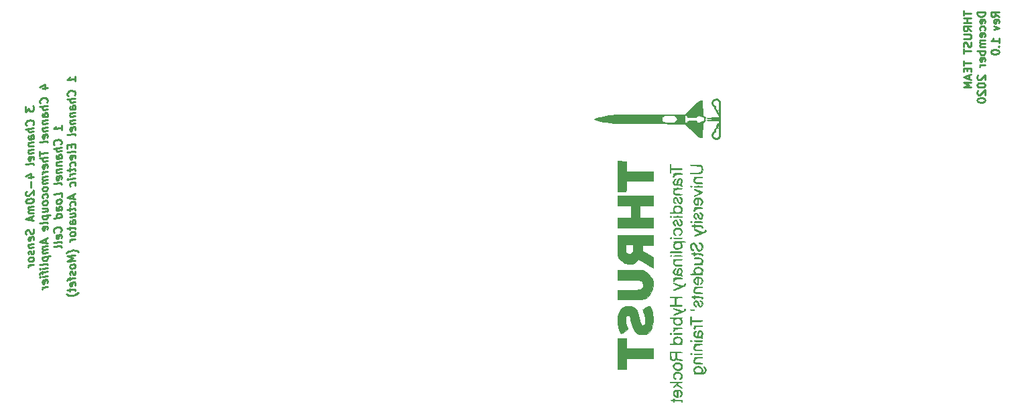
<source format=gbr>
G04 #@! TF.GenerationSoftware,KiCad,Pcbnew,(5.1.6)-1*
G04 #@! TF.CreationDate,2020-12-05T12:47:16+01:00*
G04 #@! TF.ProjectId,Test Stand PCB,54657374-2053-4746-916e-64205043422e,rev?*
G04 #@! TF.SameCoordinates,Original*
G04 #@! TF.FileFunction,Legend,Bot*
G04 #@! TF.FilePolarity,Positive*
%FSLAX46Y46*%
G04 Gerber Fmt 4.6, Leading zero omitted, Abs format (unit mm)*
G04 Created by KiCad (PCBNEW (5.1.6)-1) date 2020-12-05 12:47:16*
%MOMM*%
%LPD*%
G01*
G04 APERTURE LIST*
%ADD10C,0.250000*%
%ADD11C,0.010000*%
G04 APERTURE END LIST*
D10*
X161202380Y-52257738D02*
X161202380Y-52829166D01*
X162202380Y-52543452D02*
X161202380Y-52543452D01*
X162202380Y-53162500D02*
X161202380Y-53162500D01*
X161678571Y-53162500D02*
X161678571Y-53733928D01*
X162202380Y-53733928D02*
X161202380Y-53733928D01*
X162202380Y-54781547D02*
X161726190Y-54448214D01*
X162202380Y-54210119D02*
X161202380Y-54210119D01*
X161202380Y-54591071D01*
X161250000Y-54686309D01*
X161297619Y-54733928D01*
X161392857Y-54781547D01*
X161535714Y-54781547D01*
X161630952Y-54733928D01*
X161678571Y-54686309D01*
X161726190Y-54591071D01*
X161726190Y-54210119D01*
X161202380Y-55210119D02*
X162011904Y-55210119D01*
X162107142Y-55257738D01*
X162154761Y-55305357D01*
X162202380Y-55400595D01*
X162202380Y-55591071D01*
X162154761Y-55686309D01*
X162107142Y-55733928D01*
X162011904Y-55781547D01*
X161202380Y-55781547D01*
X162154761Y-56210119D02*
X162202380Y-56352976D01*
X162202380Y-56591071D01*
X162154761Y-56686309D01*
X162107142Y-56733928D01*
X162011904Y-56781547D01*
X161916666Y-56781547D01*
X161821428Y-56733928D01*
X161773809Y-56686309D01*
X161726190Y-56591071D01*
X161678571Y-56400595D01*
X161630952Y-56305357D01*
X161583333Y-56257738D01*
X161488095Y-56210119D01*
X161392857Y-56210119D01*
X161297619Y-56257738D01*
X161250000Y-56305357D01*
X161202380Y-56400595D01*
X161202380Y-56638690D01*
X161250000Y-56781547D01*
X161202380Y-57067261D02*
X161202380Y-57638690D01*
X162202380Y-57352976D02*
X161202380Y-57352976D01*
X161202380Y-58591071D02*
X161202380Y-59162500D01*
X162202380Y-58876785D02*
X161202380Y-58876785D01*
X161678571Y-59495833D02*
X161678571Y-59829166D01*
X162202380Y-59972023D02*
X162202380Y-59495833D01*
X161202380Y-59495833D01*
X161202380Y-59972023D01*
X161916666Y-60352976D02*
X161916666Y-60829166D01*
X162202380Y-60257738D02*
X161202380Y-60591071D01*
X162202380Y-60924404D01*
X162202380Y-61257738D02*
X161202380Y-61257738D01*
X161916666Y-61591071D01*
X161202380Y-61924404D01*
X162202380Y-61924404D01*
X163952380Y-52400595D02*
X162952380Y-52400595D01*
X162952380Y-52638690D01*
X163000000Y-52781547D01*
X163095238Y-52876785D01*
X163190476Y-52924404D01*
X163380952Y-52972023D01*
X163523809Y-52972023D01*
X163714285Y-52924404D01*
X163809523Y-52876785D01*
X163904761Y-52781547D01*
X163952380Y-52638690D01*
X163952380Y-52400595D01*
X163904761Y-53781547D02*
X163952380Y-53686309D01*
X163952380Y-53495833D01*
X163904761Y-53400595D01*
X163809523Y-53352976D01*
X163428571Y-53352976D01*
X163333333Y-53400595D01*
X163285714Y-53495833D01*
X163285714Y-53686309D01*
X163333333Y-53781547D01*
X163428571Y-53829166D01*
X163523809Y-53829166D01*
X163619047Y-53352976D01*
X163904761Y-54686309D02*
X163952380Y-54591071D01*
X163952380Y-54400595D01*
X163904761Y-54305357D01*
X163857142Y-54257738D01*
X163761904Y-54210119D01*
X163476190Y-54210119D01*
X163380952Y-54257738D01*
X163333333Y-54305357D01*
X163285714Y-54400595D01*
X163285714Y-54591071D01*
X163333333Y-54686309D01*
X163904761Y-55495833D02*
X163952380Y-55400595D01*
X163952380Y-55210119D01*
X163904761Y-55114880D01*
X163809523Y-55067261D01*
X163428571Y-55067261D01*
X163333333Y-55114880D01*
X163285714Y-55210119D01*
X163285714Y-55400595D01*
X163333333Y-55495833D01*
X163428571Y-55543452D01*
X163523809Y-55543452D01*
X163619047Y-55067261D01*
X163952380Y-55972023D02*
X163285714Y-55972023D01*
X163380952Y-55972023D02*
X163333333Y-56019642D01*
X163285714Y-56114880D01*
X163285714Y-56257738D01*
X163333333Y-56352976D01*
X163428571Y-56400595D01*
X163952380Y-56400595D01*
X163428571Y-56400595D02*
X163333333Y-56448214D01*
X163285714Y-56543452D01*
X163285714Y-56686309D01*
X163333333Y-56781547D01*
X163428571Y-56829166D01*
X163952380Y-56829166D01*
X163952380Y-57305357D02*
X162952380Y-57305357D01*
X163333333Y-57305357D02*
X163285714Y-57400595D01*
X163285714Y-57591071D01*
X163333333Y-57686309D01*
X163380952Y-57733928D01*
X163476190Y-57781547D01*
X163761904Y-57781547D01*
X163857142Y-57733928D01*
X163904761Y-57686309D01*
X163952380Y-57591071D01*
X163952380Y-57400595D01*
X163904761Y-57305357D01*
X163904761Y-58591071D02*
X163952380Y-58495833D01*
X163952380Y-58305357D01*
X163904761Y-58210119D01*
X163809523Y-58162500D01*
X163428571Y-58162500D01*
X163333333Y-58210119D01*
X163285714Y-58305357D01*
X163285714Y-58495833D01*
X163333333Y-58591071D01*
X163428571Y-58638690D01*
X163523809Y-58638690D01*
X163619047Y-58162500D01*
X163952380Y-59067261D02*
X163285714Y-59067261D01*
X163476190Y-59067261D02*
X163380952Y-59114880D01*
X163333333Y-59162500D01*
X163285714Y-59257738D01*
X163285714Y-59352976D01*
X163047619Y-60400595D02*
X163000000Y-60448214D01*
X162952380Y-60543452D01*
X162952380Y-60781547D01*
X163000000Y-60876785D01*
X163047619Y-60924404D01*
X163142857Y-60972023D01*
X163238095Y-60972023D01*
X163380952Y-60924404D01*
X163952380Y-60352976D01*
X163952380Y-60972023D01*
X162952380Y-61591071D02*
X162952380Y-61686309D01*
X163000000Y-61781547D01*
X163047619Y-61829166D01*
X163142857Y-61876785D01*
X163333333Y-61924404D01*
X163571428Y-61924404D01*
X163761904Y-61876785D01*
X163857142Y-61829166D01*
X163904761Y-61781547D01*
X163952380Y-61686309D01*
X163952380Y-61591071D01*
X163904761Y-61495833D01*
X163857142Y-61448214D01*
X163761904Y-61400595D01*
X163571428Y-61352976D01*
X163333333Y-61352976D01*
X163142857Y-61400595D01*
X163047619Y-61448214D01*
X163000000Y-61495833D01*
X162952380Y-61591071D01*
X163047619Y-62305357D02*
X163000000Y-62352976D01*
X162952380Y-62448214D01*
X162952380Y-62686309D01*
X163000000Y-62781547D01*
X163047619Y-62829166D01*
X163142857Y-62876785D01*
X163238095Y-62876785D01*
X163380952Y-62829166D01*
X163952380Y-62257738D01*
X163952380Y-62876785D01*
X162952380Y-63495833D02*
X162952380Y-63591071D01*
X163000000Y-63686309D01*
X163047619Y-63733928D01*
X163142857Y-63781547D01*
X163333333Y-63829166D01*
X163571428Y-63829166D01*
X163761904Y-63781547D01*
X163857142Y-63733928D01*
X163904761Y-63686309D01*
X163952380Y-63591071D01*
X163952380Y-63495833D01*
X163904761Y-63400595D01*
X163857142Y-63352976D01*
X163761904Y-63305357D01*
X163571428Y-63257738D01*
X163333333Y-63257738D01*
X163142857Y-63305357D01*
X163047619Y-63352976D01*
X163000000Y-63400595D01*
X162952380Y-63495833D01*
X165702380Y-52972023D02*
X165226190Y-52638690D01*
X165702380Y-52400595D02*
X164702380Y-52400595D01*
X164702380Y-52781547D01*
X164750000Y-52876785D01*
X164797619Y-52924404D01*
X164892857Y-52972023D01*
X165035714Y-52972023D01*
X165130952Y-52924404D01*
X165178571Y-52876785D01*
X165226190Y-52781547D01*
X165226190Y-52400595D01*
X165654761Y-53781547D02*
X165702380Y-53686309D01*
X165702380Y-53495833D01*
X165654761Y-53400595D01*
X165559523Y-53352976D01*
X165178571Y-53352976D01*
X165083333Y-53400595D01*
X165035714Y-53495833D01*
X165035714Y-53686309D01*
X165083333Y-53781547D01*
X165178571Y-53829166D01*
X165273809Y-53829166D01*
X165369047Y-53352976D01*
X165035714Y-54162500D02*
X165702380Y-54400595D01*
X165035714Y-54638690D01*
X165702380Y-56305357D02*
X165702380Y-55733928D01*
X165702380Y-56019642D02*
X164702380Y-56019642D01*
X164845238Y-55924404D01*
X164940476Y-55829166D01*
X164988095Y-55733928D01*
X165607142Y-56733928D02*
X165654761Y-56781547D01*
X165702380Y-56733928D01*
X165654761Y-56686309D01*
X165607142Y-56733928D01*
X165702380Y-56733928D01*
X164702380Y-57400595D02*
X164702380Y-57495833D01*
X164750000Y-57591071D01*
X164797619Y-57638690D01*
X164892857Y-57686309D01*
X165083333Y-57733928D01*
X165321428Y-57733928D01*
X165511904Y-57686309D01*
X165607142Y-57638690D01*
X165654761Y-57591071D01*
X165702380Y-57495833D01*
X165702380Y-57400595D01*
X165654761Y-57305357D01*
X165607142Y-57257738D01*
X165511904Y-57210119D01*
X165321428Y-57162500D01*
X165083333Y-57162500D01*
X164892857Y-57210119D01*
X164797619Y-57257738D01*
X164750000Y-57305357D01*
X164702380Y-57400595D01*
X42827380Y-64374032D02*
X42827380Y-64993080D01*
X43208333Y-64612127D01*
X43208333Y-64754985D01*
X43255952Y-64844270D01*
X43303571Y-64885937D01*
X43398809Y-64921651D01*
X43636904Y-64891889D01*
X43732142Y-64832366D01*
X43779761Y-64778794D01*
X43827380Y-64677604D01*
X43827380Y-64391889D01*
X43779761Y-64302604D01*
X43732142Y-64260937D01*
X43732142Y-66641889D02*
X43779761Y-66588318D01*
X43827380Y-66439508D01*
X43827380Y-66344270D01*
X43779761Y-66207366D01*
X43684523Y-66124032D01*
X43589285Y-66088318D01*
X43398809Y-66064508D01*
X43255952Y-66082366D01*
X43065476Y-66153794D01*
X42970238Y-66213318D01*
X42875000Y-66320461D01*
X42827380Y-66469270D01*
X42827380Y-66564508D01*
X42875000Y-66701413D01*
X42922619Y-66743080D01*
X43827380Y-67058556D02*
X42827380Y-67183556D01*
X43827380Y-67487127D02*
X43303571Y-67552604D01*
X43208333Y-67516889D01*
X43160714Y-67427604D01*
X43160714Y-67284747D01*
X43208333Y-67183556D01*
X43255952Y-67129985D01*
X43827380Y-68391889D02*
X43303571Y-68457366D01*
X43208333Y-68421651D01*
X43160714Y-68332366D01*
X43160714Y-68141889D01*
X43208333Y-68040699D01*
X43779761Y-68397842D02*
X43827380Y-68296651D01*
X43827380Y-68058556D01*
X43779761Y-67969270D01*
X43684523Y-67933556D01*
X43589285Y-67945461D01*
X43494047Y-68004985D01*
X43446428Y-68106175D01*
X43446428Y-68344270D01*
X43398809Y-68445461D01*
X43160714Y-68951413D02*
X43827380Y-68868080D01*
X43255952Y-68939508D02*
X43208333Y-68993080D01*
X43160714Y-69094270D01*
X43160714Y-69237127D01*
X43208333Y-69326413D01*
X43303571Y-69362127D01*
X43827380Y-69296651D01*
X43160714Y-69856175D02*
X43827380Y-69772842D01*
X43255952Y-69844270D02*
X43208333Y-69897842D01*
X43160714Y-69999032D01*
X43160714Y-70141889D01*
X43208333Y-70231175D01*
X43303571Y-70266889D01*
X43827380Y-70201413D01*
X43779761Y-71064508D02*
X43827380Y-70963318D01*
X43827380Y-70772842D01*
X43779761Y-70683556D01*
X43684523Y-70647842D01*
X43303571Y-70695461D01*
X43208333Y-70754985D01*
X43160714Y-70856175D01*
X43160714Y-71046651D01*
X43208333Y-71135937D01*
X43303571Y-71171651D01*
X43398809Y-71159747D01*
X43494047Y-70671651D01*
X43827380Y-71677604D02*
X43779761Y-71588318D01*
X43684523Y-71552604D01*
X42827380Y-71659747D01*
X43160714Y-73332366D02*
X43827380Y-73249032D01*
X42779761Y-73141889D02*
X43494047Y-72814508D01*
X43494047Y-73433556D01*
X43446428Y-73820461D02*
X43446428Y-74582366D01*
X42922619Y-75076413D02*
X42875000Y-75129985D01*
X42827380Y-75231175D01*
X42827380Y-75469270D01*
X42875000Y-75558556D01*
X42922619Y-75600223D01*
X43017857Y-75635937D01*
X43113095Y-75624032D01*
X43255952Y-75558556D01*
X43827380Y-74915699D01*
X43827380Y-75534747D01*
X42827380Y-76278794D02*
X42827380Y-76374032D01*
X42875000Y-76463318D01*
X42922619Y-76504985D01*
X43017857Y-76540699D01*
X43208333Y-76564508D01*
X43446428Y-76534747D01*
X43636904Y-76463318D01*
X43732142Y-76403794D01*
X43779761Y-76350223D01*
X43827380Y-76249032D01*
X43827380Y-76153794D01*
X43779761Y-76064508D01*
X43732142Y-76022842D01*
X43636904Y-75987127D01*
X43446428Y-75963318D01*
X43208333Y-75993080D01*
X43017857Y-76064508D01*
X42922619Y-76124032D01*
X42875000Y-76177604D01*
X42827380Y-76278794D01*
X43827380Y-76915699D02*
X43160714Y-76999032D01*
X43255952Y-76987127D02*
X43208333Y-77040699D01*
X43160714Y-77141889D01*
X43160714Y-77284747D01*
X43208333Y-77374032D01*
X43303571Y-77409747D01*
X43827380Y-77344270D01*
X43303571Y-77409747D02*
X43208333Y-77469270D01*
X43160714Y-77570461D01*
X43160714Y-77713318D01*
X43208333Y-77802604D01*
X43303571Y-77838318D01*
X43827380Y-77772842D01*
X43541666Y-78237127D02*
X43541666Y-78713318D01*
X43827380Y-78106175D02*
X42827380Y-78564508D01*
X43827380Y-78772842D01*
X43779761Y-79826413D02*
X43827380Y-79963318D01*
X43827380Y-80201413D01*
X43779761Y-80302604D01*
X43732142Y-80356175D01*
X43636904Y-80415699D01*
X43541666Y-80427604D01*
X43446428Y-80391889D01*
X43398809Y-80350223D01*
X43351190Y-80260937D01*
X43303571Y-80076413D01*
X43255952Y-79987127D01*
X43208333Y-79945461D01*
X43113095Y-79909747D01*
X43017857Y-79921651D01*
X42922619Y-79981175D01*
X42875000Y-80034747D01*
X42827380Y-80135937D01*
X42827380Y-80374032D01*
X42875000Y-80510937D01*
X43779761Y-81207366D02*
X43827380Y-81106175D01*
X43827380Y-80915699D01*
X43779761Y-80826413D01*
X43684523Y-80790699D01*
X43303571Y-80838318D01*
X43208333Y-80897842D01*
X43160714Y-80999032D01*
X43160714Y-81189508D01*
X43208333Y-81278794D01*
X43303571Y-81314508D01*
X43398809Y-81302604D01*
X43494047Y-80814508D01*
X43160714Y-81760937D02*
X43827380Y-81677604D01*
X43255952Y-81749032D02*
X43208333Y-81802604D01*
X43160714Y-81903794D01*
X43160714Y-82046651D01*
X43208333Y-82135937D01*
X43303571Y-82171651D01*
X43827380Y-82106175D01*
X43779761Y-82540699D02*
X43827380Y-82629985D01*
X43827380Y-82820461D01*
X43779761Y-82921651D01*
X43684523Y-82981175D01*
X43636904Y-82987127D01*
X43541666Y-82951413D01*
X43494047Y-82862127D01*
X43494047Y-82719270D01*
X43446428Y-82629985D01*
X43351190Y-82594270D01*
X43303571Y-82600223D01*
X43208333Y-82659747D01*
X43160714Y-82760937D01*
X43160714Y-82903794D01*
X43208333Y-82993080D01*
X43827380Y-83534747D02*
X43779761Y-83445461D01*
X43732142Y-83403794D01*
X43636904Y-83368080D01*
X43351190Y-83403794D01*
X43255952Y-83463318D01*
X43208333Y-83516889D01*
X43160714Y-83618080D01*
X43160714Y-83760937D01*
X43208333Y-83850223D01*
X43255952Y-83891889D01*
X43351190Y-83927604D01*
X43636904Y-83891889D01*
X43732142Y-83832366D01*
X43779761Y-83778794D01*
X43827380Y-83677604D01*
X43827380Y-83534747D01*
X43827380Y-84296651D02*
X43160714Y-84379985D01*
X43351190Y-84356175D02*
X43255952Y-84415699D01*
X43208333Y-84469270D01*
X43160714Y-84570461D01*
X43160714Y-84665699D01*
X44910714Y-62046651D02*
X45577380Y-61963318D01*
X44529761Y-61856175D02*
X45244047Y-61528794D01*
X45244047Y-62147842D01*
X45482142Y-63832366D02*
X45529761Y-63778794D01*
X45577380Y-63629985D01*
X45577380Y-63534747D01*
X45529761Y-63397842D01*
X45434523Y-63314508D01*
X45339285Y-63278794D01*
X45148809Y-63254985D01*
X45005952Y-63272842D01*
X44815476Y-63344270D01*
X44720238Y-63403794D01*
X44625000Y-63510937D01*
X44577380Y-63659747D01*
X44577380Y-63754985D01*
X44625000Y-63891889D01*
X44672619Y-63933556D01*
X45577380Y-64249032D02*
X44577380Y-64374032D01*
X45577380Y-64677604D02*
X45053571Y-64743080D01*
X44958333Y-64707366D01*
X44910714Y-64618080D01*
X44910714Y-64475223D01*
X44958333Y-64374032D01*
X45005952Y-64320461D01*
X45577380Y-65582366D02*
X45053571Y-65647842D01*
X44958333Y-65612127D01*
X44910714Y-65522842D01*
X44910714Y-65332366D01*
X44958333Y-65231175D01*
X45529761Y-65588318D02*
X45577380Y-65487127D01*
X45577380Y-65249032D01*
X45529761Y-65159747D01*
X45434523Y-65124032D01*
X45339285Y-65135937D01*
X45244047Y-65195461D01*
X45196428Y-65296651D01*
X45196428Y-65534747D01*
X45148809Y-65635937D01*
X44910714Y-66141889D02*
X45577380Y-66058556D01*
X45005952Y-66129985D02*
X44958333Y-66183556D01*
X44910714Y-66284747D01*
X44910714Y-66427604D01*
X44958333Y-66516889D01*
X45053571Y-66552604D01*
X45577380Y-66487127D01*
X44910714Y-67046651D02*
X45577380Y-66963318D01*
X45005952Y-67034747D02*
X44958333Y-67088318D01*
X44910714Y-67189508D01*
X44910714Y-67332366D01*
X44958333Y-67421651D01*
X45053571Y-67457366D01*
X45577380Y-67391889D01*
X45529761Y-68254985D02*
X45577380Y-68153794D01*
X45577380Y-67963318D01*
X45529761Y-67874032D01*
X45434523Y-67838318D01*
X45053571Y-67885937D01*
X44958333Y-67945461D01*
X44910714Y-68046651D01*
X44910714Y-68237127D01*
X44958333Y-68326413D01*
X45053571Y-68362127D01*
X45148809Y-68350223D01*
X45244047Y-67862127D01*
X45577380Y-68868080D02*
X45529761Y-68778794D01*
X45434523Y-68743080D01*
X44577380Y-68850223D01*
X44577380Y-69993080D02*
X44577380Y-70564508D01*
X45577380Y-70153794D02*
X44577380Y-70278794D01*
X45577380Y-70772842D02*
X44577380Y-70897842D01*
X45577380Y-71201413D02*
X45053571Y-71266889D01*
X44958333Y-71231175D01*
X44910714Y-71141889D01*
X44910714Y-70999032D01*
X44958333Y-70897842D01*
X45005952Y-70844270D01*
X45529761Y-72064508D02*
X45577380Y-71963318D01*
X45577380Y-71772842D01*
X45529761Y-71683556D01*
X45434523Y-71647842D01*
X45053571Y-71695461D01*
X44958333Y-71754985D01*
X44910714Y-71856175D01*
X44910714Y-72046651D01*
X44958333Y-72135937D01*
X45053571Y-72171651D01*
X45148809Y-72159747D01*
X45244047Y-71671651D01*
X45577380Y-72534747D02*
X44910714Y-72618080D01*
X45101190Y-72594270D02*
X45005952Y-72653794D01*
X44958333Y-72707366D01*
X44910714Y-72808556D01*
X44910714Y-72903794D01*
X45577380Y-73153794D02*
X44910714Y-73237127D01*
X45005952Y-73225223D02*
X44958333Y-73278794D01*
X44910714Y-73379985D01*
X44910714Y-73522842D01*
X44958333Y-73612127D01*
X45053571Y-73647842D01*
X45577380Y-73582366D01*
X45053571Y-73647842D02*
X44958333Y-73707366D01*
X44910714Y-73808556D01*
X44910714Y-73951413D01*
X44958333Y-74040699D01*
X45053571Y-74076413D01*
X45577380Y-74010937D01*
X45577380Y-74629985D02*
X45529761Y-74540699D01*
X45482142Y-74499032D01*
X45386904Y-74463318D01*
X45101190Y-74499032D01*
X45005952Y-74558556D01*
X44958333Y-74612127D01*
X44910714Y-74713318D01*
X44910714Y-74856175D01*
X44958333Y-74945461D01*
X45005952Y-74987127D01*
X45101190Y-75022842D01*
X45386904Y-74987127D01*
X45482142Y-74927604D01*
X45529761Y-74874032D01*
X45577380Y-74772842D01*
X45577380Y-74629985D01*
X45529761Y-75826413D02*
X45577380Y-75725223D01*
X45577380Y-75534747D01*
X45529761Y-75445461D01*
X45482142Y-75403794D01*
X45386904Y-75368080D01*
X45101190Y-75403794D01*
X45005952Y-75463318D01*
X44958333Y-75516889D01*
X44910714Y-75618080D01*
X44910714Y-75808556D01*
X44958333Y-75897842D01*
X45577380Y-76391889D02*
X45529761Y-76302604D01*
X45482142Y-76260937D01*
X45386904Y-76225223D01*
X45101190Y-76260937D01*
X45005952Y-76320461D01*
X44958333Y-76374032D01*
X44910714Y-76475223D01*
X44910714Y-76618080D01*
X44958333Y-76707366D01*
X45005952Y-76749032D01*
X45101190Y-76784747D01*
X45386904Y-76749032D01*
X45482142Y-76689508D01*
X45529761Y-76635937D01*
X45577380Y-76534747D01*
X45577380Y-76391889D01*
X44910714Y-77665699D02*
X45577380Y-77582366D01*
X44910714Y-77237127D02*
X45434523Y-77171651D01*
X45529761Y-77207366D01*
X45577380Y-77296651D01*
X45577380Y-77439508D01*
X45529761Y-77540699D01*
X45482142Y-77594270D01*
X44910714Y-78141889D02*
X45910714Y-78016889D01*
X44958333Y-78135937D02*
X44910714Y-78237127D01*
X44910714Y-78427604D01*
X44958333Y-78516889D01*
X45005952Y-78558556D01*
X45101190Y-78594270D01*
X45386904Y-78558556D01*
X45482142Y-78499032D01*
X45529761Y-78445461D01*
X45577380Y-78344270D01*
X45577380Y-78153794D01*
X45529761Y-78064508D01*
X45577380Y-79106175D02*
X45529761Y-79016889D01*
X45434523Y-78981175D01*
X44577380Y-79088318D01*
X45529761Y-79874032D02*
X45577380Y-79772842D01*
X45577380Y-79582366D01*
X45529761Y-79493080D01*
X45434523Y-79457366D01*
X45053571Y-79504985D01*
X44958333Y-79564508D01*
X44910714Y-79665699D01*
X44910714Y-79856175D01*
X44958333Y-79945461D01*
X45053571Y-79981175D01*
X45148809Y-79969270D01*
X45244047Y-79481175D01*
X45291666Y-81094270D02*
X45291666Y-81570461D01*
X45577380Y-80963318D02*
X44577380Y-81421651D01*
X45577380Y-81629985D01*
X45577380Y-81963318D02*
X44910714Y-82046651D01*
X45005952Y-82034747D02*
X44958333Y-82088318D01*
X44910714Y-82189508D01*
X44910714Y-82332366D01*
X44958333Y-82421651D01*
X45053571Y-82457366D01*
X45577380Y-82391889D01*
X45053571Y-82457366D02*
X44958333Y-82516889D01*
X44910714Y-82618080D01*
X44910714Y-82760937D01*
X44958333Y-82850223D01*
X45053571Y-82885937D01*
X45577380Y-82820461D01*
X44910714Y-83379985D02*
X45910714Y-83254985D01*
X44958333Y-83374032D02*
X44910714Y-83475223D01*
X44910714Y-83665699D01*
X44958333Y-83754985D01*
X45005952Y-83796651D01*
X45101190Y-83832366D01*
X45386904Y-83796651D01*
X45482142Y-83737127D01*
X45529761Y-83683556D01*
X45577380Y-83582366D01*
X45577380Y-83391889D01*
X45529761Y-83302604D01*
X45577380Y-84344270D02*
X45529761Y-84254985D01*
X45434523Y-84219270D01*
X44577380Y-84326413D01*
X45577380Y-84725223D02*
X44910714Y-84808556D01*
X44577380Y-84850223D02*
X44625000Y-84796651D01*
X44672619Y-84838318D01*
X44625000Y-84891889D01*
X44577380Y-84850223D01*
X44672619Y-84838318D01*
X44910714Y-85141889D02*
X44910714Y-85522842D01*
X45577380Y-85201413D02*
X44720238Y-85308556D01*
X44625000Y-85368080D01*
X44577380Y-85469270D01*
X44577380Y-85564508D01*
X45577380Y-85772842D02*
X44910714Y-85856175D01*
X44577380Y-85897842D02*
X44625000Y-85844270D01*
X44672619Y-85885937D01*
X44625000Y-85939508D01*
X44577380Y-85897842D01*
X44672619Y-85885937D01*
X45529761Y-86635937D02*
X45577380Y-86534747D01*
X45577380Y-86344270D01*
X45529761Y-86254985D01*
X45434523Y-86219270D01*
X45053571Y-86266889D01*
X44958333Y-86326413D01*
X44910714Y-86427604D01*
X44910714Y-86618080D01*
X44958333Y-86707366D01*
X45053571Y-86743080D01*
X45148809Y-86731175D01*
X45244047Y-86243080D01*
X45577380Y-87106175D02*
X44910714Y-87189508D01*
X45101190Y-87165699D02*
X45005952Y-87225223D01*
X44958333Y-87278794D01*
X44910714Y-87379985D01*
X44910714Y-87475223D01*
X47327380Y-67320461D02*
X47327380Y-66749032D01*
X47327380Y-67034747D02*
X46327380Y-67159747D01*
X46470238Y-67046651D01*
X46565476Y-66939508D01*
X46613095Y-66838318D01*
X47232142Y-69094270D02*
X47279761Y-69040699D01*
X47327380Y-68891889D01*
X47327380Y-68796651D01*
X47279761Y-68659747D01*
X47184523Y-68576413D01*
X47089285Y-68540699D01*
X46898809Y-68516889D01*
X46755952Y-68534747D01*
X46565476Y-68606175D01*
X46470238Y-68665699D01*
X46375000Y-68772842D01*
X46327380Y-68921651D01*
X46327380Y-69016889D01*
X46375000Y-69153794D01*
X46422619Y-69195461D01*
X47327380Y-69510937D02*
X46327380Y-69635937D01*
X47327380Y-69939508D02*
X46803571Y-70004985D01*
X46708333Y-69969270D01*
X46660714Y-69879985D01*
X46660714Y-69737127D01*
X46708333Y-69635937D01*
X46755952Y-69582366D01*
X47327380Y-70844270D02*
X46803571Y-70909747D01*
X46708333Y-70874032D01*
X46660714Y-70784747D01*
X46660714Y-70594270D01*
X46708333Y-70493080D01*
X47279761Y-70850223D02*
X47327380Y-70749032D01*
X47327380Y-70510937D01*
X47279761Y-70421651D01*
X47184523Y-70385937D01*
X47089285Y-70397842D01*
X46994047Y-70457366D01*
X46946428Y-70558556D01*
X46946428Y-70796651D01*
X46898809Y-70897842D01*
X46660714Y-71403794D02*
X47327380Y-71320461D01*
X46755952Y-71391889D02*
X46708333Y-71445461D01*
X46660714Y-71546651D01*
X46660714Y-71689508D01*
X46708333Y-71778794D01*
X46803571Y-71814508D01*
X47327380Y-71749032D01*
X46660714Y-72308556D02*
X47327380Y-72225223D01*
X46755952Y-72296651D02*
X46708333Y-72350223D01*
X46660714Y-72451413D01*
X46660714Y-72594270D01*
X46708333Y-72683556D01*
X46803571Y-72719270D01*
X47327380Y-72653794D01*
X47279761Y-73516889D02*
X47327380Y-73415699D01*
X47327380Y-73225223D01*
X47279761Y-73135937D01*
X47184523Y-73100223D01*
X46803571Y-73147842D01*
X46708333Y-73207366D01*
X46660714Y-73308556D01*
X46660714Y-73499032D01*
X46708333Y-73588318D01*
X46803571Y-73624032D01*
X46898809Y-73612127D01*
X46994047Y-73124032D01*
X47327380Y-74129985D02*
X47279761Y-74040699D01*
X47184523Y-74004985D01*
X46327380Y-74112127D01*
X47327380Y-75749032D02*
X47327380Y-75272842D01*
X46327380Y-75397842D01*
X47327380Y-76225223D02*
X47279761Y-76135937D01*
X47232142Y-76094270D01*
X47136904Y-76058556D01*
X46851190Y-76094270D01*
X46755952Y-76153794D01*
X46708333Y-76207366D01*
X46660714Y-76308556D01*
X46660714Y-76451413D01*
X46708333Y-76540699D01*
X46755952Y-76582366D01*
X46851190Y-76618080D01*
X47136904Y-76582366D01*
X47232142Y-76522842D01*
X47279761Y-76469270D01*
X47327380Y-76368080D01*
X47327380Y-76225223D01*
X47327380Y-77415699D02*
X46803571Y-77481175D01*
X46708333Y-77445461D01*
X46660714Y-77356175D01*
X46660714Y-77165699D01*
X46708333Y-77064508D01*
X47279761Y-77421651D02*
X47327380Y-77320461D01*
X47327380Y-77082366D01*
X47279761Y-76993080D01*
X47184523Y-76957366D01*
X47089285Y-76969270D01*
X46994047Y-77028794D01*
X46946428Y-77129985D01*
X46946428Y-77368080D01*
X46898809Y-77469270D01*
X47327380Y-78320461D02*
X46327380Y-78445461D01*
X47279761Y-78326413D02*
X47327380Y-78225223D01*
X47327380Y-78034747D01*
X47279761Y-77945461D01*
X47232142Y-77903794D01*
X47136904Y-77868080D01*
X46851190Y-77903794D01*
X46755952Y-77963318D01*
X46708333Y-78016889D01*
X46660714Y-78118080D01*
X46660714Y-78308556D01*
X46708333Y-78397842D01*
X47232142Y-80141889D02*
X47279761Y-80088318D01*
X47327380Y-79939508D01*
X47327380Y-79844270D01*
X47279761Y-79707366D01*
X47184523Y-79624032D01*
X47089285Y-79588318D01*
X46898809Y-79564508D01*
X46755952Y-79582366D01*
X46565476Y-79653794D01*
X46470238Y-79713318D01*
X46375000Y-79820461D01*
X46327380Y-79969270D01*
X46327380Y-80064508D01*
X46375000Y-80201413D01*
X46422619Y-80243080D01*
X47279761Y-80945461D02*
X47327380Y-80844270D01*
X47327380Y-80653794D01*
X47279761Y-80564508D01*
X47184523Y-80528794D01*
X46803571Y-80576413D01*
X46708333Y-80635937D01*
X46660714Y-80737127D01*
X46660714Y-80927604D01*
X46708333Y-81016889D01*
X46803571Y-81052604D01*
X46898809Y-81040699D01*
X46994047Y-80552604D01*
X47327380Y-81558556D02*
X47279761Y-81469270D01*
X47184523Y-81433556D01*
X46327380Y-81540699D01*
X47327380Y-82082366D02*
X47279761Y-81993080D01*
X47184523Y-81957366D01*
X46327380Y-82064508D01*
X49077380Y-61129985D02*
X49077380Y-60558556D01*
X49077380Y-60844270D02*
X48077380Y-60969270D01*
X48220238Y-60856175D01*
X48315476Y-60749032D01*
X48363095Y-60647842D01*
X48982142Y-62903794D02*
X49029761Y-62850223D01*
X49077380Y-62701413D01*
X49077380Y-62606175D01*
X49029761Y-62469270D01*
X48934523Y-62385937D01*
X48839285Y-62350223D01*
X48648809Y-62326413D01*
X48505952Y-62344270D01*
X48315476Y-62415699D01*
X48220238Y-62475223D01*
X48125000Y-62582366D01*
X48077380Y-62731175D01*
X48077380Y-62826413D01*
X48125000Y-62963318D01*
X48172619Y-63004985D01*
X49077380Y-63320461D02*
X48077380Y-63445461D01*
X49077380Y-63749032D02*
X48553571Y-63814508D01*
X48458333Y-63778794D01*
X48410714Y-63689508D01*
X48410714Y-63546651D01*
X48458333Y-63445461D01*
X48505952Y-63391889D01*
X49077380Y-64653794D02*
X48553571Y-64719270D01*
X48458333Y-64683556D01*
X48410714Y-64594270D01*
X48410714Y-64403794D01*
X48458333Y-64302604D01*
X49029761Y-64659747D02*
X49077380Y-64558556D01*
X49077380Y-64320461D01*
X49029761Y-64231175D01*
X48934523Y-64195461D01*
X48839285Y-64207366D01*
X48744047Y-64266889D01*
X48696428Y-64368080D01*
X48696428Y-64606175D01*
X48648809Y-64707366D01*
X48410714Y-65213318D02*
X49077380Y-65129985D01*
X48505952Y-65201413D02*
X48458333Y-65254985D01*
X48410714Y-65356175D01*
X48410714Y-65499032D01*
X48458333Y-65588318D01*
X48553571Y-65624032D01*
X49077380Y-65558556D01*
X48410714Y-66118080D02*
X49077380Y-66034747D01*
X48505952Y-66106175D02*
X48458333Y-66159747D01*
X48410714Y-66260937D01*
X48410714Y-66403794D01*
X48458333Y-66493080D01*
X48553571Y-66528794D01*
X49077380Y-66463318D01*
X49029761Y-67326413D02*
X49077380Y-67225223D01*
X49077380Y-67034747D01*
X49029761Y-66945461D01*
X48934523Y-66909747D01*
X48553571Y-66957366D01*
X48458333Y-67016889D01*
X48410714Y-67118080D01*
X48410714Y-67308556D01*
X48458333Y-67397842D01*
X48553571Y-67433556D01*
X48648809Y-67421651D01*
X48744047Y-66933556D01*
X49077380Y-67939508D02*
X49029761Y-67850223D01*
X48934523Y-67814508D01*
X48077380Y-67921651D01*
X48553571Y-69147842D02*
X48553571Y-69481175D01*
X49077380Y-69558556D02*
X49077380Y-69082366D01*
X48077380Y-69207366D01*
X48077380Y-69683556D01*
X49077380Y-70129985D02*
X49029761Y-70040699D01*
X48934523Y-70004985D01*
X48077380Y-70112127D01*
X49029761Y-70897842D02*
X49077380Y-70796651D01*
X49077380Y-70606175D01*
X49029761Y-70516889D01*
X48934523Y-70481175D01*
X48553571Y-70528794D01*
X48458333Y-70588318D01*
X48410714Y-70689508D01*
X48410714Y-70879985D01*
X48458333Y-70969270D01*
X48553571Y-71004985D01*
X48648809Y-70993080D01*
X48744047Y-70504985D01*
X49029761Y-71802604D02*
X49077380Y-71701413D01*
X49077380Y-71510937D01*
X49029761Y-71421651D01*
X48982142Y-71379985D01*
X48886904Y-71344270D01*
X48601190Y-71379985D01*
X48505952Y-71439508D01*
X48458333Y-71493080D01*
X48410714Y-71594270D01*
X48410714Y-71784747D01*
X48458333Y-71874032D01*
X48410714Y-72165699D02*
X48410714Y-72546651D01*
X48077380Y-72350223D02*
X48934523Y-72243080D01*
X49029761Y-72278794D01*
X49077380Y-72368080D01*
X49077380Y-72463318D01*
X49077380Y-72796651D02*
X48410714Y-72879985D01*
X48601190Y-72856175D02*
X48505952Y-72915699D01*
X48458333Y-72969270D01*
X48410714Y-73070461D01*
X48410714Y-73165699D01*
X49077380Y-73415699D02*
X48410714Y-73499032D01*
X48077380Y-73540699D02*
X48125000Y-73487127D01*
X48172619Y-73528794D01*
X48125000Y-73582366D01*
X48077380Y-73540699D01*
X48172619Y-73528794D01*
X49029761Y-74326413D02*
X49077380Y-74225223D01*
X49077380Y-74034747D01*
X49029761Y-73945461D01*
X48982142Y-73903794D01*
X48886904Y-73868080D01*
X48601190Y-73903794D01*
X48505952Y-73963318D01*
X48458333Y-74016889D01*
X48410714Y-74118080D01*
X48410714Y-74308556D01*
X48458333Y-74397842D01*
X48791666Y-75499032D02*
X48791666Y-75975223D01*
X49077380Y-75368080D02*
X48077380Y-75826413D01*
X49077380Y-76034747D01*
X49029761Y-76802604D02*
X49077380Y-76701413D01*
X49077380Y-76510937D01*
X49029761Y-76421651D01*
X48982142Y-76379985D01*
X48886904Y-76344270D01*
X48601190Y-76379985D01*
X48505952Y-76439508D01*
X48458333Y-76493080D01*
X48410714Y-76594270D01*
X48410714Y-76784747D01*
X48458333Y-76874032D01*
X48410714Y-77165699D02*
X48410714Y-77546651D01*
X48077380Y-77350223D02*
X48934523Y-77243080D01*
X49029761Y-77278794D01*
X49077380Y-77368080D01*
X49077380Y-77463318D01*
X48410714Y-78308556D02*
X49077380Y-78225223D01*
X48410714Y-77879985D02*
X48934523Y-77814508D01*
X49029761Y-77850223D01*
X49077380Y-77939508D01*
X49077380Y-78082366D01*
X49029761Y-78183556D01*
X48982142Y-78237127D01*
X49077380Y-79129985D02*
X48553571Y-79195461D01*
X48458333Y-79159747D01*
X48410714Y-79070461D01*
X48410714Y-78879985D01*
X48458333Y-78778794D01*
X49029761Y-79135937D02*
X49077380Y-79034747D01*
X49077380Y-78796651D01*
X49029761Y-78707366D01*
X48934523Y-78671651D01*
X48839285Y-78683556D01*
X48744047Y-78743080D01*
X48696428Y-78844270D01*
X48696428Y-79082366D01*
X48648809Y-79183556D01*
X48410714Y-79546651D02*
X48410714Y-79927604D01*
X48077380Y-79731175D02*
X48934523Y-79624032D01*
X49029761Y-79659747D01*
X49077380Y-79749032D01*
X49077380Y-79844270D01*
X49077380Y-80320461D02*
X49029761Y-80231175D01*
X48982142Y-80189508D01*
X48886904Y-80153794D01*
X48601190Y-80189508D01*
X48505952Y-80249032D01*
X48458333Y-80302604D01*
X48410714Y-80403794D01*
X48410714Y-80546651D01*
X48458333Y-80635937D01*
X48505952Y-80677604D01*
X48601190Y-80713318D01*
X48886904Y-80677604D01*
X48982142Y-80618080D01*
X49029761Y-80564508D01*
X49077380Y-80463318D01*
X49077380Y-80320461D01*
X49077380Y-81082366D02*
X48410714Y-81165699D01*
X48601190Y-81141889D02*
X48505952Y-81201413D01*
X48458333Y-81254985D01*
X48410714Y-81356175D01*
X48410714Y-81451413D01*
X49458333Y-82701413D02*
X49410714Y-82659747D01*
X49267857Y-82582366D01*
X49172619Y-82546651D01*
X49029761Y-82516889D01*
X48791666Y-82499032D01*
X48601190Y-82522842D01*
X48363095Y-82600223D01*
X48220238Y-82665699D01*
X48125000Y-82725223D01*
X47982142Y-82838318D01*
X47934523Y-82891889D01*
X49077380Y-83129985D02*
X48077380Y-83254985D01*
X48791666Y-83499032D01*
X48077380Y-83921651D01*
X49077380Y-83796651D01*
X49077380Y-84415699D02*
X49029761Y-84326413D01*
X48982142Y-84284747D01*
X48886904Y-84249032D01*
X48601190Y-84284747D01*
X48505952Y-84344270D01*
X48458333Y-84397842D01*
X48410714Y-84499032D01*
X48410714Y-84641889D01*
X48458333Y-84731175D01*
X48505952Y-84772842D01*
X48601190Y-84808556D01*
X48886904Y-84772842D01*
X48982142Y-84713318D01*
X49029761Y-84659747D01*
X49077380Y-84558556D01*
X49077380Y-84415699D01*
X49029761Y-85135937D02*
X49077380Y-85225223D01*
X49077380Y-85415699D01*
X49029761Y-85516889D01*
X48934523Y-85576413D01*
X48886904Y-85582366D01*
X48791666Y-85546651D01*
X48744047Y-85457366D01*
X48744047Y-85314508D01*
X48696428Y-85225223D01*
X48601190Y-85189508D01*
X48553571Y-85195461D01*
X48458333Y-85254985D01*
X48410714Y-85356175D01*
X48410714Y-85499032D01*
X48458333Y-85588318D01*
X48410714Y-85927604D02*
X48410714Y-86308556D01*
X49077380Y-85987127D02*
X48220238Y-86094270D01*
X48125000Y-86153794D01*
X48077380Y-86254985D01*
X48077380Y-86350223D01*
X49029761Y-86945461D02*
X49077380Y-86844270D01*
X49077380Y-86653794D01*
X49029761Y-86564508D01*
X48934523Y-86528794D01*
X48553571Y-86576413D01*
X48458333Y-86635937D01*
X48410714Y-86737127D01*
X48410714Y-86927604D01*
X48458333Y-87016889D01*
X48553571Y-87052604D01*
X48648809Y-87040699D01*
X48744047Y-86552604D01*
X48410714Y-87356175D02*
X48410714Y-87737127D01*
X48077380Y-87540699D02*
X48934523Y-87433556D01*
X49029761Y-87469270D01*
X49077380Y-87558556D01*
X49077380Y-87653794D01*
X49458333Y-87844270D02*
X49410714Y-87897842D01*
X49267857Y-88010937D01*
X49172619Y-88070461D01*
X49029761Y-88135937D01*
X48791666Y-88213318D01*
X48601190Y-88237127D01*
X48363095Y-88219270D01*
X48220238Y-88189508D01*
X48125000Y-88153794D01*
X47982142Y-88076413D01*
X47934523Y-88034747D01*
D11*
G36*
X118067700Y-97525818D02*
G01*
X118613800Y-97511400D01*
X118628017Y-96863700D01*
X118642235Y-96216000D01*
X122042800Y-96216000D01*
X122042800Y-94946000D01*
X118642235Y-94946000D01*
X118628017Y-94298300D01*
X118613800Y-93650600D01*
X117521600Y-93621762D01*
X117521600Y-97540237D01*
X118067700Y-97525818D01*
G37*
X118067700Y-97525818D02*
X118613800Y-97511400D01*
X118628017Y-96863700D01*
X118642235Y-96216000D01*
X122042800Y-96216000D01*
X122042800Y-94946000D01*
X118642235Y-94946000D01*
X118628017Y-94298300D01*
X118613800Y-93650600D01*
X117521600Y-93621762D01*
X117521600Y-97540237D01*
X118067700Y-97525818D01*
G36*
X117551885Y-91709826D02*
G01*
X117623618Y-92160491D01*
X117754489Y-92589842D01*
X117805787Y-92712357D01*
X117877412Y-92866680D01*
X117932617Y-92975883D01*
X117958778Y-93015600D01*
X118006796Y-92991438D01*
X118122695Y-92926311D01*
X118287072Y-92831253D01*
X118413728Y-92756866D01*
X118624949Y-92626788D01*
X118755892Y-92531657D01*
X118817720Y-92462133D01*
X118823576Y-92413966D01*
X118793140Y-92326394D01*
X118739427Y-92174692D01*
X118673583Y-91990322D01*
X118667800Y-91974200D01*
X118591292Y-91708314D01*
X118546280Y-91438929D01*
X118533504Y-91189065D01*
X118553704Y-90981745D01*
X118607621Y-90839989D01*
X118630500Y-90813673D01*
X118752457Y-90748898D01*
X118861692Y-90729600D01*
X118937856Y-90742273D01*
X119002290Y-90788875D01*
X119060956Y-90882277D01*
X119119818Y-91035349D01*
X119184841Y-91260963D01*
X119261987Y-91571990D01*
X119272444Y-91616091D01*
X119401383Y-92084049D01*
X119547918Y-92458066D01*
X119718290Y-92745165D01*
X119918741Y-92952368D01*
X120155515Y-93086699D01*
X120434854Y-93155179D01*
X120651693Y-93167716D01*
X120849193Y-93155684D01*
X121042594Y-93125938D01*
X121093895Y-93113536D01*
X121296900Y-93018729D01*
X121506159Y-92858227D01*
X121689413Y-92660351D01*
X121792695Y-92499964D01*
X121912299Y-92186899D01*
X121993519Y-91807968D01*
X122033798Y-91392375D01*
X122030584Y-90969327D01*
X121981323Y-90568027D01*
X121967510Y-90501000D01*
X121916653Y-90300698D01*
X121850319Y-90080549D01*
X121777800Y-89867209D01*
X121708389Y-89687333D01*
X121651376Y-89567579D01*
X121632911Y-89541124D01*
X121576527Y-89547221D01*
X121457350Y-89594609D01*
X121298718Y-89670691D01*
X121123972Y-89762871D01*
X120956451Y-89858555D01*
X120819494Y-89945146D01*
X120736441Y-90010049D01*
X120722165Y-90032630D01*
X120740497Y-90096688D01*
X120788571Y-90225341D01*
X120851580Y-90380131D01*
X120962511Y-90696916D01*
X121032646Y-91012028D01*
X121062009Y-91308716D01*
X121050621Y-91570231D01*
X120998504Y-91779824D01*
X120905681Y-91920745D01*
X120849500Y-91957815D01*
X120726923Y-91989648D01*
X120621917Y-91958557D01*
X120529213Y-91856618D01*
X120443546Y-91675903D01*
X120359649Y-91408488D01*
X120286624Y-91110775D01*
X120193015Y-90727131D01*
X120102632Y-90427689D01*
X120008256Y-90195585D01*
X119902669Y-90013959D01*
X119778654Y-89865948D01*
X119736242Y-89825087D01*
X119467992Y-89642123D01*
X119166256Y-89544097D01*
X118848881Y-89528270D01*
X118533714Y-89591903D01*
X118238603Y-89732257D01*
X117981397Y-89946592D01*
X117849291Y-90114678D01*
X117687993Y-90440274D01*
X117584425Y-90828685D01*
X117538938Y-91258880D01*
X117551885Y-91709826D01*
G37*
X117551885Y-91709826D02*
X117623618Y-92160491D01*
X117754489Y-92589842D01*
X117805787Y-92712357D01*
X117877412Y-92866680D01*
X117932617Y-92975883D01*
X117958778Y-93015600D01*
X118006796Y-92991438D01*
X118122695Y-92926311D01*
X118287072Y-92831253D01*
X118413728Y-92756866D01*
X118624949Y-92626788D01*
X118755892Y-92531657D01*
X118817720Y-92462133D01*
X118823576Y-92413966D01*
X118793140Y-92326394D01*
X118739427Y-92174692D01*
X118673583Y-91990322D01*
X118667800Y-91974200D01*
X118591292Y-91708314D01*
X118546280Y-91438929D01*
X118533504Y-91189065D01*
X118553704Y-90981745D01*
X118607621Y-90839989D01*
X118630500Y-90813673D01*
X118752457Y-90748898D01*
X118861692Y-90729600D01*
X118937856Y-90742273D01*
X119002290Y-90788875D01*
X119060956Y-90882277D01*
X119119818Y-91035349D01*
X119184841Y-91260963D01*
X119261987Y-91571990D01*
X119272444Y-91616091D01*
X119401383Y-92084049D01*
X119547918Y-92458066D01*
X119718290Y-92745165D01*
X119918741Y-92952368D01*
X120155515Y-93086699D01*
X120434854Y-93155179D01*
X120651693Y-93167716D01*
X120849193Y-93155684D01*
X121042594Y-93125938D01*
X121093895Y-93113536D01*
X121296900Y-93018729D01*
X121506159Y-92858227D01*
X121689413Y-92660351D01*
X121792695Y-92499964D01*
X121912299Y-92186899D01*
X121993519Y-91807968D01*
X122033798Y-91392375D01*
X122030584Y-90969327D01*
X121981323Y-90568027D01*
X121967510Y-90501000D01*
X121916653Y-90300698D01*
X121850319Y-90080549D01*
X121777800Y-89867209D01*
X121708389Y-89687333D01*
X121651376Y-89567579D01*
X121632911Y-89541124D01*
X121576527Y-89547221D01*
X121457350Y-89594609D01*
X121298718Y-89670691D01*
X121123972Y-89762871D01*
X120956451Y-89858555D01*
X120819494Y-89945146D01*
X120736441Y-90010049D01*
X120722165Y-90032630D01*
X120740497Y-90096688D01*
X120788571Y-90225341D01*
X120851580Y-90380131D01*
X120962511Y-90696916D01*
X121032646Y-91012028D01*
X121062009Y-91308716D01*
X121050621Y-91570231D01*
X120998504Y-91779824D01*
X120905681Y-91920745D01*
X120849500Y-91957815D01*
X120726923Y-91989648D01*
X120621917Y-91958557D01*
X120529213Y-91856618D01*
X120443546Y-91675903D01*
X120359649Y-91408488D01*
X120286624Y-91110775D01*
X120193015Y-90727131D01*
X120102632Y-90427689D01*
X120008256Y-90195585D01*
X119902669Y-90013959D01*
X119778654Y-89865948D01*
X119736242Y-89825087D01*
X119467992Y-89642123D01*
X119166256Y-89544097D01*
X118848881Y-89528270D01*
X118533714Y-89591903D01*
X118238603Y-89732257D01*
X117981397Y-89946592D01*
X117849291Y-90114678D01*
X117687993Y-90440274D01*
X117584425Y-90828685D01*
X117538938Y-91258880D01*
X117551885Y-91709826D01*
G36*
X118945787Y-86259200D02*
G01*
X119393739Y-86259794D01*
X119751427Y-86263037D01*
X120030187Y-86271112D01*
X120241354Y-86286206D01*
X120396265Y-86310504D01*
X120506253Y-86346193D01*
X120582655Y-86395459D01*
X120636806Y-86460487D01*
X120680042Y-86543462D01*
X120703530Y-86598152D01*
X120767418Y-86849028D01*
X120735447Y-87077436D01*
X120656740Y-87229587D01*
X120595276Y-87311711D01*
X120525639Y-87377022D01*
X120436050Y-87427459D01*
X120314726Y-87464963D01*
X120149887Y-87491475D01*
X119929753Y-87508934D01*
X119642543Y-87519282D01*
X119276476Y-87524459D01*
X118855100Y-87526332D01*
X117521600Y-87529200D01*
X117521600Y-88752448D01*
X119134500Y-88737724D01*
X119582543Y-88733416D01*
X119941019Y-88728986D01*
X120221957Y-88723564D01*
X120437386Y-88716280D01*
X120599335Y-88706266D01*
X120719834Y-88692652D01*
X120810912Y-88674570D01*
X120884599Y-88651150D01*
X120952924Y-88621522D01*
X120989710Y-88603679D01*
X121328122Y-88382851D01*
X121608202Y-88091486D01*
X121823321Y-87746508D01*
X121966852Y-87364839D01*
X122032167Y-86963403D01*
X122012637Y-86559122D01*
X121922703Y-86221474D01*
X121850066Y-86043619D01*
X121780695Y-85894851D01*
X121734648Y-85815074D01*
X121527012Y-85573354D01*
X121291098Y-85352877D01*
X121060130Y-85183778D01*
X121001400Y-85150023D01*
X120747400Y-85014600D01*
X119134500Y-84999259D01*
X117521600Y-84983919D01*
X117521600Y-86259200D01*
X118945787Y-86259200D01*
G37*
X118945787Y-86259200D02*
X119393739Y-86259794D01*
X119751427Y-86263037D01*
X120030187Y-86271112D01*
X120241354Y-86286206D01*
X120396265Y-86310504D01*
X120506253Y-86346193D01*
X120582655Y-86395459D01*
X120636806Y-86460487D01*
X120680042Y-86543462D01*
X120703530Y-86598152D01*
X120767418Y-86849028D01*
X120735447Y-87077436D01*
X120656740Y-87229587D01*
X120595276Y-87311711D01*
X120525639Y-87377022D01*
X120436050Y-87427459D01*
X120314726Y-87464963D01*
X120149887Y-87491475D01*
X119929753Y-87508934D01*
X119642543Y-87519282D01*
X119276476Y-87524459D01*
X118855100Y-87526332D01*
X117521600Y-87529200D01*
X117521600Y-88752448D01*
X119134500Y-88737724D01*
X119582543Y-88733416D01*
X119941019Y-88728986D01*
X120221957Y-88723564D01*
X120437386Y-88716280D01*
X120599335Y-88706266D01*
X120719834Y-88692652D01*
X120810912Y-88674570D01*
X120884599Y-88651150D01*
X120952924Y-88621522D01*
X120989710Y-88603679D01*
X121328122Y-88382851D01*
X121608202Y-88091486D01*
X121823321Y-87746508D01*
X121966852Y-87364839D01*
X122032167Y-86963403D01*
X122012637Y-86559122D01*
X121922703Y-86221474D01*
X121850066Y-86043619D01*
X121780695Y-85894851D01*
X121734648Y-85815074D01*
X121527012Y-85573354D01*
X121291098Y-85352877D01*
X121060130Y-85183778D01*
X121001400Y-85150023D01*
X120747400Y-85014600D01*
X119134500Y-84999259D01*
X117521600Y-84983919D01*
X117521600Y-86259200D01*
X118945787Y-86259200D01*
G36*
X117531856Y-81852300D02*
G01*
X117537615Y-82281306D01*
X117546026Y-82623070D01*
X117560698Y-82891946D01*
X117585239Y-83102287D01*
X117623257Y-83268447D01*
X117678362Y-83404780D01*
X117754161Y-83525638D01*
X117854264Y-83645376D01*
X117982278Y-83778348D01*
X118027507Y-83823810D01*
X118202246Y-83986542D01*
X118354325Y-84091750D01*
X118521922Y-84163280D01*
X118617132Y-84192110D01*
X118852958Y-84250659D01*
X119036450Y-84272584D01*
X119209927Y-84258182D01*
X119415708Y-84207752D01*
X119449051Y-84197969D01*
X119752926Y-84055809D01*
X119954935Y-83896821D01*
X120191328Y-83675703D01*
X120901164Y-84081963D01*
X121161697Y-84231203D01*
X121408663Y-84372906D01*
X121620742Y-84494822D01*
X121776616Y-84584703D01*
X121826900Y-84613853D01*
X122042800Y-84739482D01*
X122042800Y-83370630D01*
X121357000Y-82983524D01*
X120671200Y-82596417D01*
X120671200Y-81839600D01*
X122042800Y-81839600D01*
X122042800Y-80569600D01*
X118537600Y-80569600D01*
X118537600Y-81788800D01*
X119502800Y-81788800D01*
X119502800Y-82197722D01*
X119491207Y-82467627D01*
X119458193Y-82669127D01*
X119428995Y-82749367D01*
X119301082Y-82898274D01*
X119125818Y-82977925D01*
X118932534Y-82985714D01*
X118750561Y-82919037D01*
X118639819Y-82819448D01*
X118588446Y-82736834D01*
X118557338Y-82631925D01*
X118541917Y-82478735D01*
X118537606Y-82251275D01*
X118537600Y-82239149D01*
X118537600Y-81788800D01*
X118537600Y-80569600D01*
X117516712Y-80569600D01*
X117531856Y-81852300D01*
G37*
X117531856Y-81852300D02*
X117537615Y-82281306D01*
X117546026Y-82623070D01*
X117560698Y-82891946D01*
X117585239Y-83102287D01*
X117623257Y-83268447D01*
X117678362Y-83404780D01*
X117754161Y-83525638D01*
X117854264Y-83645376D01*
X117982278Y-83778348D01*
X118027507Y-83823810D01*
X118202246Y-83986542D01*
X118354325Y-84091750D01*
X118521922Y-84163280D01*
X118617132Y-84192110D01*
X118852958Y-84250659D01*
X119036450Y-84272584D01*
X119209927Y-84258182D01*
X119415708Y-84207752D01*
X119449051Y-84197969D01*
X119752926Y-84055809D01*
X119954935Y-83896821D01*
X120191328Y-83675703D01*
X120901164Y-84081963D01*
X121161697Y-84231203D01*
X121408663Y-84372906D01*
X121620742Y-84494822D01*
X121776616Y-84584703D01*
X121826900Y-84613853D01*
X122042800Y-84739482D01*
X122042800Y-83370630D01*
X121357000Y-82983524D01*
X120671200Y-82596417D01*
X120671200Y-81839600D01*
X122042800Y-81839600D01*
X122042800Y-80569600D01*
X118537600Y-80569600D01*
X118537600Y-81788800D01*
X119502800Y-81788800D01*
X119502800Y-82197722D01*
X119491207Y-82467627D01*
X119458193Y-82669127D01*
X119428995Y-82749367D01*
X119301082Y-82898274D01*
X119125818Y-82977925D01*
X118932534Y-82985714D01*
X118750561Y-82919037D01*
X118639819Y-82819448D01*
X118588446Y-82736834D01*
X118557338Y-82631925D01*
X118541917Y-82478735D01*
X118537606Y-82251275D01*
X118537600Y-82239149D01*
X118537600Y-81788800D01*
X118537600Y-80569600D01*
X117516712Y-80569600D01*
X117531856Y-81852300D01*
G36*
X119248800Y-76861200D02*
G01*
X119248800Y-78436000D01*
X117521600Y-78436000D01*
X117521600Y-79706000D01*
X122042800Y-79706000D01*
X122042800Y-78436000D01*
X120315600Y-78436000D01*
X120315600Y-76861200D01*
X122042800Y-76861200D01*
X122042800Y-75591200D01*
X117521600Y-75591200D01*
X117521600Y-76861200D01*
X119248800Y-76861200D01*
G37*
X119248800Y-76861200D02*
X119248800Y-78436000D01*
X117521600Y-78436000D01*
X117521600Y-79706000D01*
X122042800Y-79706000D01*
X122042800Y-78436000D01*
X120315600Y-78436000D01*
X120315600Y-76861200D01*
X122042800Y-76861200D01*
X122042800Y-75591200D01*
X117521600Y-75591200D01*
X117521600Y-76861200D01*
X119248800Y-76861200D01*
G36*
X118019440Y-75134000D02*
G01*
X118290484Y-75127305D01*
X118478253Y-75107839D01*
X118574269Y-75076526D01*
X118578240Y-75073040D01*
X118609105Y-74987543D01*
X118629154Y-74803075D01*
X118638462Y-74518761D01*
X118639200Y-74387240D01*
X118639200Y-73762400D01*
X122042800Y-73762400D01*
X122042800Y-72543200D01*
X118642235Y-72543200D01*
X118628017Y-71895500D01*
X118613800Y-71247800D01*
X117521600Y-71218962D01*
X117521600Y-75134000D01*
X118019440Y-75134000D01*
G37*
X118019440Y-75134000D02*
X118290484Y-75127305D01*
X118478253Y-75107839D01*
X118574269Y-75076526D01*
X118578240Y-75073040D01*
X118609105Y-74987543D01*
X118629154Y-74803075D01*
X118638462Y-74518761D01*
X118639200Y-74387240D01*
X118639200Y-73762400D01*
X122042800Y-73762400D01*
X122042800Y-72543200D01*
X118642235Y-72543200D01*
X118628017Y-71895500D01*
X118613800Y-71247800D01*
X117521600Y-71218962D01*
X117521600Y-75134000D01*
X118019440Y-75134000D01*
G36*
X124167951Y-93103056D02*
G01*
X124227200Y-93117200D01*
X124309942Y-93085436D01*
X124328800Y-93041000D01*
X124286448Y-92978943D01*
X124227200Y-92964800D01*
X124144457Y-92996563D01*
X124125600Y-93041000D01*
X124167951Y-93103056D01*
G37*
X124167951Y-93103056D02*
X124227200Y-93117200D01*
X124309942Y-93085436D01*
X124328800Y-93041000D01*
X124286448Y-92978943D01*
X124227200Y-92964800D01*
X124144457Y-92996563D01*
X124125600Y-93041000D01*
X124167951Y-93103056D01*
G36*
X124168147Y-83252474D02*
G01*
X124227200Y-83262000D01*
X124309748Y-83240726D01*
X124328800Y-83211200D01*
X124286252Y-83169925D01*
X124227200Y-83160400D01*
X124144651Y-83181673D01*
X124125600Y-83211200D01*
X124168147Y-83252474D01*
G37*
X124168147Y-83252474D02*
X124227200Y-83262000D01*
X124309748Y-83240726D01*
X124328800Y-83211200D01*
X124286252Y-83169925D01*
X124227200Y-83160400D01*
X124144651Y-83181673D01*
X124125600Y-83211200D01*
X124168147Y-83252474D01*
G36*
X124192578Y-81023995D02*
G01*
X124222966Y-81026800D01*
X124310295Y-80994528D01*
X124328800Y-80946875D01*
X124290712Y-80885839D01*
X124244109Y-80883375D01*
X124159431Y-80925797D01*
X124140511Y-80984494D01*
X124192578Y-81023995D01*
G37*
X124192578Y-81023995D02*
X124222966Y-81026800D01*
X124310295Y-80994528D01*
X124328800Y-80946875D01*
X124290712Y-80885839D01*
X124244109Y-80883375D01*
X124159431Y-80925797D01*
X124140511Y-80984494D01*
X124192578Y-81023995D01*
G36*
X124167951Y-78320256D02*
G01*
X124227200Y-78334400D01*
X124309942Y-78302636D01*
X124328800Y-78258200D01*
X124286448Y-78196143D01*
X124227200Y-78182000D01*
X124144457Y-78213763D01*
X124125600Y-78258200D01*
X124167951Y-78320256D01*
G37*
X124167951Y-78320256D02*
X124227200Y-78334400D01*
X124309942Y-78302636D01*
X124328800Y-78258200D01*
X124286448Y-78196143D01*
X124227200Y-78182000D01*
X124144457Y-78213763D01*
X124125600Y-78258200D01*
X124167951Y-78320256D01*
G36*
X124130888Y-99181290D02*
G01*
X124219775Y-99200034D01*
X124401033Y-99215744D01*
X124589481Y-99223993D01*
X125053362Y-99238600D01*
X124818081Y-99500064D01*
X124690299Y-99652699D01*
X124612833Y-99765861D01*
X124587659Y-99830113D01*
X124616754Y-99836016D01*
X124702095Y-99774134D01*
X124774790Y-99706745D01*
X124966780Y-99519272D01*
X125308190Y-99748306D01*
X125492021Y-99864627D01*
X125603601Y-99917682D01*
X125648235Y-99909836D01*
X125649600Y-99900588D01*
X125609925Y-99834946D01*
X125506225Y-99738417D01*
X125370200Y-99638326D01*
X125228047Y-99538938D01*
X125127435Y-99459040D01*
X125090800Y-99417081D01*
X125135663Y-99335976D01*
X125247459Y-99263794D01*
X125391993Y-99219258D01*
X125463100Y-99213200D01*
X125584031Y-99200995D01*
X125647027Y-99170808D01*
X125649600Y-99162400D01*
X125600294Y-99141697D01*
X125458168Y-99125953D01*
X125231906Y-99115745D01*
X124930194Y-99111652D01*
X124887600Y-99111600D01*
X124593669Y-99115712D01*
X124365763Y-99126723D01*
X124209152Y-99142648D01*
X124129104Y-99161499D01*
X124130888Y-99181290D01*
G37*
X124130888Y-99181290D02*
X124219775Y-99200034D01*
X124401033Y-99215744D01*
X124589481Y-99223993D01*
X125053362Y-99238600D01*
X124818081Y-99500064D01*
X124690299Y-99652699D01*
X124612833Y-99765861D01*
X124587659Y-99830113D01*
X124616754Y-99836016D01*
X124702095Y-99774134D01*
X124774790Y-99706745D01*
X124966780Y-99519272D01*
X125308190Y-99748306D01*
X125492021Y-99864627D01*
X125603601Y-99917682D01*
X125648235Y-99909836D01*
X125649600Y-99900588D01*
X125609925Y-99834946D01*
X125506225Y-99738417D01*
X125370200Y-99638326D01*
X125228047Y-99538938D01*
X125127435Y-99459040D01*
X125090800Y-99417081D01*
X125135663Y-99335976D01*
X125247459Y-99263794D01*
X125391993Y-99219258D01*
X125463100Y-99213200D01*
X125584031Y-99200995D01*
X125647027Y-99170808D01*
X125649600Y-99162400D01*
X125600294Y-99141697D01*
X125458168Y-99125953D01*
X125231906Y-99115745D01*
X124930194Y-99111652D01*
X124887600Y-99111600D01*
X124593669Y-99115712D01*
X124365763Y-99126723D01*
X124209152Y-99142648D01*
X124129104Y-99161499D01*
X124130888Y-99181290D01*
G36*
X124133088Y-95788599D02*
G01*
X124144260Y-96003406D01*
X124161525Y-96143123D01*
X124192685Y-96234248D01*
X124245539Y-96303276D01*
X124298988Y-96352091D01*
X124470824Y-96443139D01*
X124648645Y-96441590D01*
X124807491Y-96349633D01*
X124848370Y-96303898D01*
X124910146Y-96241857D01*
X124937234Y-96249588D01*
X124937270Y-96250676D01*
X124962359Y-96300471D01*
X125045757Y-96342108D01*
X125202800Y-96381093D01*
X125393327Y-96414315D01*
X125545199Y-96434088D01*
X125622007Y-96428043D01*
X125647999Y-96391791D01*
X125649600Y-96367920D01*
X125626501Y-96313346D01*
X125543573Y-96277952D01*
X125380365Y-96253237D01*
X125371506Y-96252312D01*
X125207312Y-96230765D01*
X125083411Y-96206157D01*
X125041306Y-96191407D01*
X125015295Y-96127941D01*
X124996618Y-95991960D01*
X124989207Y-95812493D01*
X124989200Y-95806601D01*
X124989200Y-95454000D01*
X125319400Y-95454000D01*
X125491949Y-95446822D01*
X125610085Y-95427808D01*
X125649600Y-95403200D01*
X125600281Y-95382546D01*
X125458063Y-95366825D01*
X125231553Y-95356608D01*
X124929357Y-95352463D01*
X124882387Y-95352400D01*
X124278000Y-95352400D01*
X124278000Y-95454000D01*
X124836800Y-95454000D01*
X124836800Y-95784200D01*
X124829580Y-95983591D01*
X124803220Y-96112062D01*
X124750673Y-96199570D01*
X124735200Y-96216000D01*
X124596866Y-96305701D01*
X124459918Y-96294148D01*
X124370900Y-96233526D01*
X124317850Y-96160721D01*
X124288893Y-96046078D01*
X124278398Y-95863430D01*
X124278000Y-95801726D01*
X124278000Y-95454000D01*
X124278000Y-95352400D01*
X124115174Y-95352400D01*
X124133088Y-95788599D01*
G37*
X124133088Y-95788599D02*
X124144260Y-96003406D01*
X124161525Y-96143123D01*
X124192685Y-96234248D01*
X124245539Y-96303276D01*
X124298988Y-96352091D01*
X124470824Y-96443139D01*
X124648645Y-96441590D01*
X124807491Y-96349633D01*
X124848370Y-96303898D01*
X124910146Y-96241857D01*
X124937234Y-96249588D01*
X124937270Y-96250676D01*
X124962359Y-96300471D01*
X125045757Y-96342108D01*
X125202800Y-96381093D01*
X125393327Y-96414315D01*
X125545199Y-96434088D01*
X125622007Y-96428043D01*
X125647999Y-96391791D01*
X125649600Y-96367920D01*
X125626501Y-96313346D01*
X125543573Y-96277952D01*
X125380365Y-96253237D01*
X125371506Y-96252312D01*
X125207312Y-96230765D01*
X125083411Y-96206157D01*
X125041306Y-96191407D01*
X125015295Y-96127941D01*
X124996618Y-95991960D01*
X124989207Y-95812493D01*
X124989200Y-95806601D01*
X124989200Y-95454000D01*
X125319400Y-95454000D01*
X125491949Y-95446822D01*
X125610085Y-95427808D01*
X125649600Y-95403200D01*
X125600281Y-95382546D01*
X125458063Y-95366825D01*
X125231553Y-95356608D01*
X124929357Y-95352463D01*
X124882387Y-95352400D01*
X124278000Y-95352400D01*
X124278000Y-95454000D01*
X124836800Y-95454000D01*
X124836800Y-95784200D01*
X124829580Y-95983591D01*
X124803220Y-96112062D01*
X124750673Y-96199570D01*
X124735200Y-96216000D01*
X124596866Y-96305701D01*
X124459918Y-96294148D01*
X124370900Y-96233526D01*
X124317850Y-96160721D01*
X124288893Y-96046078D01*
X124278398Y-95863430D01*
X124278000Y-95801726D01*
X124278000Y-95454000D01*
X124278000Y-95352400D01*
X124115174Y-95352400D01*
X124133088Y-95788599D01*
G36*
X124599152Y-93075797D02*
G01*
X124659145Y-93098433D01*
X124779178Y-93111252D01*
X124975654Y-93116596D01*
X125116200Y-93117200D01*
X125359779Y-93114863D01*
X125518235Y-93106293D01*
X125607967Y-93089145D01*
X125645378Y-93061077D01*
X125649600Y-93041000D01*
X125633247Y-93006202D01*
X125573254Y-92983566D01*
X125453221Y-92970747D01*
X125256745Y-92965403D01*
X125116200Y-92964800D01*
X124872620Y-92967136D01*
X124714164Y-92975706D01*
X124624432Y-92992854D01*
X124587021Y-93020922D01*
X124582800Y-93041000D01*
X124599152Y-93075797D01*
G37*
X124599152Y-93075797D02*
X124659145Y-93098433D01*
X124779178Y-93111252D01*
X124975654Y-93116596D01*
X125116200Y-93117200D01*
X125359779Y-93114863D01*
X125518235Y-93106293D01*
X125607967Y-93089145D01*
X125645378Y-93061077D01*
X125649600Y-93041000D01*
X125633247Y-93006202D01*
X125573254Y-92983566D01*
X125453221Y-92970747D01*
X125256745Y-92965403D01*
X125116200Y-92964800D01*
X124872620Y-92967136D01*
X124714164Y-92975706D01*
X124624432Y-92992854D01*
X124587021Y-93020922D01*
X124582800Y-93041000D01*
X124599152Y-93075797D01*
G36*
X124545786Y-92735003D02*
G01*
X124608200Y-92761600D01*
X124671573Y-92719755D01*
X124684400Y-92667873D01*
X124716808Y-92546093D01*
X124820080Y-92464612D01*
X125003288Y-92419301D01*
X125259900Y-92406000D01*
X125463477Y-92402154D01*
X125583923Y-92388239D01*
X125639499Y-92360682D01*
X125649600Y-92329800D01*
X125633247Y-92295002D01*
X125573254Y-92272366D01*
X125453221Y-92259547D01*
X125256745Y-92254203D01*
X125116200Y-92253600D01*
X124872620Y-92255936D01*
X124714164Y-92264506D01*
X124624432Y-92281654D01*
X124587021Y-92309722D01*
X124582800Y-92329800D01*
X124611753Y-92397379D01*
X124636480Y-92406000D01*
X124651332Y-92440230D01*
X124611080Y-92518903D01*
X124542756Y-92649507D01*
X124545786Y-92735003D01*
G37*
X124545786Y-92735003D02*
X124608200Y-92761600D01*
X124671573Y-92719755D01*
X124684400Y-92667873D01*
X124716808Y-92546093D01*
X124820080Y-92464612D01*
X125003288Y-92419301D01*
X125259900Y-92406000D01*
X125463477Y-92402154D01*
X125583923Y-92388239D01*
X125639499Y-92360682D01*
X125649600Y-92329800D01*
X125633247Y-92295002D01*
X125573254Y-92272366D01*
X125453221Y-92259547D01*
X125256745Y-92254203D01*
X125116200Y-92253600D01*
X124872620Y-92255936D01*
X124714164Y-92264506D01*
X124624432Y-92281654D01*
X124587021Y-92309722D01*
X124582800Y-92329800D01*
X124611753Y-92397379D01*
X124636480Y-92406000D01*
X124651332Y-92440230D01*
X124611080Y-92518903D01*
X124542756Y-92649507D01*
X124545786Y-92735003D01*
G36*
X124139421Y-89514823D02*
G01*
X124190301Y-89535901D01*
X124292361Y-89549646D01*
X124459723Y-89557470D01*
X124706509Y-89560786D01*
X124887600Y-89561200D01*
X125185832Y-89559817D01*
X125396612Y-89554729D01*
X125534063Y-89544523D01*
X125612305Y-89527787D01*
X125645461Y-89503109D01*
X125649600Y-89485000D01*
X125629710Y-89444895D01*
X125557808Y-89421311D01*
X125415546Y-89410597D01*
X125266622Y-89408800D01*
X124883644Y-89408800D01*
X124913000Y-88519800D01*
X125281300Y-88504874D01*
X125460041Y-88491486D01*
X125590949Y-88469969D01*
X125648768Y-88444676D01*
X125649600Y-88441374D01*
X125600995Y-88422856D01*
X125463884Y-88408077D01*
X125251315Y-88397869D01*
X124976340Y-88393064D01*
X124887600Y-88392800D01*
X124577065Y-88396087D01*
X124340895Y-88405562D01*
X124187775Y-88420646D01*
X124126390Y-88440760D01*
X124125600Y-88443600D01*
X124172254Y-88470146D01*
X124295843Y-88488320D01*
X124455800Y-88494400D01*
X124786000Y-88494400D01*
X124786000Y-89408800D01*
X124455800Y-89408800D01*
X124270585Y-89413887D01*
X124167643Y-89432064D01*
X124128017Y-89467706D01*
X124125600Y-89485000D01*
X124139421Y-89514823D01*
G37*
X124139421Y-89514823D02*
X124190301Y-89535901D01*
X124292361Y-89549646D01*
X124459723Y-89557470D01*
X124706509Y-89560786D01*
X124887600Y-89561200D01*
X125185832Y-89559817D01*
X125396612Y-89554729D01*
X125534063Y-89544523D01*
X125612305Y-89527787D01*
X125645461Y-89503109D01*
X125649600Y-89485000D01*
X125629710Y-89444895D01*
X125557808Y-89421311D01*
X125415546Y-89410597D01*
X125266622Y-89408800D01*
X124883644Y-89408800D01*
X124913000Y-88519800D01*
X125281300Y-88504874D01*
X125460041Y-88491486D01*
X125590949Y-88469969D01*
X125648768Y-88444676D01*
X125649600Y-88441374D01*
X125600995Y-88422856D01*
X125463884Y-88408077D01*
X125251315Y-88397869D01*
X124976340Y-88393064D01*
X124887600Y-88392800D01*
X124577065Y-88396087D01*
X124340895Y-88405562D01*
X124187775Y-88420646D01*
X124126390Y-88440760D01*
X124125600Y-88443600D01*
X124172254Y-88470146D01*
X124295843Y-88488320D01*
X124455800Y-88494400D01*
X124786000Y-88494400D01*
X124786000Y-89408800D01*
X124455800Y-89408800D01*
X124270585Y-89413887D01*
X124167643Y-89432064D01*
X124128017Y-89467706D01*
X124125600Y-89485000D01*
X124139421Y-89514823D01*
G36*
X124545786Y-86435803D02*
G01*
X124608200Y-86462400D01*
X124670534Y-86420287D01*
X124684400Y-86363680D01*
X124728286Y-86241119D01*
X124861278Y-86158416D01*
X125085374Y-86114707D01*
X125279903Y-86106800D01*
X125477442Y-86102602D01*
X125592147Y-86087466D01*
X125642535Y-86057574D01*
X125649600Y-86030600D01*
X125633247Y-85995802D01*
X125573254Y-85973166D01*
X125453221Y-85960347D01*
X125256745Y-85955003D01*
X125116200Y-85954400D01*
X124872620Y-85956736D01*
X124714164Y-85965306D01*
X124624432Y-85982454D01*
X124587021Y-86010522D01*
X124582800Y-86030600D01*
X124611753Y-86098179D01*
X124636480Y-86106800D01*
X124651332Y-86141030D01*
X124611080Y-86219703D01*
X124542756Y-86350307D01*
X124545786Y-86435803D01*
G37*
X124545786Y-86435803D02*
X124608200Y-86462400D01*
X124670534Y-86420287D01*
X124684400Y-86363680D01*
X124728286Y-86241119D01*
X124861278Y-86158416D01*
X125085374Y-86114707D01*
X125279903Y-86106800D01*
X125477442Y-86102602D01*
X125592147Y-86087466D01*
X125642535Y-86057574D01*
X125649600Y-86030600D01*
X125633247Y-85995802D01*
X125573254Y-85973166D01*
X125453221Y-85960347D01*
X125256745Y-85955003D01*
X125116200Y-85954400D01*
X124872620Y-85956736D01*
X124714164Y-85965306D01*
X124624432Y-85982454D01*
X124587021Y-86010522D01*
X124582800Y-86030600D01*
X124611753Y-86098179D01*
X124636480Y-86106800D01*
X124651332Y-86141030D01*
X124611080Y-86219703D01*
X124542756Y-86350307D01*
X124545786Y-86435803D01*
G36*
X124562934Y-84218984D02*
G01*
X124656690Y-84356509D01*
X124727682Y-84417946D01*
X124807352Y-84455156D01*
X124922342Y-84474083D01*
X125099297Y-84480673D01*
X125215490Y-84481200D01*
X125432027Y-84477974D01*
X125564777Y-84466230D01*
X125631412Y-84442866D01*
X125649600Y-84405000D01*
X125631069Y-84366766D01*
X125563647Y-84343428D01*
X125429582Y-84331826D01*
X125221428Y-84328800D01*
X124985185Y-84323133D01*
X124830457Y-84304083D01*
X124737680Y-84268577D01*
X124713428Y-84248971D01*
X124640624Y-84116478D01*
X124665423Y-83969289D01*
X124758290Y-83843890D01*
X124835065Y-83778788D01*
X124922577Y-83741136D01*
X125050332Y-83723692D01*
X125247834Y-83719215D01*
X125266290Y-83719200D01*
X125459122Y-83712931D01*
X125593629Y-83695948D01*
X125649178Y-83670985D01*
X125649600Y-83668400D01*
X125601156Y-83645147D01*
X125465006Y-83628231D01*
X125254917Y-83618963D01*
X125116200Y-83617600D01*
X124872045Y-83622213D01*
X124694427Y-83635180D01*
X124597112Y-83655188D01*
X124582800Y-83668400D01*
X124622194Y-83716777D01*
X124639442Y-83719200D01*
X124658476Y-83753952D01*
X124614042Y-83844412D01*
X124539443Y-84035148D01*
X124562934Y-84218984D01*
G37*
X124562934Y-84218984D02*
X124656690Y-84356509D01*
X124727682Y-84417946D01*
X124807352Y-84455156D01*
X124922342Y-84474083D01*
X125099297Y-84480673D01*
X125215490Y-84481200D01*
X125432027Y-84477974D01*
X125564777Y-84466230D01*
X125631412Y-84442866D01*
X125649600Y-84405000D01*
X125631069Y-84366766D01*
X125563647Y-84343428D01*
X125429582Y-84331826D01*
X125221428Y-84328800D01*
X124985185Y-84323133D01*
X124830457Y-84304083D01*
X124737680Y-84268577D01*
X124713428Y-84248971D01*
X124640624Y-84116478D01*
X124665423Y-83969289D01*
X124758290Y-83843890D01*
X124835065Y-83778788D01*
X124922577Y-83741136D01*
X125050332Y-83723692D01*
X125247834Y-83719215D01*
X125266290Y-83719200D01*
X125459122Y-83712931D01*
X125593629Y-83695948D01*
X125649178Y-83670985D01*
X125649600Y-83668400D01*
X125601156Y-83645147D01*
X125465006Y-83628231D01*
X125254917Y-83618963D01*
X125116200Y-83617600D01*
X124872045Y-83622213D01*
X124694427Y-83635180D01*
X124597112Y-83655188D01*
X124582800Y-83668400D01*
X124622194Y-83716777D01*
X124639442Y-83719200D01*
X124658476Y-83753952D01*
X124614042Y-83844412D01*
X124539443Y-84035148D01*
X124562934Y-84218984D01*
G36*
X124631243Y-83234452D02*
G01*
X124767393Y-83251368D01*
X124977482Y-83260636D01*
X125116200Y-83262000D01*
X125360354Y-83257386D01*
X125537972Y-83244419D01*
X125635287Y-83224411D01*
X125649600Y-83211200D01*
X125601156Y-83187947D01*
X125465006Y-83171031D01*
X125254917Y-83161763D01*
X125116200Y-83160400D01*
X124872045Y-83165013D01*
X124694427Y-83177980D01*
X124597112Y-83197988D01*
X124582800Y-83211200D01*
X124631243Y-83234452D01*
G37*
X124631243Y-83234452D02*
X124767393Y-83251368D01*
X124977482Y-83260636D01*
X125116200Y-83262000D01*
X125360354Y-83257386D01*
X125537972Y-83244419D01*
X125635287Y-83224411D01*
X125649600Y-83211200D01*
X125601156Y-83187947D01*
X125465006Y-83171031D01*
X125254917Y-83161763D01*
X125116200Y-83160400D01*
X124872045Y-83165013D01*
X124694427Y-83177980D01*
X124597112Y-83197988D01*
X124582800Y-83211200D01*
X124631243Y-83234452D01*
G36*
X124139421Y-82758423D02*
G01*
X124190301Y-82779501D01*
X124292361Y-82793246D01*
X124459723Y-82801070D01*
X124706509Y-82804386D01*
X124887600Y-82804800D01*
X125185832Y-82803417D01*
X125396612Y-82798329D01*
X125534063Y-82788123D01*
X125612305Y-82771387D01*
X125645461Y-82746709D01*
X125649600Y-82728600D01*
X125635778Y-82698776D01*
X125584898Y-82677698D01*
X125482838Y-82663953D01*
X125315476Y-82656129D01*
X125068690Y-82652813D01*
X124887600Y-82652400D01*
X124589367Y-82653782D01*
X124378587Y-82658870D01*
X124241136Y-82669076D01*
X124162894Y-82685812D01*
X124129738Y-82710490D01*
X124125600Y-82728600D01*
X124139421Y-82758423D01*
G37*
X124139421Y-82758423D02*
X124190301Y-82779501D01*
X124292361Y-82793246D01*
X124459723Y-82801070D01*
X124706509Y-82804386D01*
X124887600Y-82804800D01*
X125185832Y-82803417D01*
X125396612Y-82798329D01*
X125534063Y-82788123D01*
X125612305Y-82771387D01*
X125645461Y-82746709D01*
X125649600Y-82728600D01*
X125635778Y-82698776D01*
X125584898Y-82677698D01*
X125482838Y-82663953D01*
X125315476Y-82656129D01*
X125068690Y-82652813D01*
X124887600Y-82652400D01*
X124589367Y-82653782D01*
X124378587Y-82658870D01*
X124241136Y-82669076D01*
X124162894Y-82685812D01*
X124129738Y-82710490D01*
X124125600Y-82728600D01*
X124139421Y-82758423D01*
G36*
X124631243Y-80999252D02*
G01*
X124767393Y-81016168D01*
X124977482Y-81025436D01*
X125116200Y-81026800D01*
X125360354Y-81022186D01*
X125537972Y-81009219D01*
X125635287Y-80989211D01*
X125649600Y-80976000D01*
X125601156Y-80952747D01*
X125465006Y-80935831D01*
X125254917Y-80926563D01*
X125116200Y-80925200D01*
X124872045Y-80929813D01*
X124694427Y-80942780D01*
X124597112Y-80962788D01*
X124582800Y-80976000D01*
X124631243Y-80999252D01*
G37*
X124631243Y-80999252D02*
X124767393Y-81016168D01*
X124977482Y-81025436D01*
X125116200Y-81026800D01*
X125360354Y-81022186D01*
X125537972Y-81009219D01*
X125635287Y-80989211D01*
X125649600Y-80976000D01*
X125601156Y-80952747D01*
X125465006Y-80935831D01*
X125254917Y-80926563D01*
X125116200Y-80925200D01*
X124872045Y-80929813D01*
X124694427Y-80942780D01*
X124597112Y-80962788D01*
X124582800Y-80976000D01*
X124631243Y-80999252D01*
G36*
X124599152Y-78292997D02*
G01*
X124659145Y-78315633D01*
X124779178Y-78328452D01*
X124975654Y-78333796D01*
X125116200Y-78334400D01*
X125359779Y-78332063D01*
X125518235Y-78323493D01*
X125607967Y-78306345D01*
X125645378Y-78278277D01*
X125649600Y-78258200D01*
X125633247Y-78223402D01*
X125573254Y-78200766D01*
X125453221Y-78187947D01*
X125256745Y-78182603D01*
X125116200Y-78182000D01*
X124872620Y-78184336D01*
X124714164Y-78192906D01*
X124624432Y-78210054D01*
X124587021Y-78238122D01*
X124582800Y-78258200D01*
X124599152Y-78292997D01*
G37*
X124599152Y-78292997D02*
X124659145Y-78315633D01*
X124779178Y-78328452D01*
X124975654Y-78333796D01*
X125116200Y-78334400D01*
X125359779Y-78332063D01*
X125518235Y-78323493D01*
X125607967Y-78306345D01*
X125645378Y-78278277D01*
X125649600Y-78258200D01*
X125633247Y-78223402D01*
X125573254Y-78200766D01*
X125453221Y-78187947D01*
X125256745Y-78182603D01*
X125116200Y-78182000D01*
X124872620Y-78184336D01*
X124714164Y-78192906D01*
X124624432Y-78210054D01*
X124587021Y-78238122D01*
X124582800Y-78258200D01*
X124599152Y-78292997D01*
G36*
X124555255Y-75219340D02*
G01*
X124608527Y-75364375D01*
X124683246Y-75438182D01*
X124775340Y-75462768D01*
X124927001Y-75479293D01*
X125111676Y-75487741D01*
X125302810Y-75488094D01*
X125473851Y-75480336D01*
X125598244Y-75464450D01*
X125649435Y-75440418D01*
X125649600Y-75438800D01*
X125602070Y-75413642D01*
X125472308Y-75395963D01*
X125279555Y-75388169D01*
X125243200Y-75388000D01*
X125027490Y-75383749D01*
X124887009Y-75367511D01*
X124795612Y-75334056D01*
X124735200Y-75286400D01*
X124659089Y-75175811D01*
X124633600Y-75083200D01*
X124668077Y-74972611D01*
X124735200Y-74880000D01*
X124805067Y-74827135D01*
X124901080Y-74796074D01*
X125049386Y-74781589D01*
X125243200Y-74778400D01*
X125451720Y-74774810D01*
X125576861Y-74761788D01*
X125636662Y-74735950D01*
X125649600Y-74702200D01*
X125633247Y-74667402D01*
X125573254Y-74644766D01*
X125453221Y-74631947D01*
X125256745Y-74626603D01*
X125116200Y-74626000D01*
X124872620Y-74628336D01*
X124714164Y-74636906D01*
X124624432Y-74654054D01*
X124587021Y-74682122D01*
X124582800Y-74702200D01*
X124610850Y-74769793D01*
X124634771Y-74778400D01*
X124647473Y-74813963D01*
X124606982Y-74900063D01*
X124603675Y-74905175D01*
X124551639Y-75052881D01*
X124555255Y-75219340D01*
G37*
X124555255Y-75219340D02*
X124608527Y-75364375D01*
X124683246Y-75438182D01*
X124775340Y-75462768D01*
X124927001Y-75479293D01*
X125111676Y-75487741D01*
X125302810Y-75488094D01*
X125473851Y-75480336D01*
X125598244Y-75464450D01*
X125649435Y-75440418D01*
X125649600Y-75438800D01*
X125602070Y-75413642D01*
X125472308Y-75395963D01*
X125279555Y-75388169D01*
X125243200Y-75388000D01*
X125027490Y-75383749D01*
X124887009Y-75367511D01*
X124795612Y-75334056D01*
X124735200Y-75286400D01*
X124659089Y-75175811D01*
X124633600Y-75083200D01*
X124668077Y-74972611D01*
X124735200Y-74880000D01*
X124805067Y-74827135D01*
X124901080Y-74796074D01*
X125049386Y-74781589D01*
X125243200Y-74778400D01*
X125451720Y-74774810D01*
X125576861Y-74761788D01*
X125636662Y-74735950D01*
X125649600Y-74702200D01*
X125633247Y-74667402D01*
X125573254Y-74644766D01*
X125453221Y-74631947D01*
X125256745Y-74626603D01*
X125116200Y-74626000D01*
X124872620Y-74628336D01*
X124714164Y-74636906D01*
X124624432Y-74654054D01*
X124587021Y-74682122D01*
X124582800Y-74702200D01*
X124610850Y-74769793D01*
X124634771Y-74778400D01*
X124647473Y-74813963D01*
X124606982Y-74900063D01*
X124603675Y-74905175D01*
X124551639Y-75052881D01*
X124555255Y-75219340D01*
G36*
X124585307Y-73251511D02*
G01*
X124608200Y-73254400D01*
X124671573Y-73212555D01*
X124684400Y-73160673D01*
X124716808Y-73038893D01*
X124820080Y-72957412D01*
X125003288Y-72912101D01*
X125259900Y-72898800D01*
X125463477Y-72894954D01*
X125583923Y-72881039D01*
X125639499Y-72853482D01*
X125649600Y-72822600D01*
X125633247Y-72787802D01*
X125573254Y-72765166D01*
X125453221Y-72752347D01*
X125256745Y-72747003D01*
X125116200Y-72746400D01*
X124872620Y-72748736D01*
X124714164Y-72757306D01*
X124624432Y-72774454D01*
X124587021Y-72802522D01*
X124582800Y-72822600D01*
X124614381Y-72890134D01*
X124641473Y-72898800D01*
X124659633Y-72928144D01*
X124616073Y-72991700D01*
X124548212Y-73101620D01*
X124537651Y-73198404D01*
X124585307Y-73251511D01*
G37*
X124585307Y-73251511D02*
X124608200Y-73254400D01*
X124671573Y-73212555D01*
X124684400Y-73160673D01*
X124716808Y-73038893D01*
X124820080Y-72957412D01*
X125003288Y-72912101D01*
X125259900Y-72898800D01*
X125463477Y-72894954D01*
X125583923Y-72881039D01*
X125639499Y-72853482D01*
X125649600Y-72822600D01*
X125633247Y-72787802D01*
X125573254Y-72765166D01*
X125453221Y-72752347D01*
X125256745Y-72747003D01*
X125116200Y-72746400D01*
X124872620Y-72748736D01*
X124714164Y-72757306D01*
X124624432Y-72774454D01*
X124587021Y-72802522D01*
X124582800Y-72822600D01*
X124614381Y-72890134D01*
X124641473Y-72898800D01*
X124659633Y-72928144D01*
X124616073Y-72991700D01*
X124548212Y-73101620D01*
X124537651Y-73198404D01*
X124585307Y-73251511D01*
G36*
X124127751Y-72434570D02*
G01*
X124135656Y-72600292D01*
X124151485Y-72696586D01*
X124177412Y-72739507D01*
X124201800Y-72746400D01*
X124252024Y-72716482D01*
X124274901Y-72614758D01*
X124278000Y-72517800D01*
X124278000Y-72289200D01*
X124963800Y-72289200D01*
X125244789Y-72287592D01*
X125439001Y-72281674D01*
X125561222Y-72269803D01*
X125626240Y-72250335D01*
X125648843Y-72221628D01*
X125649600Y-72213000D01*
X125635105Y-72181723D01*
X125581747Y-72160126D01*
X125474713Y-72146553D01*
X125299187Y-72139354D01*
X125040359Y-72136876D01*
X124966583Y-72136800D01*
X124283566Y-72136800D01*
X124268083Y-71899470D01*
X124246226Y-71752455D01*
X124208672Y-71657830D01*
X124189100Y-71641237D01*
X124159977Y-71656864D01*
X124140663Y-71734665D01*
X124129717Y-71886945D01*
X124125699Y-72126005D01*
X124125600Y-72183366D01*
X124127751Y-72434570D01*
G37*
X124127751Y-72434570D02*
X124135656Y-72600292D01*
X124151485Y-72696586D01*
X124177412Y-72739507D01*
X124201800Y-72746400D01*
X124252024Y-72716482D01*
X124274901Y-72614758D01*
X124278000Y-72517800D01*
X124278000Y-72289200D01*
X124963800Y-72289200D01*
X125244789Y-72287592D01*
X125439001Y-72281674D01*
X125561222Y-72269803D01*
X125626240Y-72250335D01*
X125648843Y-72221628D01*
X125649600Y-72213000D01*
X125635105Y-72181723D01*
X125581747Y-72160126D01*
X125474713Y-72146553D01*
X125299187Y-72139354D01*
X125040359Y-72136876D01*
X124966583Y-72136800D01*
X124283566Y-72136800D01*
X124268083Y-71899470D01*
X124246226Y-71752455D01*
X124208672Y-71657830D01*
X124189100Y-71641237D01*
X124159977Y-71656864D01*
X124140663Y-71734665D01*
X124129717Y-71886945D01*
X124125699Y-72126005D01*
X124125600Y-72183366D01*
X124127751Y-72434570D01*
G36*
X124321614Y-101486077D02*
G01*
X124409755Y-101499200D01*
X124527695Y-101533174D01*
X124568080Y-101600800D01*
X124608289Y-101683153D01*
X124639524Y-101702400D01*
X124676001Y-101659800D01*
X124684400Y-101600800D01*
X124692435Y-101551399D01*
X124729786Y-101521223D01*
X124816317Y-101505600D01*
X124971897Y-101499853D01*
X125116200Y-101499200D01*
X125334868Y-101502539D01*
X125469750Y-101517013D01*
X125538563Y-101549300D01*
X125559025Y-101606083D01*
X125554015Y-101664300D01*
X125589389Y-101697982D01*
X125624200Y-101702400D01*
X125683165Y-101661461D01*
X125693083Y-101558159D01*
X125666756Y-101461100D01*
X125612606Y-101427556D01*
X125477043Y-101406913D01*
X125251553Y-101398098D01*
X125162766Y-101397600D01*
X124933871Y-101394834D01*
X124789383Y-101384725D01*
X124712217Y-101364549D01*
X124685286Y-101331585D01*
X124684400Y-101321400D01*
X124659856Y-101253755D01*
X124639035Y-101245200D01*
X124583501Y-101285627D01*
X124564429Y-101321400D01*
X124496771Y-101379390D01*
X124406594Y-101397600D01*
X124310365Y-101414792D01*
X124278000Y-101448400D01*
X124321614Y-101486077D01*
G37*
X124321614Y-101486077D02*
X124409755Y-101499200D01*
X124527695Y-101533174D01*
X124568080Y-101600800D01*
X124608289Y-101683153D01*
X124639524Y-101702400D01*
X124676001Y-101659800D01*
X124684400Y-101600800D01*
X124692435Y-101551399D01*
X124729786Y-101521223D01*
X124816317Y-101505600D01*
X124971897Y-101499853D01*
X125116200Y-101499200D01*
X125334868Y-101502539D01*
X125469750Y-101517013D01*
X125538563Y-101549300D01*
X125559025Y-101606083D01*
X125554015Y-101664300D01*
X125589389Y-101697982D01*
X125624200Y-101702400D01*
X125683165Y-101661461D01*
X125693083Y-101558159D01*
X125666756Y-101461100D01*
X125612606Y-101427556D01*
X125477043Y-101406913D01*
X125251553Y-101398098D01*
X125162766Y-101397600D01*
X124933871Y-101394834D01*
X124789383Y-101384725D01*
X124712217Y-101364549D01*
X124685286Y-101331585D01*
X124684400Y-101321400D01*
X124659856Y-101253755D01*
X124639035Y-101245200D01*
X124583501Y-101285627D01*
X124564429Y-101321400D01*
X124496771Y-101379390D01*
X124406594Y-101397600D01*
X124310365Y-101414792D01*
X124278000Y-101448400D01*
X124321614Y-101486077D01*
G36*
X124553391Y-100708296D02*
G01*
X124629083Y-100887731D01*
X124782060Y-101009719D01*
X124979155Y-101073011D01*
X125141600Y-101105500D01*
X125141600Y-100667350D01*
X125146799Y-100468137D01*
X125160750Y-100317120D01*
X125180985Y-100236642D01*
X125190009Y-100229200D01*
X125329901Y-100267863D01*
X125459722Y-100361909D01*
X125534142Y-100478426D01*
X125534351Y-100479209D01*
X125555792Y-100649754D01*
X125504852Y-100788141D01*
X125433331Y-100876699D01*
X125362539Y-100976670D01*
X125371241Y-101025875D01*
X125453099Y-101012495D01*
X125495280Y-100992227D01*
X125621254Y-100871618D01*
X125684766Y-100695065D01*
X125678160Y-100492173D01*
X125649112Y-100397261D01*
X125536916Y-100248365D01*
X125351445Y-100152408D01*
X125116200Y-100119133D01*
X125012077Y-100134475D01*
X125012077Y-100229200D01*
X125025780Y-100275730D01*
X125035740Y-100398271D01*
X125039968Y-100571251D01*
X125040000Y-100588333D01*
X125037901Y-100775031D01*
X125027181Y-100880991D01*
X125001202Y-100927052D01*
X124953326Y-100934057D01*
X124930796Y-100931233D01*
X124795896Y-100865588D01*
X124695638Y-100736737D01*
X124654562Y-100582571D01*
X124661732Y-100515799D01*
X124726361Y-100406516D01*
X124841964Y-100302055D01*
X124966604Y-100236721D01*
X125012077Y-100229200D01*
X125012077Y-100134475D01*
X124866129Y-100155982D01*
X124681453Y-100260352D01*
X124571022Y-100422980D01*
X124543685Y-100634600D01*
X124553391Y-100708296D01*
G37*
X124553391Y-100708296D02*
X124629083Y-100887731D01*
X124782060Y-101009719D01*
X124979155Y-101073011D01*
X125141600Y-101105500D01*
X125141600Y-100667350D01*
X125146799Y-100468137D01*
X125160750Y-100317120D01*
X125180985Y-100236642D01*
X125190009Y-100229200D01*
X125329901Y-100267863D01*
X125459722Y-100361909D01*
X125534142Y-100478426D01*
X125534351Y-100479209D01*
X125555792Y-100649754D01*
X125504852Y-100788141D01*
X125433331Y-100876699D01*
X125362539Y-100976670D01*
X125371241Y-101025875D01*
X125453099Y-101012495D01*
X125495280Y-100992227D01*
X125621254Y-100871618D01*
X125684766Y-100695065D01*
X125678160Y-100492173D01*
X125649112Y-100397261D01*
X125536916Y-100248365D01*
X125351445Y-100152408D01*
X125116200Y-100119133D01*
X125012077Y-100134475D01*
X125012077Y-100229200D01*
X125025780Y-100275730D01*
X125035740Y-100398271D01*
X125039968Y-100571251D01*
X125040000Y-100588333D01*
X125037901Y-100775031D01*
X125027181Y-100880991D01*
X125001202Y-100927052D01*
X124953326Y-100934057D01*
X124930796Y-100931233D01*
X124795896Y-100865588D01*
X124695638Y-100736737D01*
X124654562Y-100582571D01*
X124661732Y-100515799D01*
X124726361Y-100406516D01*
X124841964Y-100302055D01*
X124966604Y-100236721D01*
X125012077Y-100229200D01*
X125012077Y-100134475D01*
X124866129Y-100155982D01*
X124681453Y-100260352D01*
X124571022Y-100422980D01*
X124543685Y-100634600D01*
X124553391Y-100708296D01*
G36*
X124620143Y-98640236D02*
G01*
X124656690Y-98682109D01*
X124777571Y-98781361D01*
X124857102Y-98800105D01*
X124887507Y-98736707D01*
X124887600Y-98730600D01*
X124860790Y-98662987D01*
X124837971Y-98654400D01*
X124759862Y-98610082D01*
X124694047Y-98502753D01*
X124658384Y-98370848D01*
X124662634Y-98277005D01*
X124742334Y-98138609D01*
X124882306Y-98047525D01*
X125055619Y-98004772D01*
X125235344Y-98011369D01*
X125394551Y-98068336D01*
X125506309Y-98176693D01*
X125534351Y-98244009D01*
X125556985Y-98411553D01*
X125508724Y-98537808D01*
X125407451Y-98639451D01*
X125319083Y-98733494D01*
X125315118Y-98789386D01*
X125392676Y-98795581D01*
X125443128Y-98782438D01*
X125570970Y-98693360D01*
X125655732Y-98540106D01*
X125686419Y-98354902D01*
X125652062Y-98170036D01*
X125539338Y-98014811D01*
X125366570Y-97914846D01*
X125160490Y-97872555D01*
X124947830Y-97890354D01*
X124755323Y-97970657D01*
X124636323Y-98078275D01*
X124546257Y-98263824D01*
X124541216Y-98461590D01*
X124620143Y-98640236D01*
G37*
X124620143Y-98640236D02*
X124656690Y-98682109D01*
X124777571Y-98781361D01*
X124857102Y-98800105D01*
X124887507Y-98736707D01*
X124887600Y-98730600D01*
X124860790Y-98662987D01*
X124837971Y-98654400D01*
X124759862Y-98610082D01*
X124694047Y-98502753D01*
X124658384Y-98370848D01*
X124662634Y-98277005D01*
X124742334Y-98138609D01*
X124882306Y-98047525D01*
X125055619Y-98004772D01*
X125235344Y-98011369D01*
X125394551Y-98068336D01*
X125506309Y-98176693D01*
X125534351Y-98244009D01*
X125556985Y-98411553D01*
X125508724Y-98537808D01*
X125407451Y-98639451D01*
X125319083Y-98733494D01*
X125315118Y-98789386D01*
X125392676Y-98795581D01*
X125443128Y-98782438D01*
X125570970Y-98693360D01*
X125655732Y-98540106D01*
X125686419Y-98354902D01*
X125652062Y-98170036D01*
X125539338Y-98014811D01*
X125366570Y-97914846D01*
X125160490Y-97872555D01*
X124947830Y-97890354D01*
X124755323Y-97970657D01*
X124636323Y-98078275D01*
X124546257Y-98263824D01*
X124541216Y-98461590D01*
X124620143Y-98640236D01*
G36*
X124567915Y-97327656D02*
G01*
X124662062Y-97480374D01*
X124833190Y-97611143D01*
X125045933Y-97670431D01*
X125269370Y-97657897D01*
X125472579Y-97573200D01*
X125569428Y-97490388D01*
X125651659Y-97336398D01*
X125680100Y-97145270D01*
X125649046Y-96967825D01*
X125632032Y-96932791D01*
X125485081Y-96775017D01*
X125272405Y-96689369D01*
X125126377Y-96675000D01*
X125106912Y-96677874D01*
X125106912Y-96817133D01*
X125268557Y-96830421D01*
X125395598Y-96863989D01*
X125429076Y-96883102D01*
X125534332Y-97025597D01*
X125565615Y-97194479D01*
X125522936Y-97356009D01*
X125428894Y-97462063D01*
X125258337Y-97528908D01*
X125056047Y-97535254D01*
X124865596Y-97484346D01*
X124758290Y-97412109D01*
X124654539Y-97263926D01*
X124649582Y-97116983D01*
X124743150Y-96957975D01*
X124748918Y-96951199D01*
X124844509Y-96864394D01*
X124960511Y-96825150D01*
X125106912Y-96817133D01*
X125106912Y-96677874D01*
X124887326Y-96710301D01*
X124702306Y-96809951D01*
X124580967Y-96957217D01*
X124532954Y-97135363D01*
X124567915Y-97327656D01*
G37*
X124567915Y-97327656D02*
X124662062Y-97480374D01*
X124833190Y-97611143D01*
X125045933Y-97670431D01*
X125269370Y-97657897D01*
X125472579Y-97573200D01*
X125569428Y-97490388D01*
X125651659Y-97336398D01*
X125680100Y-97145270D01*
X125649046Y-96967825D01*
X125632032Y-96932791D01*
X125485081Y-96775017D01*
X125272405Y-96689369D01*
X125126377Y-96675000D01*
X125106912Y-96677874D01*
X125106912Y-96817133D01*
X125268557Y-96830421D01*
X125395598Y-96863989D01*
X125429076Y-96883102D01*
X125534332Y-97025597D01*
X125565615Y-97194479D01*
X125522936Y-97356009D01*
X125428894Y-97462063D01*
X125258337Y-97528908D01*
X125056047Y-97535254D01*
X124865596Y-97484346D01*
X124758290Y-97412109D01*
X124654539Y-97263926D01*
X124649582Y-97116983D01*
X124743150Y-96957975D01*
X124748918Y-96951199D01*
X124844509Y-96864394D01*
X124960511Y-96825150D01*
X125106912Y-96817133D01*
X125106912Y-96677874D01*
X124887326Y-96710301D01*
X124702306Y-96809951D01*
X124580967Y-96957217D01*
X124532954Y-97135363D01*
X124567915Y-97327656D01*
G36*
X124174905Y-94357102D02*
G01*
X124317031Y-94372846D01*
X124543293Y-94383054D01*
X124845005Y-94387147D01*
X124887600Y-94387200D01*
X125198134Y-94383912D01*
X125434304Y-94374437D01*
X125587424Y-94359353D01*
X125648809Y-94339239D01*
X125649600Y-94336400D01*
X125607945Y-94292586D01*
X125565526Y-94285600D01*
X125509738Y-94278215D01*
X125525393Y-94238745D01*
X125564923Y-94193366D01*
X125649596Y-94037566D01*
X125679476Y-93847616D01*
X125651950Y-93694135D01*
X125535868Y-93538797D01*
X125344607Y-93448561D01*
X125159022Y-93428328D01*
X125159022Y-93531162D01*
X125340193Y-93576956D01*
X125387944Y-93605235D01*
X125524689Y-93749123D01*
X125566507Y-93911074D01*
X125512780Y-94073162D01*
X125407903Y-94185225D01*
X125238086Y-94270355D01*
X125059872Y-94283438D01*
X124893183Y-94236167D01*
X124757940Y-94140236D01*
X124674066Y-94007338D01*
X124661482Y-93849168D01*
X124688692Y-93763065D01*
X124799166Y-93631914D01*
X124967311Y-93552047D01*
X125159022Y-93531162D01*
X125159022Y-93428328D01*
X125100988Y-93422000D01*
X124926018Y-93430809D01*
X124808228Y-93467513D01*
X124703971Y-93547525D01*
X124680492Y-93570492D01*
X124561116Y-93741953D01*
X124538743Y-93927752D01*
X124609504Y-94135722D01*
X124687009Y-94285600D01*
X124406304Y-94285600D01*
X124252889Y-94293914D01*
X124150931Y-94315371D01*
X124125600Y-94336400D01*
X124174905Y-94357102D01*
G37*
X124174905Y-94357102D02*
X124317031Y-94372846D01*
X124543293Y-94383054D01*
X124845005Y-94387147D01*
X124887600Y-94387200D01*
X125198134Y-94383912D01*
X125434304Y-94374437D01*
X125587424Y-94359353D01*
X125648809Y-94339239D01*
X125649600Y-94336400D01*
X125607945Y-94292586D01*
X125565526Y-94285600D01*
X125509738Y-94278215D01*
X125525393Y-94238745D01*
X125564923Y-94193366D01*
X125649596Y-94037566D01*
X125679476Y-93847616D01*
X125651950Y-93694135D01*
X125535868Y-93538797D01*
X125344607Y-93448561D01*
X125159022Y-93428328D01*
X125159022Y-93531162D01*
X125340193Y-93576956D01*
X125387944Y-93605235D01*
X125524689Y-93749123D01*
X125566507Y-93911074D01*
X125512780Y-94073162D01*
X125407903Y-94185225D01*
X125238086Y-94270355D01*
X125059872Y-94283438D01*
X124893183Y-94236167D01*
X124757940Y-94140236D01*
X124674066Y-94007338D01*
X124661482Y-93849168D01*
X124688692Y-93763065D01*
X124799166Y-93631914D01*
X124967311Y-93552047D01*
X125159022Y-93531162D01*
X125159022Y-93428328D01*
X125100988Y-93422000D01*
X124926018Y-93430809D01*
X124808228Y-93467513D01*
X124703971Y-93547525D01*
X124680492Y-93570492D01*
X124561116Y-93741953D01*
X124538743Y-93927752D01*
X124609504Y-94135722D01*
X124687009Y-94285600D01*
X124406304Y-94285600D01*
X124252889Y-94293914D01*
X124150931Y-94315371D01*
X124125600Y-94336400D01*
X124174905Y-94357102D01*
G36*
X124171542Y-91062164D02*
G01*
X124290105Y-91080615D01*
X124406304Y-91085200D01*
X124687009Y-91085200D01*
X124609504Y-91235077D01*
X124538813Y-91450381D01*
X124564876Y-91642701D01*
X124635910Y-91762399D01*
X124793745Y-91889284D01*
X124999841Y-91956590D01*
X125221606Y-91962788D01*
X125426444Y-91906348D01*
X125564729Y-91805980D01*
X125640521Y-91671055D01*
X125679849Y-91501695D01*
X125670850Y-91352444D01*
X125666245Y-91339200D01*
X125609046Y-91239375D01*
X125558897Y-91174100D01*
X125508901Y-91107127D01*
X125532276Y-91086385D01*
X125565526Y-91085200D01*
X125638037Y-91060031D01*
X125649600Y-91034400D01*
X125600294Y-91013697D01*
X125458168Y-90997953D01*
X125231906Y-90987745D01*
X125056839Y-90985371D01*
X125056839Y-91107229D01*
X125247655Y-91118786D01*
X125416231Y-91197730D01*
X125528959Y-91332842D01*
X125559837Y-91496966D01*
X125509060Y-91657638D01*
X125390381Y-91776492D01*
X125365281Y-91789397D01*
X125166767Y-91842628D01*
X124980180Y-91829425D01*
X124821887Y-91762485D01*
X124708258Y-91654503D01*
X124655662Y-91518176D01*
X124680468Y-91366199D01*
X124724148Y-91292127D01*
X124872698Y-91164522D01*
X125056839Y-91107229D01*
X125056839Y-90985371D01*
X124930194Y-90983652D01*
X124887600Y-90983600D01*
X124577065Y-90986887D01*
X124340895Y-90996362D01*
X124187775Y-91011446D01*
X124126390Y-91031560D01*
X124125600Y-91034400D01*
X124171542Y-91062164D01*
G37*
X124171542Y-91062164D02*
X124290105Y-91080615D01*
X124406304Y-91085200D01*
X124687009Y-91085200D01*
X124609504Y-91235077D01*
X124538813Y-91450381D01*
X124564876Y-91642701D01*
X124635910Y-91762399D01*
X124793745Y-91889284D01*
X124999841Y-91956590D01*
X125221606Y-91962788D01*
X125426444Y-91906348D01*
X125564729Y-91805980D01*
X125640521Y-91671055D01*
X125679849Y-91501695D01*
X125670850Y-91352444D01*
X125666245Y-91339200D01*
X125609046Y-91239375D01*
X125558897Y-91174100D01*
X125508901Y-91107127D01*
X125532276Y-91086385D01*
X125565526Y-91085200D01*
X125638037Y-91060031D01*
X125649600Y-91034400D01*
X125600294Y-91013697D01*
X125458168Y-90997953D01*
X125231906Y-90987745D01*
X125056839Y-90985371D01*
X125056839Y-91107229D01*
X125247655Y-91118786D01*
X125416231Y-91197730D01*
X125528959Y-91332842D01*
X125559837Y-91496966D01*
X125509060Y-91657638D01*
X125390381Y-91776492D01*
X125365281Y-91789397D01*
X125166767Y-91842628D01*
X124980180Y-91829425D01*
X124821887Y-91762485D01*
X124708258Y-91654503D01*
X124655662Y-91518176D01*
X124680468Y-91366199D01*
X124724148Y-91292127D01*
X124872698Y-91164522D01*
X125056839Y-91107229D01*
X125056839Y-90985371D01*
X124930194Y-90983652D01*
X124887600Y-90983600D01*
X124577065Y-90986887D01*
X124340895Y-90996362D01*
X124187775Y-91011446D01*
X124126390Y-91031560D01*
X124125600Y-91034400D01*
X124171542Y-91062164D01*
G36*
X124554043Y-85390562D02*
G01*
X124629204Y-85509398D01*
X124771026Y-85585188D01*
X124993052Y-85627589D01*
X125119834Y-85638168D01*
X125312950Y-85655996D01*
X125464625Y-85680658D01*
X125548068Y-85707498D01*
X125555020Y-85713829D01*
X125618997Y-85738255D01*
X125646680Y-85727604D01*
X125677190Y-85674382D01*
X125635096Y-85581395D01*
X125591684Y-85483416D01*
X125606557Y-85378743D01*
X125630044Y-85319400D01*
X125687294Y-85150440D01*
X125685072Y-85015559D01*
X125634875Y-84888049D01*
X125531932Y-84766555D01*
X125403816Y-84726464D01*
X125354325Y-84738247D01*
X125354325Y-84869722D01*
X125450685Y-84881621D01*
X125522132Y-84955615D01*
X125559673Y-85072070D01*
X125554314Y-85211352D01*
X125497061Y-85353825D01*
X125456762Y-85408300D01*
X125369191Y-85468865D01*
X125260305Y-85497333D01*
X125162699Y-85492899D01*
X125108969Y-85454758D01*
X125110764Y-85416845D01*
X125133742Y-85307316D01*
X125141600Y-85188245D01*
X125175889Y-85042639D01*
X125242047Y-84939552D01*
X125354325Y-84869722D01*
X125354325Y-84738247D01*
X125270555Y-84758193D01*
X125152181Y-84852155D01*
X125068724Y-84998765D01*
X125040000Y-85172729D01*
X125012929Y-85348559D01*
X124941606Y-85457273D01*
X124840858Y-85487763D01*
X124725516Y-85428918D01*
X124713428Y-85417371D01*
X124641878Y-85281927D01*
X124655295Y-85125528D01*
X124750562Y-84977849D01*
X124760600Y-84968249D01*
X124861511Y-84862330D01*
X124879909Y-84804244D01*
X124818177Y-84786014D01*
X124815087Y-84786000D01*
X124719224Y-84830370D01*
X124625728Y-84941446D01*
X124556208Y-85086169D01*
X124532000Y-85219022D01*
X124554043Y-85390562D01*
G37*
X124554043Y-85390562D02*
X124629204Y-85509398D01*
X124771026Y-85585188D01*
X124993052Y-85627589D01*
X125119834Y-85638168D01*
X125312950Y-85655996D01*
X125464625Y-85680658D01*
X125548068Y-85707498D01*
X125555020Y-85713829D01*
X125618997Y-85738255D01*
X125646680Y-85727604D01*
X125677190Y-85674382D01*
X125635096Y-85581395D01*
X125591684Y-85483416D01*
X125606557Y-85378743D01*
X125630044Y-85319400D01*
X125687294Y-85150440D01*
X125685072Y-85015559D01*
X125634875Y-84888049D01*
X125531932Y-84766555D01*
X125403816Y-84726464D01*
X125354325Y-84738247D01*
X125354325Y-84869722D01*
X125450685Y-84881621D01*
X125522132Y-84955615D01*
X125559673Y-85072070D01*
X125554314Y-85211352D01*
X125497061Y-85353825D01*
X125456762Y-85408300D01*
X125369191Y-85468865D01*
X125260305Y-85497333D01*
X125162699Y-85492899D01*
X125108969Y-85454758D01*
X125110764Y-85416845D01*
X125133742Y-85307316D01*
X125141600Y-85188245D01*
X125175889Y-85042639D01*
X125242047Y-84939552D01*
X125354325Y-84869722D01*
X125354325Y-84738247D01*
X125270555Y-84758193D01*
X125152181Y-84852155D01*
X125068724Y-84998765D01*
X125040000Y-85172729D01*
X125012929Y-85348559D01*
X124941606Y-85457273D01*
X124840858Y-85487763D01*
X124725516Y-85428918D01*
X124713428Y-85417371D01*
X124641878Y-85281927D01*
X124655295Y-85125528D01*
X124750562Y-84977849D01*
X124760600Y-84968249D01*
X124861511Y-84862330D01*
X124879909Y-84804244D01*
X124818177Y-84786014D01*
X124815087Y-84786000D01*
X124719224Y-84830370D01*
X124625728Y-84941446D01*
X124556208Y-85086169D01*
X124532000Y-85219022D01*
X124554043Y-85390562D01*
G36*
X124566353Y-80337369D02*
G01*
X124664449Y-80493386D01*
X124766201Y-80562909D01*
X124862167Y-80588714D01*
X124887274Y-80554630D01*
X124841925Y-80473190D01*
X124760600Y-80387350D01*
X124654666Y-80242240D01*
X124650087Y-80095371D01*
X124746849Y-79944001D01*
X124758290Y-79932290D01*
X124911882Y-79841298D01*
X125110896Y-79804295D01*
X125311860Y-79826066D01*
X125401371Y-79861488D01*
X125511616Y-79966230D01*
X125563213Y-80109552D01*
X125556322Y-80259269D01*
X125491101Y-80383196D01*
X125398510Y-80441676D01*
X125314602Y-80497827D01*
X125294000Y-80547623D01*
X125321513Y-80613319D01*
X125403962Y-80593663D01*
X125521482Y-80506100D01*
X125634388Y-80349594D01*
X125681909Y-80156092D01*
X125656345Y-79966784D01*
X125632032Y-79914791D01*
X125496492Y-79768622D01*
X125310451Y-79682441D01*
X125100596Y-79655776D01*
X124893614Y-79688156D01*
X124716193Y-79779109D01*
X124595019Y-79928161D01*
X124592690Y-79933180D01*
X124540080Y-80142094D01*
X124566353Y-80337369D01*
G37*
X124566353Y-80337369D02*
X124664449Y-80493386D01*
X124766201Y-80562909D01*
X124862167Y-80588714D01*
X124887274Y-80554630D01*
X124841925Y-80473190D01*
X124760600Y-80387350D01*
X124654666Y-80242240D01*
X124650087Y-80095371D01*
X124746849Y-79944001D01*
X124758290Y-79932290D01*
X124911882Y-79841298D01*
X125110896Y-79804295D01*
X125311860Y-79826066D01*
X125401371Y-79861488D01*
X125511616Y-79966230D01*
X125563213Y-80109552D01*
X125556322Y-80259269D01*
X125491101Y-80383196D01*
X125398510Y-80441676D01*
X125314602Y-80497827D01*
X125294000Y-80547623D01*
X125321513Y-80613319D01*
X125403962Y-80593663D01*
X125521482Y-80506100D01*
X125634388Y-80349594D01*
X125681909Y-80156092D01*
X125656345Y-79966784D01*
X125632032Y-79914791D01*
X125496492Y-79768622D01*
X125310451Y-79682441D01*
X125100596Y-79655776D01*
X124893614Y-79688156D01*
X124716193Y-79779109D01*
X124595019Y-79928161D01*
X124592690Y-79933180D01*
X124540080Y-80142094D01*
X124566353Y-80337369D01*
G36*
X124561303Y-79160660D02*
G01*
X124639075Y-79306737D01*
X124736118Y-79376091D01*
X124841907Y-79394903D01*
X124863170Y-79358511D01*
X124799596Y-79268546D01*
X124763678Y-79231096D01*
X124654984Y-79077719D01*
X124645713Y-78929756D01*
X124700970Y-78820483D01*
X124795004Y-78748232D01*
X124891642Y-78768641D01*
X124978541Y-78873877D01*
X125038197Y-79034540D01*
X125121801Y-79268579D01*
X125231914Y-79406788D01*
X125370200Y-79452000D01*
X125502807Y-79406421D01*
X125607191Y-79287903D01*
X125671546Y-79123770D01*
X125684065Y-78941347D01*
X125650229Y-78803887D01*
X125580814Y-78710697D01*
X125476307Y-78634232D01*
X125372224Y-78594868D01*
X125308470Y-78607796D01*
X125318269Y-78660522D01*
X125389304Y-78742771D01*
X125404022Y-78755748D01*
X125535693Y-78902658D01*
X125574921Y-79049814D01*
X125547832Y-79173041D01*
X125469971Y-79276597D01*
X125372876Y-79299600D01*
X125294519Y-79286067D01*
X125239716Y-79229731D01*
X125190304Y-79106989D01*
X125167653Y-79032900D01*
X125103118Y-78830991D01*
X125045665Y-78708990D01*
X124980582Y-78647569D01*
X124893159Y-78627399D01*
X124858347Y-78626500D01*
X124707699Y-78672110D01*
X124589593Y-78788290D01*
X124533312Y-78944061D01*
X124532000Y-78971720D01*
X124561303Y-79160660D01*
G37*
X124561303Y-79160660D02*
X124639075Y-79306737D01*
X124736118Y-79376091D01*
X124841907Y-79394903D01*
X124863170Y-79358511D01*
X124799596Y-79268546D01*
X124763678Y-79231096D01*
X124654984Y-79077719D01*
X124645713Y-78929756D01*
X124700970Y-78820483D01*
X124795004Y-78748232D01*
X124891642Y-78768641D01*
X124978541Y-78873877D01*
X125038197Y-79034540D01*
X125121801Y-79268579D01*
X125231914Y-79406788D01*
X125370200Y-79452000D01*
X125502807Y-79406421D01*
X125607191Y-79287903D01*
X125671546Y-79123770D01*
X125684065Y-78941347D01*
X125650229Y-78803887D01*
X125580814Y-78710697D01*
X125476307Y-78634232D01*
X125372224Y-78594868D01*
X125308470Y-78607796D01*
X125318269Y-78660522D01*
X125389304Y-78742771D01*
X125404022Y-78755748D01*
X125535693Y-78902658D01*
X125574921Y-79049814D01*
X125547832Y-79173041D01*
X125469971Y-79276597D01*
X125372876Y-79299600D01*
X125294519Y-79286067D01*
X125239716Y-79229731D01*
X125190304Y-79106989D01*
X125167653Y-79032900D01*
X125103118Y-78830991D01*
X125045665Y-78708990D01*
X124980582Y-78647569D01*
X124893159Y-78627399D01*
X124858347Y-78626500D01*
X124707699Y-78672110D01*
X124589593Y-78788290D01*
X124533312Y-78944061D01*
X124532000Y-78971720D01*
X124561303Y-79160660D01*
G36*
X124174905Y-77796302D02*
G01*
X124317031Y-77812046D01*
X124543293Y-77822254D01*
X124845005Y-77826347D01*
X124887600Y-77826400D01*
X125198134Y-77823112D01*
X125434304Y-77813637D01*
X125587424Y-77798553D01*
X125648809Y-77778439D01*
X125649600Y-77775600D01*
X125607945Y-77731786D01*
X125565526Y-77724800D01*
X125509738Y-77717415D01*
X125525393Y-77677945D01*
X125564923Y-77632566D01*
X125649596Y-77476766D01*
X125679476Y-77286816D01*
X125651950Y-77133335D01*
X125535868Y-76977997D01*
X125344607Y-76887761D01*
X125159022Y-76867528D01*
X125159022Y-76970362D01*
X125340193Y-77016156D01*
X125387944Y-77044435D01*
X125524689Y-77188323D01*
X125566507Y-77350274D01*
X125512780Y-77512362D01*
X125407903Y-77624425D01*
X125238086Y-77709555D01*
X125059872Y-77722638D01*
X124893183Y-77675367D01*
X124757940Y-77579436D01*
X124674066Y-77446538D01*
X124661482Y-77288368D01*
X124688692Y-77202265D01*
X124799166Y-77071114D01*
X124967311Y-76991247D01*
X125159022Y-76970362D01*
X125159022Y-76867528D01*
X125100988Y-76861200D01*
X124926018Y-76870009D01*
X124808228Y-76906713D01*
X124703971Y-76986725D01*
X124680492Y-77009692D01*
X124561116Y-77181153D01*
X124538743Y-77366952D01*
X124609504Y-77574922D01*
X124687009Y-77724800D01*
X124406304Y-77724800D01*
X124252889Y-77733114D01*
X124150931Y-77754571D01*
X124125600Y-77775600D01*
X124174905Y-77796302D01*
G37*
X124174905Y-77796302D02*
X124317031Y-77812046D01*
X124543293Y-77822254D01*
X124845005Y-77826347D01*
X124887600Y-77826400D01*
X125198134Y-77823112D01*
X125434304Y-77813637D01*
X125587424Y-77798553D01*
X125648809Y-77778439D01*
X125649600Y-77775600D01*
X125607945Y-77731786D01*
X125565526Y-77724800D01*
X125509738Y-77717415D01*
X125525393Y-77677945D01*
X125564923Y-77632566D01*
X125649596Y-77476766D01*
X125679476Y-77286816D01*
X125651950Y-77133335D01*
X125535868Y-76977997D01*
X125344607Y-76887761D01*
X125159022Y-76867528D01*
X125159022Y-76970362D01*
X125340193Y-77016156D01*
X125387944Y-77044435D01*
X125524689Y-77188323D01*
X125566507Y-77350274D01*
X125512780Y-77512362D01*
X125407903Y-77624425D01*
X125238086Y-77709555D01*
X125059872Y-77722638D01*
X124893183Y-77675367D01*
X124757940Y-77579436D01*
X124674066Y-77446538D01*
X124661482Y-77288368D01*
X124688692Y-77202265D01*
X124799166Y-77071114D01*
X124967311Y-76991247D01*
X125159022Y-76970362D01*
X125159022Y-76867528D01*
X125100988Y-76861200D01*
X124926018Y-76870009D01*
X124808228Y-76906713D01*
X124703971Y-76986725D01*
X124680492Y-77009692D01*
X124561116Y-77181153D01*
X124538743Y-77366952D01*
X124609504Y-77574922D01*
X124687009Y-77724800D01*
X124406304Y-77724800D01*
X124252889Y-77733114D01*
X124150931Y-77754571D01*
X124125600Y-77775600D01*
X124174905Y-77796302D01*
G36*
X124581660Y-76388241D02*
G01*
X124664418Y-76506377D01*
X124780523Y-76556200D01*
X124788880Y-76556400D01*
X124869851Y-76534571D01*
X124887600Y-76505600D01*
X124849798Y-76456267D01*
X124837971Y-76454800D01*
X124777348Y-76416451D01*
X124705371Y-76328170D01*
X124652474Y-76184723D01*
X124663949Y-76044240D01*
X124734209Y-75943418D01*
X124766600Y-75926126D01*
X124879385Y-75929191D01*
X124973329Y-76031276D01*
X125044361Y-76219417D01*
X125130809Y-76441612D01*
X125245969Y-76571384D01*
X125365373Y-76606422D01*
X125508505Y-76577170D01*
X125604373Y-76478307D01*
X125646421Y-76386959D01*
X125693509Y-76195242D01*
X125667516Y-76027329D01*
X125640984Y-75965295D01*
X125568436Y-75874235D01*
X125465538Y-75802028D01*
X125368564Y-75769577D01*
X125323174Y-75782158D01*
X125336777Y-75830896D01*
X125411516Y-75909250D01*
X125428173Y-75922969D01*
X125529029Y-76051937D01*
X125567874Y-76206591D01*
X125541420Y-76351360D01*
X125475328Y-76433101D01*
X125368586Y-76477737D01*
X125280801Y-76434639D01*
X125205054Y-76298306D01*
X125168197Y-76188984D01*
X125113837Y-76028967D01*
X125059279Y-75903999D01*
X125034577Y-75864066D01*
X124924698Y-75801572D01*
X124783133Y-75802367D01*
X124653883Y-75861959D01*
X124611080Y-75907303D01*
X124547230Y-76060371D01*
X124540010Y-76230128D01*
X124581660Y-76388241D01*
G37*
X124581660Y-76388241D02*
X124664418Y-76506377D01*
X124780523Y-76556200D01*
X124788880Y-76556400D01*
X124869851Y-76534571D01*
X124887600Y-76505600D01*
X124849798Y-76456267D01*
X124837971Y-76454800D01*
X124777348Y-76416451D01*
X124705371Y-76328170D01*
X124652474Y-76184723D01*
X124663949Y-76044240D01*
X124734209Y-75943418D01*
X124766600Y-75926126D01*
X124879385Y-75929191D01*
X124973329Y-76031276D01*
X125044361Y-76219417D01*
X125130809Y-76441612D01*
X125245969Y-76571384D01*
X125365373Y-76606422D01*
X125508505Y-76577170D01*
X125604373Y-76478307D01*
X125646421Y-76386959D01*
X125693509Y-76195242D01*
X125667516Y-76027329D01*
X125640984Y-75965295D01*
X125568436Y-75874235D01*
X125465538Y-75802028D01*
X125368564Y-75769577D01*
X125323174Y-75782158D01*
X125336777Y-75830896D01*
X125411516Y-75909250D01*
X125428173Y-75922969D01*
X125529029Y-76051937D01*
X125567874Y-76206591D01*
X125541420Y-76351360D01*
X125475328Y-76433101D01*
X125368586Y-76477737D01*
X125280801Y-76434639D01*
X125205054Y-76298306D01*
X125168197Y-76188984D01*
X125113837Y-76028967D01*
X125059279Y-75903999D01*
X125034577Y-75864066D01*
X124924698Y-75801572D01*
X124783133Y-75802367D01*
X124653883Y-75861959D01*
X124611080Y-75907303D01*
X124547230Y-76060371D01*
X124540010Y-76230128D01*
X124581660Y-76388241D01*
G36*
X124557562Y-74038716D02*
G01*
X124611080Y-74157496D01*
X124661867Y-74214641D01*
X124731945Y-74248569D01*
X124846467Y-74265145D01*
X125030586Y-74270234D01*
X125095274Y-74270400D01*
X125311160Y-74275011D01*
X125444131Y-74290994D01*
X125512544Y-74321568D01*
X125529629Y-74346600D01*
X125579493Y-74413822D01*
X125604235Y-74422800D01*
X125641232Y-74383001D01*
X125646948Y-74297396D01*
X125621917Y-74216666D01*
X125601855Y-74196088D01*
X125586997Y-74132306D01*
X125620050Y-74009350D01*
X125627255Y-73991522D01*
X125684445Y-73832052D01*
X125692649Y-73715454D01*
X125652675Y-73596036D01*
X125634875Y-73559649D01*
X125531932Y-73438155D01*
X125411475Y-73400461D01*
X125411475Y-73521936D01*
X125509486Y-73601527D01*
X125555403Y-73737529D01*
X125546601Y-73897610D01*
X125480456Y-74049438D01*
X125456762Y-74079900D01*
X125369191Y-74140465D01*
X125260305Y-74168933D01*
X125162699Y-74164499D01*
X125108969Y-74126358D01*
X125110764Y-74088445D01*
X125133742Y-73978916D01*
X125141600Y-73859845D01*
X125171296Y-73731763D01*
X125244024Y-73612883D01*
X125335244Y-73533934D01*
X125411475Y-73521936D01*
X125411475Y-73400461D01*
X125403816Y-73398064D01*
X125270555Y-73429793D01*
X125152181Y-73523755D01*
X125068724Y-73670365D01*
X125040000Y-73844329D01*
X125012929Y-74020159D01*
X124941606Y-74128873D01*
X124840858Y-74159363D01*
X124725516Y-74100518D01*
X124713428Y-74088971D01*
X124641878Y-73953527D01*
X124655295Y-73797128D01*
X124750562Y-73649449D01*
X124760600Y-73639849D01*
X124861511Y-73533930D01*
X124879909Y-73475844D01*
X124818177Y-73457614D01*
X124815087Y-73457600D01*
X124719819Y-73501789D01*
X124626182Y-73612089D01*
X124556299Y-73755102D01*
X124532000Y-73884947D01*
X124557562Y-74038716D01*
G37*
X124557562Y-74038716D02*
X124611080Y-74157496D01*
X124661867Y-74214641D01*
X124731945Y-74248569D01*
X124846467Y-74265145D01*
X125030586Y-74270234D01*
X125095274Y-74270400D01*
X125311160Y-74275011D01*
X125444131Y-74290994D01*
X125512544Y-74321568D01*
X125529629Y-74346600D01*
X125579493Y-74413822D01*
X125604235Y-74422800D01*
X125641232Y-74383001D01*
X125646948Y-74297396D01*
X125621917Y-74216666D01*
X125601855Y-74196088D01*
X125586997Y-74132306D01*
X125620050Y-74009350D01*
X125627255Y-73991522D01*
X125684445Y-73832052D01*
X125692649Y-73715454D01*
X125652675Y-73596036D01*
X125634875Y-73559649D01*
X125531932Y-73438155D01*
X125411475Y-73400461D01*
X125411475Y-73521936D01*
X125509486Y-73601527D01*
X125555403Y-73737529D01*
X125546601Y-73897610D01*
X125480456Y-74049438D01*
X125456762Y-74079900D01*
X125369191Y-74140465D01*
X125260305Y-74168933D01*
X125162699Y-74164499D01*
X125108969Y-74126358D01*
X125110764Y-74088445D01*
X125133742Y-73978916D01*
X125141600Y-73859845D01*
X125171296Y-73731763D01*
X125244024Y-73612883D01*
X125335244Y-73533934D01*
X125411475Y-73521936D01*
X125411475Y-73400461D01*
X125403816Y-73398064D01*
X125270555Y-73429793D01*
X125152181Y-73523755D01*
X125068724Y-73670365D01*
X125040000Y-73844329D01*
X125012929Y-74020159D01*
X124941606Y-74128873D01*
X124840858Y-74159363D01*
X124725516Y-74100518D01*
X124713428Y-74088971D01*
X124641878Y-73953527D01*
X124655295Y-73797128D01*
X124750562Y-73649449D01*
X124760600Y-73639849D01*
X124861511Y-73533930D01*
X124879909Y-73475844D01*
X124818177Y-73457614D01*
X124815087Y-73457600D01*
X124719819Y-73501789D01*
X124626182Y-73612089D01*
X124556299Y-73755102D01*
X124532000Y-73884947D01*
X124557562Y-74038716D01*
G36*
X124647275Y-89934698D02*
G01*
X124787370Y-90003115D01*
X125016891Y-90089634D01*
X125039347Y-90097485D01*
X125223880Y-90165023D01*
X125364764Y-90222870D01*
X125439783Y-90261642D01*
X125446400Y-90269363D01*
X125401978Y-90298816D01*
X125283477Y-90351362D01*
X125113047Y-90417488D01*
X125039431Y-90444143D01*
X124802182Y-90534138D01*
X124655053Y-90604962D01*
X124589527Y-90661815D01*
X124597091Y-90709897D01*
X124599748Y-90712681D01*
X124657317Y-90708026D01*
X124787507Y-90670448D01*
X124969932Y-90607923D01*
X125184207Y-90528425D01*
X125409947Y-90439928D01*
X125626767Y-90350407D01*
X125814282Y-90267837D01*
X125952107Y-90200193D01*
X126017393Y-90158100D01*
X126095976Y-90038795D01*
X126094939Y-89931222D01*
X126072933Y-89899866D01*
X126000307Y-89867341D01*
X125958209Y-89924600D01*
X125954400Y-89966295D01*
X125910317Y-90063984D01*
X125814700Y-90137956D01*
X125746046Y-90166637D01*
X125673327Y-90174617D01*
X125575412Y-90157695D01*
X125431174Y-90111669D01*
X125219482Y-90032340D01*
X125151915Y-90006179D01*
X124939122Y-89926855D01*
X124762677Y-89867318D01*
X124642871Y-89834014D01*
X124600728Y-89831138D01*
X124587948Y-89879125D01*
X124647275Y-89934698D01*
G37*
X124647275Y-89934698D02*
X124787370Y-90003115D01*
X125016891Y-90089634D01*
X125039347Y-90097485D01*
X125223880Y-90165023D01*
X125364764Y-90222870D01*
X125439783Y-90261642D01*
X125446400Y-90269363D01*
X125401978Y-90298816D01*
X125283477Y-90351362D01*
X125113047Y-90417488D01*
X125039431Y-90444143D01*
X124802182Y-90534138D01*
X124655053Y-90604962D01*
X124589527Y-90661815D01*
X124597091Y-90709897D01*
X124599748Y-90712681D01*
X124657317Y-90708026D01*
X124787507Y-90670448D01*
X124969932Y-90607923D01*
X125184207Y-90528425D01*
X125409947Y-90439928D01*
X125626767Y-90350407D01*
X125814282Y-90267837D01*
X125952107Y-90200193D01*
X126017393Y-90158100D01*
X126095976Y-90038795D01*
X126094939Y-89931222D01*
X126072933Y-89899866D01*
X126000307Y-89867341D01*
X125958209Y-89924600D01*
X125954400Y-89966295D01*
X125910317Y-90063984D01*
X125814700Y-90137956D01*
X125746046Y-90166637D01*
X125673327Y-90174617D01*
X125575412Y-90157695D01*
X125431174Y-90111669D01*
X125219482Y-90032340D01*
X125151915Y-90006179D01*
X124939122Y-89926855D01*
X124762677Y-89867318D01*
X124642871Y-89834014D01*
X124600728Y-89831138D01*
X124587948Y-89879125D01*
X124647275Y-89934698D01*
G36*
X124582800Y-86680615D02*
G01*
X124627377Y-86726551D01*
X124746343Y-86792550D01*
X124917544Y-86867006D01*
X124993611Y-86895803D01*
X125181707Y-86966935D01*
X125329607Y-87028020D01*
X125413930Y-87069192D01*
X125424462Y-87077602D01*
X125389394Y-87108363D01*
X125278681Y-87163769D01*
X125112363Y-87234308D01*
X125013651Y-87272642D01*
X124818843Y-87353170D01*
X124671358Y-87427739D01*
X124591394Y-87485569D01*
X124582800Y-87502565D01*
X124618919Y-87520062D01*
X124731009Y-87498706D01*
X124924665Y-87437023D01*
X125162837Y-87349794D01*
X125481708Y-87226727D01*
X125717155Y-87130118D01*
X125881898Y-87053583D01*
X125988658Y-86990737D01*
X126050156Y-86935197D01*
X126075243Y-86891924D01*
X126104603Y-86773208D01*
X126069677Y-86721590D01*
X126030600Y-86716400D01*
X125967586Y-86758338D01*
X125954400Y-86811836D01*
X125909073Y-86903430D01*
X125814430Y-86965250D01*
X125740215Y-86986704D01*
X125653619Y-86985838D01*
X125533663Y-86958032D01*
X125359365Y-86898665D01*
X125150448Y-86819014D01*
X124910678Y-86725632D01*
X124750008Y-86664730D01*
X124652656Y-86632460D01*
X124602838Y-86624974D01*
X124584772Y-86638424D01*
X124582674Y-86668962D01*
X124582800Y-86680615D01*
G37*
X124582800Y-86680615D02*
X124627377Y-86726551D01*
X124746343Y-86792550D01*
X124917544Y-86867006D01*
X124993611Y-86895803D01*
X125181707Y-86966935D01*
X125329607Y-87028020D01*
X125413930Y-87069192D01*
X125424462Y-87077602D01*
X125389394Y-87108363D01*
X125278681Y-87163769D01*
X125112363Y-87234308D01*
X125013651Y-87272642D01*
X124818843Y-87353170D01*
X124671358Y-87427739D01*
X124591394Y-87485569D01*
X124582800Y-87502565D01*
X124618919Y-87520062D01*
X124731009Y-87498706D01*
X124924665Y-87437023D01*
X125162837Y-87349794D01*
X125481708Y-87226727D01*
X125717155Y-87130118D01*
X125881898Y-87053583D01*
X125988658Y-86990737D01*
X126050156Y-86935197D01*
X126075243Y-86891924D01*
X126104603Y-86773208D01*
X126069677Y-86721590D01*
X126030600Y-86716400D01*
X125967586Y-86758338D01*
X125954400Y-86811836D01*
X125909073Y-86903430D01*
X125814430Y-86965250D01*
X125740215Y-86986704D01*
X125653619Y-86985838D01*
X125533663Y-86958032D01*
X125359365Y-86898665D01*
X125150448Y-86819014D01*
X124910678Y-86725632D01*
X124750008Y-86664730D01*
X124652656Y-86632460D01*
X124602838Y-86624974D01*
X124584772Y-86638424D01*
X124582674Y-86668962D01*
X124582800Y-86680615D01*
G36*
X124549618Y-82002751D02*
G01*
X124634436Y-82185410D01*
X124730797Y-82280174D01*
X124911147Y-82357305D01*
X125130466Y-82372427D01*
X125350502Y-82329554D01*
X125533004Y-82232703D01*
X125576878Y-82191356D01*
X125653026Y-82041141D01*
X125671003Y-81853747D01*
X125630795Y-81675219D01*
X125577072Y-81589657D01*
X125481453Y-81484000D01*
X125794126Y-81484000D01*
X125959678Y-81476461D01*
X126072265Y-81456679D01*
X126106800Y-81433200D01*
X126057494Y-81412497D01*
X125915368Y-81396753D01*
X125689106Y-81386545D01*
X125387394Y-81382452D01*
X125344800Y-81382400D01*
X125175888Y-81384187D01*
X125175888Y-81498120D01*
X125326292Y-81542657D01*
X125476362Y-81658299D01*
X125551092Y-81808194D01*
X125549914Y-81966576D01*
X125472264Y-82107678D01*
X125340663Y-82196913D01*
X125178049Y-82231569D01*
X124993667Y-82225216D01*
X124831656Y-82182640D01*
X124754760Y-82133403D01*
X124665931Y-81986454D01*
X124661206Y-81834745D01*
X124725214Y-81694166D01*
X124842579Y-81580609D01*
X124997928Y-81509963D01*
X125175888Y-81498120D01*
X125175888Y-81384187D01*
X125034265Y-81385687D01*
X124798095Y-81395162D01*
X124644975Y-81410246D01*
X124583590Y-81430360D01*
X124582800Y-81433200D01*
X124624194Y-81477672D01*
X124662687Y-81484000D01*
X124706735Y-81497027D01*
X124687627Y-81549762D01*
X124637287Y-81617850D01*
X124549203Y-81803895D01*
X124549618Y-82002751D01*
G37*
X124549618Y-82002751D02*
X124634436Y-82185410D01*
X124730797Y-82280174D01*
X124911147Y-82357305D01*
X125130466Y-82372427D01*
X125350502Y-82329554D01*
X125533004Y-82232703D01*
X125576878Y-82191356D01*
X125653026Y-82041141D01*
X125671003Y-81853747D01*
X125630795Y-81675219D01*
X125577072Y-81589657D01*
X125481453Y-81484000D01*
X125794126Y-81484000D01*
X125959678Y-81476461D01*
X126072265Y-81456679D01*
X126106800Y-81433200D01*
X126057494Y-81412497D01*
X125915368Y-81396753D01*
X125689106Y-81386545D01*
X125387394Y-81382452D01*
X125344800Y-81382400D01*
X125175888Y-81384187D01*
X125175888Y-81498120D01*
X125326292Y-81542657D01*
X125476362Y-81658299D01*
X125551092Y-81808194D01*
X125549914Y-81966576D01*
X125472264Y-82107678D01*
X125340663Y-82196913D01*
X125178049Y-82231569D01*
X124993667Y-82225216D01*
X124831656Y-82182640D01*
X124754760Y-82133403D01*
X124665931Y-81986454D01*
X124661206Y-81834745D01*
X124725214Y-81694166D01*
X124842579Y-81580609D01*
X124997928Y-81509963D01*
X125175888Y-81498120D01*
X125175888Y-81384187D01*
X125034265Y-81385687D01*
X124798095Y-81395162D01*
X124644975Y-81410246D01*
X124583590Y-81430360D01*
X124582800Y-81433200D01*
X124624194Y-81477672D01*
X124662687Y-81484000D01*
X124706735Y-81497027D01*
X124687627Y-81549762D01*
X124637287Y-81617850D01*
X124549203Y-81803895D01*
X124549618Y-82002751D01*
G36*
X126758974Y-95648245D02*
G01*
X126818000Y-95657200D01*
X126904442Y-95630393D01*
X126911242Y-95570748D01*
X126868800Y-95530200D01*
X126784737Y-95523953D01*
X126722519Y-95579569D01*
X126716400Y-95609398D01*
X126758974Y-95648245D01*
G37*
X126758974Y-95648245D02*
X126818000Y-95657200D01*
X126904442Y-95630393D01*
X126911242Y-95570748D01*
X126868800Y-95530200D01*
X126784737Y-95523953D01*
X126722519Y-95579569D01*
X126716400Y-95609398D01*
X126758974Y-95648245D01*
G36*
X126758751Y-94017456D02*
G01*
X126818000Y-94031600D01*
X126900742Y-93999836D01*
X126919600Y-93955400D01*
X126877248Y-93893343D01*
X126818000Y-93879200D01*
X126735257Y-93910963D01*
X126716400Y-93955400D01*
X126758751Y-94017456D01*
G37*
X126758751Y-94017456D02*
X126818000Y-94031600D01*
X126900742Y-93999836D01*
X126919600Y-93955400D01*
X126877248Y-93893343D01*
X126818000Y-93879200D01*
X126735257Y-93910963D01*
X126716400Y-93955400D01*
X126758751Y-94017456D01*
G36*
X126758751Y-78980656D02*
G01*
X126818000Y-78994800D01*
X126900742Y-78963036D01*
X126919600Y-78918600D01*
X126877248Y-78856543D01*
X126818000Y-78842400D01*
X126735257Y-78874163D01*
X126716400Y-78918600D01*
X126758751Y-78980656D01*
G37*
X126758751Y-78980656D02*
X126818000Y-78994800D01*
X126900742Y-78963036D01*
X126919600Y-78918600D01*
X126877248Y-78856543D01*
X126818000Y-78842400D01*
X126735257Y-78874163D01*
X126716400Y-78918600D01*
X126758751Y-78980656D01*
G36*
X126758751Y-74510256D02*
G01*
X126818000Y-74524400D01*
X126900742Y-74492636D01*
X126919600Y-74448200D01*
X126877248Y-74386143D01*
X126818000Y-74372000D01*
X126735257Y-74403763D01*
X126716400Y-74448200D01*
X126758751Y-74510256D01*
G37*
X126758751Y-74510256D02*
X126818000Y-74524400D01*
X126900742Y-74492636D01*
X126919600Y-74448200D01*
X126877248Y-74386143D01*
X126818000Y-74372000D01*
X126735257Y-74403763D01*
X126716400Y-74448200D01*
X126758751Y-74510256D01*
G36*
X126762088Y-90047378D02*
G01*
X126878905Y-90065771D01*
X126970400Y-90069200D01*
X127115292Y-90060062D01*
X127207258Y-90036698D01*
X127224400Y-90018400D01*
X127178711Y-89989421D01*
X127061894Y-89971028D01*
X126970400Y-89967600D01*
X126825507Y-89976737D01*
X126733541Y-90000101D01*
X126716400Y-90018400D01*
X126762088Y-90047378D01*
G37*
X126762088Y-90047378D02*
X126878905Y-90065771D01*
X126970400Y-90069200D01*
X127115292Y-90060062D01*
X127207258Y-90036698D01*
X127224400Y-90018400D01*
X127178711Y-89989421D01*
X127061894Y-89971028D01*
X126970400Y-89967600D01*
X126825507Y-89976737D01*
X126733541Y-90000101D01*
X126716400Y-90018400D01*
X126762088Y-90047378D01*
G36*
X127149356Y-96603939D02*
G01*
X127219879Y-96731072D01*
X127276929Y-96789147D01*
X127350081Y-96826510D01*
X127463304Y-96849066D01*
X127640565Y-96862720D01*
X127778679Y-96868754D01*
X127999622Y-96874963D01*
X128137617Y-96871254D01*
X128211049Y-96855096D01*
X128238301Y-96823963D01*
X128240400Y-96805254D01*
X128225069Y-96764904D01*
X128166650Y-96740277D01*
X128046501Y-96727836D01*
X127845981Y-96724042D01*
X127812228Y-96724000D01*
X127575985Y-96718333D01*
X127421257Y-96699283D01*
X127328480Y-96663777D01*
X127304228Y-96644171D01*
X127231424Y-96511678D01*
X127256223Y-96364489D01*
X127349090Y-96239090D01*
X127425865Y-96173988D01*
X127513377Y-96136336D01*
X127641132Y-96118892D01*
X127838634Y-96114415D01*
X127857090Y-96114400D01*
X128049922Y-96108131D01*
X128184429Y-96091148D01*
X128239978Y-96066185D01*
X128240400Y-96063600D01*
X128191956Y-96040347D01*
X128055806Y-96023431D01*
X127845717Y-96014163D01*
X127707000Y-96012800D01*
X127462845Y-96017413D01*
X127285227Y-96030380D01*
X127187912Y-96050388D01*
X127173600Y-96063600D01*
X127212637Y-96112466D01*
X127227280Y-96114400D01*
X127242132Y-96148630D01*
X127201880Y-96227303D01*
X127130165Y-96410992D01*
X127149356Y-96603939D01*
G37*
X127149356Y-96603939D02*
X127219879Y-96731072D01*
X127276929Y-96789147D01*
X127350081Y-96826510D01*
X127463304Y-96849066D01*
X127640565Y-96862720D01*
X127778679Y-96868754D01*
X127999622Y-96874963D01*
X128137617Y-96871254D01*
X128211049Y-96855096D01*
X128238301Y-96823963D01*
X128240400Y-96805254D01*
X128225069Y-96764904D01*
X128166650Y-96740277D01*
X128046501Y-96727836D01*
X127845981Y-96724042D01*
X127812228Y-96724000D01*
X127575985Y-96718333D01*
X127421257Y-96699283D01*
X127328480Y-96663777D01*
X127304228Y-96644171D01*
X127231424Y-96511678D01*
X127256223Y-96364489D01*
X127349090Y-96239090D01*
X127425865Y-96173988D01*
X127513377Y-96136336D01*
X127641132Y-96118892D01*
X127838634Y-96114415D01*
X127857090Y-96114400D01*
X128049922Y-96108131D01*
X128184429Y-96091148D01*
X128239978Y-96066185D01*
X128240400Y-96063600D01*
X128191956Y-96040347D01*
X128055806Y-96023431D01*
X127845717Y-96014163D01*
X127707000Y-96012800D01*
X127462845Y-96017413D01*
X127285227Y-96030380D01*
X127187912Y-96050388D01*
X127173600Y-96063600D01*
X127212637Y-96112466D01*
X127227280Y-96114400D01*
X127242132Y-96148630D01*
X127201880Y-96227303D01*
X127130165Y-96410992D01*
X127149356Y-96603939D01*
G36*
X127222043Y-95629652D02*
G01*
X127358193Y-95646568D01*
X127568282Y-95655836D01*
X127707000Y-95657200D01*
X127951154Y-95652586D01*
X128128772Y-95639619D01*
X128226087Y-95619611D01*
X128240400Y-95606400D01*
X128191956Y-95583147D01*
X128055806Y-95566231D01*
X127845717Y-95556963D01*
X127707000Y-95555600D01*
X127462845Y-95560213D01*
X127285227Y-95573180D01*
X127187912Y-95593188D01*
X127173600Y-95606400D01*
X127222043Y-95629652D01*
G37*
X127222043Y-95629652D02*
X127358193Y-95646568D01*
X127568282Y-95655836D01*
X127707000Y-95657200D01*
X127951154Y-95652586D01*
X128128772Y-95639619D01*
X128226087Y-95619611D01*
X128240400Y-95606400D01*
X128191956Y-95583147D01*
X128055806Y-95566231D01*
X127845717Y-95556963D01*
X127707000Y-95555600D01*
X127462845Y-95560213D01*
X127285227Y-95573180D01*
X127187912Y-95593188D01*
X127173600Y-95606400D01*
X127222043Y-95629652D01*
G36*
X127140251Y-94951090D02*
G01*
X127224400Y-95098400D01*
X127288772Y-95148276D01*
X127376022Y-95178881D01*
X127510273Y-95194600D01*
X127715648Y-95199821D01*
X127783200Y-95200000D01*
X128002271Y-95194671D01*
X128158542Y-95179921D01*
X128235335Y-95157603D01*
X128240400Y-95149200D01*
X128193454Y-95123078D01*
X128067809Y-95105050D01*
X127888107Y-95098400D01*
X127610262Y-95086420D01*
X127418959Y-95047588D01*
X127301666Y-94977563D01*
X127246899Y-94876328D01*
X127247455Y-94709763D01*
X127339808Y-94581162D01*
X127520761Y-94492452D01*
X127787118Y-94445560D01*
X127973700Y-94438283D01*
X128122704Y-94429398D01*
X128219506Y-94406879D01*
X128240400Y-94387200D01*
X128191956Y-94363947D01*
X128055806Y-94347031D01*
X127845717Y-94337763D01*
X127707000Y-94336400D01*
X127488043Y-94340528D01*
X127312642Y-94351693D01*
X127201781Y-94368063D01*
X127173600Y-94382966D01*
X127213547Y-94440094D01*
X127233946Y-94449648D01*
X127260298Y-94492546D01*
X127211596Y-94587804D01*
X127208546Y-94592185D01*
X127133668Y-94770264D01*
X127140251Y-94951090D01*
G37*
X127140251Y-94951090D02*
X127224400Y-95098400D01*
X127288772Y-95148276D01*
X127376022Y-95178881D01*
X127510273Y-95194600D01*
X127715648Y-95199821D01*
X127783200Y-95200000D01*
X128002271Y-95194671D01*
X128158542Y-95179921D01*
X128235335Y-95157603D01*
X128240400Y-95149200D01*
X128193454Y-95123078D01*
X128067809Y-95105050D01*
X127888107Y-95098400D01*
X127610262Y-95086420D01*
X127418959Y-95047588D01*
X127301666Y-94977563D01*
X127246899Y-94876328D01*
X127247455Y-94709763D01*
X127339808Y-94581162D01*
X127520761Y-94492452D01*
X127787118Y-94445560D01*
X127973700Y-94438283D01*
X128122704Y-94429398D01*
X128219506Y-94406879D01*
X128240400Y-94387200D01*
X128191956Y-94363947D01*
X128055806Y-94347031D01*
X127845717Y-94337763D01*
X127707000Y-94336400D01*
X127488043Y-94340528D01*
X127312642Y-94351693D01*
X127201781Y-94368063D01*
X127173600Y-94382966D01*
X127213547Y-94440094D01*
X127233946Y-94449648D01*
X127260298Y-94492546D01*
X127211596Y-94587804D01*
X127208546Y-94592185D01*
X127133668Y-94770264D01*
X127140251Y-94951090D01*
G36*
X127189952Y-93990197D02*
G01*
X127249945Y-94012833D01*
X127369978Y-94025652D01*
X127566454Y-94030996D01*
X127707000Y-94031600D01*
X127950579Y-94029263D01*
X128109035Y-94020693D01*
X128198767Y-94003545D01*
X128236178Y-93975477D01*
X128240400Y-93955400D01*
X128224047Y-93920602D01*
X128164054Y-93897966D01*
X128044021Y-93885147D01*
X127847545Y-93879803D01*
X127707000Y-93879200D01*
X127463420Y-93881536D01*
X127304964Y-93890106D01*
X127215232Y-93907254D01*
X127177821Y-93935322D01*
X127173600Y-93955400D01*
X127189952Y-93990197D01*
G37*
X127189952Y-93990197D02*
X127249945Y-94012833D01*
X127369978Y-94025652D01*
X127566454Y-94030996D01*
X127707000Y-94031600D01*
X127950579Y-94029263D01*
X128109035Y-94020693D01*
X128198767Y-94003545D01*
X128236178Y-93975477D01*
X128240400Y-93955400D01*
X128224047Y-93920602D01*
X128164054Y-93897966D01*
X128044021Y-93885147D01*
X127847545Y-93879803D01*
X127707000Y-93879200D01*
X127463420Y-93881536D01*
X127304964Y-93890106D01*
X127215232Y-93907254D01*
X127177821Y-93935322D01*
X127173600Y-93955400D01*
X127189952Y-93990197D01*
G36*
X127170024Y-92453994D02*
G01*
X127193492Y-92456800D01*
X127257157Y-92413448D01*
X127296511Y-92328003D01*
X127356238Y-92219233D01*
X127478895Y-92148287D01*
X127676983Y-92110569D01*
X127913507Y-92101200D01*
X128084748Y-92093957D01*
X128201843Y-92074802D01*
X128240400Y-92050400D01*
X128191956Y-92027147D01*
X128055806Y-92010231D01*
X127845717Y-92000963D01*
X127707000Y-91999600D01*
X127462845Y-92004213D01*
X127285227Y-92017180D01*
X127187912Y-92037188D01*
X127173600Y-92050400D01*
X127214745Y-92095468D01*
X127249800Y-92101200D01*
X127289560Y-92116238D01*
X127254108Y-92171952D01*
X127224400Y-92202800D01*
X127145630Y-92311236D01*
X127126424Y-92403845D01*
X127170024Y-92453994D01*
G37*
X127170024Y-92453994D02*
X127193492Y-92456800D01*
X127257157Y-92413448D01*
X127296511Y-92328003D01*
X127356238Y-92219233D01*
X127478895Y-92148287D01*
X127676983Y-92110569D01*
X127913507Y-92101200D01*
X128084748Y-92093957D01*
X128201843Y-92074802D01*
X128240400Y-92050400D01*
X128191956Y-92027147D01*
X128055806Y-92010231D01*
X127845717Y-92000963D01*
X127707000Y-91999600D01*
X127462845Y-92004213D01*
X127285227Y-92017180D01*
X127187912Y-92037188D01*
X127173600Y-92050400D01*
X127214745Y-92095468D01*
X127249800Y-92101200D01*
X127289560Y-92116238D01*
X127254108Y-92171952D01*
X127224400Y-92202800D01*
X127145630Y-92311236D01*
X127126424Y-92403845D01*
X127170024Y-92453994D01*
G36*
X126719243Y-91702320D02*
G01*
X126728735Y-91870443D01*
X126746316Y-91961706D01*
X126773427Y-91988412D01*
X126779900Y-91987162D01*
X126821188Y-91927726D01*
X126851500Y-91800464D01*
X126858883Y-91728929D01*
X126874366Y-91491600D01*
X127557383Y-91491600D01*
X127837726Y-91489982D01*
X128031317Y-91484030D01*
X128152971Y-91472088D01*
X128217500Y-91452506D01*
X128239717Y-91423630D01*
X128240400Y-91415400D01*
X128225932Y-91384178D01*
X128172671Y-91362599D01*
X128065828Y-91349019D01*
X127890618Y-91341795D01*
X127632252Y-91339284D01*
X127554600Y-91339200D01*
X126868800Y-91339200D01*
X126868800Y-91110600D01*
X126858827Y-90959926D01*
X126824919Y-90891295D01*
X126792600Y-90882000D01*
X126758602Y-90897900D01*
X126736173Y-90956303D01*
X126723141Y-91073264D01*
X126717332Y-91264838D01*
X126716400Y-91445033D01*
X126719243Y-91702320D01*
G37*
X126719243Y-91702320D02*
X126728735Y-91870443D01*
X126746316Y-91961706D01*
X126773427Y-91988412D01*
X126779900Y-91987162D01*
X126821188Y-91927726D01*
X126851500Y-91800464D01*
X126858883Y-91728929D01*
X126874366Y-91491600D01*
X127557383Y-91491600D01*
X127837726Y-91489982D01*
X128031317Y-91484030D01*
X128152971Y-91472088D01*
X128217500Y-91452506D01*
X128239717Y-91423630D01*
X128240400Y-91415400D01*
X128225932Y-91384178D01*
X128172671Y-91362599D01*
X128065828Y-91349019D01*
X127890618Y-91341795D01*
X127632252Y-91339284D01*
X127554600Y-91339200D01*
X126868800Y-91339200D01*
X126868800Y-91110600D01*
X126858827Y-90959926D01*
X126824919Y-90891295D01*
X126792600Y-90882000D01*
X126758602Y-90897900D01*
X126736173Y-90956303D01*
X126723141Y-91073264D01*
X126717332Y-91264838D01*
X126716400Y-91445033D01*
X126719243Y-91702320D01*
G36*
X127149356Y-87713939D02*
G01*
X127219879Y-87841072D01*
X127276929Y-87899147D01*
X127350081Y-87936510D01*
X127463304Y-87959066D01*
X127640565Y-87972720D01*
X127778679Y-87978754D01*
X127999622Y-87984963D01*
X128137617Y-87981254D01*
X128211049Y-87965096D01*
X128238301Y-87933963D01*
X128240400Y-87915254D01*
X128225069Y-87874904D01*
X128166650Y-87850277D01*
X128046501Y-87837836D01*
X127845981Y-87834042D01*
X127812228Y-87834000D01*
X127575985Y-87828333D01*
X127421257Y-87809283D01*
X127328480Y-87773777D01*
X127304228Y-87754171D01*
X127231424Y-87621678D01*
X127256223Y-87474489D01*
X127349090Y-87349090D01*
X127425865Y-87283988D01*
X127513377Y-87246336D01*
X127641132Y-87228892D01*
X127838634Y-87224415D01*
X127857090Y-87224400D01*
X128049922Y-87218131D01*
X128184429Y-87201148D01*
X128239978Y-87176185D01*
X128240400Y-87173600D01*
X128191956Y-87150347D01*
X128055806Y-87133431D01*
X127845717Y-87124163D01*
X127707000Y-87122800D01*
X127462845Y-87127413D01*
X127285227Y-87140380D01*
X127187912Y-87160388D01*
X127173600Y-87173600D01*
X127212637Y-87222466D01*
X127227280Y-87224400D01*
X127242132Y-87258630D01*
X127201880Y-87337303D01*
X127130165Y-87520992D01*
X127149356Y-87713939D01*
G37*
X127149356Y-87713939D02*
X127219879Y-87841072D01*
X127276929Y-87899147D01*
X127350081Y-87936510D01*
X127463304Y-87959066D01*
X127640565Y-87972720D01*
X127778679Y-87978754D01*
X127999622Y-87984963D01*
X128137617Y-87981254D01*
X128211049Y-87965096D01*
X128238301Y-87933963D01*
X128240400Y-87915254D01*
X128225069Y-87874904D01*
X128166650Y-87850277D01*
X128046501Y-87837836D01*
X127845981Y-87834042D01*
X127812228Y-87834000D01*
X127575985Y-87828333D01*
X127421257Y-87809283D01*
X127328480Y-87773777D01*
X127304228Y-87754171D01*
X127231424Y-87621678D01*
X127256223Y-87474489D01*
X127349090Y-87349090D01*
X127425865Y-87283988D01*
X127513377Y-87246336D01*
X127641132Y-87228892D01*
X127838634Y-87224415D01*
X127857090Y-87224400D01*
X128049922Y-87218131D01*
X128184429Y-87201148D01*
X128239978Y-87176185D01*
X128240400Y-87173600D01*
X128191956Y-87150347D01*
X128055806Y-87133431D01*
X127845717Y-87124163D01*
X127707000Y-87122800D01*
X127462845Y-87127413D01*
X127285227Y-87140380D01*
X127187912Y-87160388D01*
X127173600Y-87173600D01*
X127212637Y-87222466D01*
X127227280Y-87224400D01*
X127242132Y-87258630D01*
X127201880Y-87337303D01*
X127130165Y-87520992D01*
X127149356Y-87713939D01*
G36*
X127189952Y-78953397D02*
G01*
X127249945Y-78976033D01*
X127369978Y-78988852D01*
X127566454Y-78994196D01*
X127707000Y-78994800D01*
X127950579Y-78992463D01*
X128109035Y-78983893D01*
X128198767Y-78966745D01*
X128236178Y-78938677D01*
X128240400Y-78918600D01*
X128224047Y-78883802D01*
X128164054Y-78861166D01*
X128044021Y-78848347D01*
X127847545Y-78843003D01*
X127707000Y-78842400D01*
X127463420Y-78844736D01*
X127304964Y-78853306D01*
X127215232Y-78870454D01*
X127177821Y-78898522D01*
X127173600Y-78918600D01*
X127189952Y-78953397D01*
G37*
X127189952Y-78953397D02*
X127249945Y-78976033D01*
X127369978Y-78988852D01*
X127566454Y-78994196D01*
X127707000Y-78994800D01*
X127950579Y-78992463D01*
X128109035Y-78983893D01*
X128198767Y-78966745D01*
X128236178Y-78938677D01*
X128240400Y-78918600D01*
X128224047Y-78883802D01*
X128164054Y-78861166D01*
X128044021Y-78848347D01*
X127847545Y-78843003D01*
X127707000Y-78842400D01*
X127463420Y-78844736D01*
X127304964Y-78853306D01*
X127215232Y-78870454D01*
X127177821Y-78898522D01*
X127173600Y-78918600D01*
X127189952Y-78953397D01*
G36*
X127136586Y-77545803D02*
G01*
X127199000Y-77572400D01*
X127261334Y-77530287D01*
X127275200Y-77473680D01*
X127319086Y-77351119D01*
X127452078Y-77268416D01*
X127676174Y-77224707D01*
X127870703Y-77216800D01*
X128068242Y-77212602D01*
X128182947Y-77197466D01*
X128233335Y-77167574D01*
X128240400Y-77140600D01*
X128224047Y-77105802D01*
X128164054Y-77083166D01*
X128044021Y-77070347D01*
X127847545Y-77065003D01*
X127707000Y-77064400D01*
X127463420Y-77066736D01*
X127304964Y-77075306D01*
X127215232Y-77092454D01*
X127177821Y-77120522D01*
X127173600Y-77140600D01*
X127202553Y-77208179D01*
X127227280Y-77216800D01*
X127242132Y-77251030D01*
X127201880Y-77329703D01*
X127133556Y-77460307D01*
X127136586Y-77545803D01*
G37*
X127136586Y-77545803D02*
X127199000Y-77572400D01*
X127261334Y-77530287D01*
X127275200Y-77473680D01*
X127319086Y-77351119D01*
X127452078Y-77268416D01*
X127676174Y-77224707D01*
X127870703Y-77216800D01*
X128068242Y-77212602D01*
X128182947Y-77197466D01*
X128233335Y-77167574D01*
X128240400Y-77140600D01*
X128224047Y-77105802D01*
X128164054Y-77083166D01*
X128044021Y-77070347D01*
X127847545Y-77065003D01*
X127707000Y-77064400D01*
X127463420Y-77066736D01*
X127304964Y-77075306D01*
X127215232Y-77092454D01*
X127177821Y-77120522D01*
X127173600Y-77140600D01*
X127202553Y-77208179D01*
X127227280Y-77216800D01*
X127242132Y-77251030D01*
X127201880Y-77329703D01*
X127133556Y-77460307D01*
X127136586Y-77545803D01*
G36*
X127190703Y-75647123D02*
G01*
X127249249Y-75646292D01*
X127360093Y-75617097D01*
X127534089Y-75556222D01*
X127782093Y-75460351D01*
X128024500Y-75362957D01*
X128177697Y-75280473D01*
X128233185Y-75199491D01*
X128189828Y-75124261D01*
X128100700Y-75077547D01*
X127977887Y-75030169D01*
X127803147Y-74962804D01*
X127656200Y-74906177D01*
X127482085Y-74838829D01*
X127336697Y-74782124D01*
X127262500Y-74752737D01*
X127188352Y-74747929D01*
X127173600Y-74791560D01*
X127221653Y-74849687D01*
X127359606Y-74924611D01*
X127567300Y-75007360D01*
X127755061Y-75077214D01*
X127905807Y-75138162D01*
X127993718Y-75179610D01*
X128003696Y-75186402D01*
X127978734Y-75219334D01*
X127876471Y-75276295D01*
X127715491Y-75347712D01*
X127609996Y-75389180D01*
X127406136Y-75473311D01*
X127256898Y-75549325D01*
X127180093Y-75607683D01*
X127173600Y-75622907D01*
X127190703Y-75647123D01*
G37*
X127190703Y-75647123D02*
X127249249Y-75646292D01*
X127360093Y-75617097D01*
X127534089Y-75556222D01*
X127782093Y-75460351D01*
X128024500Y-75362957D01*
X128177697Y-75280473D01*
X128233185Y-75199491D01*
X128189828Y-75124261D01*
X128100700Y-75077547D01*
X127977887Y-75030169D01*
X127803147Y-74962804D01*
X127656200Y-74906177D01*
X127482085Y-74838829D01*
X127336697Y-74782124D01*
X127262500Y-74752737D01*
X127188352Y-74747929D01*
X127173600Y-74791560D01*
X127221653Y-74849687D01*
X127359606Y-74924611D01*
X127567300Y-75007360D01*
X127755061Y-75077214D01*
X127905807Y-75138162D01*
X127993718Y-75179610D01*
X128003696Y-75186402D01*
X127978734Y-75219334D01*
X127876471Y-75276295D01*
X127715491Y-75347712D01*
X127609996Y-75389180D01*
X127406136Y-75473311D01*
X127256898Y-75549325D01*
X127180093Y-75607683D01*
X127173600Y-75622907D01*
X127190703Y-75647123D01*
G36*
X127189952Y-74482997D02*
G01*
X127249945Y-74505633D01*
X127369978Y-74518452D01*
X127566454Y-74523796D01*
X127707000Y-74524400D01*
X127950579Y-74522063D01*
X128109035Y-74513493D01*
X128198767Y-74496345D01*
X128236178Y-74468277D01*
X128240400Y-74448200D01*
X128224047Y-74413402D01*
X128164054Y-74390766D01*
X128044021Y-74377947D01*
X127847545Y-74372603D01*
X127707000Y-74372000D01*
X127463420Y-74374336D01*
X127304964Y-74382906D01*
X127215232Y-74400054D01*
X127177821Y-74428122D01*
X127173600Y-74448200D01*
X127189952Y-74482997D01*
G37*
X127189952Y-74482997D02*
X127249945Y-74505633D01*
X127369978Y-74518452D01*
X127566454Y-74523796D01*
X127707000Y-74524400D01*
X127950579Y-74522063D01*
X128109035Y-74513493D01*
X128198767Y-74496345D01*
X128236178Y-74468277D01*
X128240400Y-74448200D01*
X128224047Y-74413402D01*
X128164054Y-74390766D01*
X128044021Y-74377947D01*
X127847545Y-74372603D01*
X127707000Y-74372000D01*
X127463420Y-74374336D01*
X127304964Y-74382906D01*
X127215232Y-74400054D01*
X127177821Y-74428122D01*
X127173600Y-74448200D01*
X127189952Y-74482997D01*
G36*
X127149356Y-73794739D02*
G01*
X127219879Y-73921872D01*
X127276929Y-73979947D01*
X127350081Y-74017310D01*
X127463304Y-74039866D01*
X127640565Y-74053520D01*
X127778679Y-74059554D01*
X127999622Y-74065763D01*
X128137617Y-74062054D01*
X128211049Y-74045896D01*
X128238301Y-74014763D01*
X128240400Y-73996054D01*
X128225069Y-73955704D01*
X128166650Y-73931077D01*
X128046501Y-73918636D01*
X127845981Y-73914842D01*
X127812228Y-73914800D01*
X127575985Y-73909133D01*
X127421257Y-73890083D01*
X127328480Y-73854577D01*
X127304228Y-73834971D01*
X127231424Y-73702478D01*
X127256223Y-73555289D01*
X127349090Y-73429890D01*
X127425865Y-73364788D01*
X127513377Y-73327136D01*
X127641132Y-73309692D01*
X127838634Y-73305215D01*
X127857090Y-73305200D01*
X128049922Y-73298931D01*
X128184429Y-73281948D01*
X128239978Y-73256985D01*
X128240400Y-73254400D01*
X128191956Y-73231147D01*
X128055806Y-73214231D01*
X127845717Y-73204963D01*
X127707000Y-73203600D01*
X127462845Y-73208213D01*
X127285227Y-73221180D01*
X127187912Y-73241188D01*
X127173600Y-73254400D01*
X127212637Y-73303266D01*
X127227280Y-73305200D01*
X127242132Y-73339430D01*
X127201880Y-73418103D01*
X127130165Y-73601792D01*
X127149356Y-73794739D01*
G37*
X127149356Y-73794739D02*
X127219879Y-73921872D01*
X127276929Y-73979947D01*
X127350081Y-74017310D01*
X127463304Y-74039866D01*
X127640565Y-74053520D01*
X127778679Y-74059554D01*
X127999622Y-74065763D01*
X128137617Y-74062054D01*
X128211049Y-74045896D01*
X128238301Y-74014763D01*
X128240400Y-73996054D01*
X128225069Y-73955704D01*
X128166650Y-73931077D01*
X128046501Y-73918636D01*
X127845981Y-73914842D01*
X127812228Y-73914800D01*
X127575985Y-73909133D01*
X127421257Y-73890083D01*
X127328480Y-73854577D01*
X127304228Y-73834971D01*
X127231424Y-73702478D01*
X127256223Y-73555289D01*
X127349090Y-73429890D01*
X127425865Y-73364788D01*
X127513377Y-73327136D01*
X127641132Y-73309692D01*
X127838634Y-73305215D01*
X127857090Y-73305200D01*
X128049922Y-73298931D01*
X128184429Y-73281948D01*
X128239978Y-73256985D01*
X128240400Y-73254400D01*
X128191956Y-73231147D01*
X128055806Y-73214231D01*
X127845717Y-73204963D01*
X127707000Y-73203600D01*
X127462845Y-73208213D01*
X127285227Y-73221180D01*
X127187912Y-73241188D01*
X127173600Y-73254400D01*
X127212637Y-73303266D01*
X127227280Y-73305200D01*
X127242132Y-73339430D01*
X127201880Y-73418103D01*
X127130165Y-73601792D01*
X127149356Y-73794739D01*
G36*
X127154419Y-93312133D02*
G01*
X127224400Y-93422000D01*
X127294267Y-93474864D01*
X127390280Y-93505925D01*
X127538586Y-93520410D01*
X127732400Y-93523600D01*
X127940920Y-93527189D01*
X128066061Y-93540211D01*
X128125862Y-93566049D01*
X128138800Y-93599800D01*
X128166230Y-93667403D01*
X128189600Y-93676000D01*
X128228427Y-93635310D01*
X128239101Y-93545399D01*
X128222180Y-93454506D01*
X128186551Y-93412517D01*
X128167218Y-93358497D01*
X128211638Y-93243183D01*
X128282703Y-93040380D01*
X128261985Y-92869487D01*
X128166509Y-92733890D01*
X128061969Y-92648980D01*
X128023245Y-92631476D01*
X128023245Y-92771257D01*
X128085112Y-92785215D01*
X128123882Y-92859408D01*
X128137221Y-92990531D01*
X128125939Y-93137362D01*
X128090846Y-93258678D01*
X128075300Y-93284606D01*
X127982831Y-93353541D01*
X127847372Y-93402122D01*
X127843070Y-93402991D01*
X127674341Y-93436151D01*
X127706297Y-93238575D01*
X127742170Y-93031185D01*
X127773985Y-92902811D01*
X127811335Y-92831789D01*
X127863815Y-92796456D01*
X127908086Y-92782991D01*
X128023245Y-92771257D01*
X128023245Y-92631476D01*
X127974733Y-92609547D01*
X127968936Y-92609200D01*
X127834807Y-92657287D01*
X127723003Y-92792059D01*
X127644133Y-92999274D01*
X127630236Y-93063769D01*
X127591517Y-93223644D01*
X127546650Y-93340331D01*
X127518642Y-93377724D01*
X127419928Y-93387378D01*
X127319416Y-93323864D01*
X127249965Y-93209521D01*
X127244799Y-93191563D01*
X127247436Y-93072868D01*
X127293383Y-92944375D01*
X127363770Y-92844972D01*
X127428771Y-92812400D01*
X127473070Y-92771352D01*
X127478400Y-92737836D01*
X127453932Y-92688946D01*
X127366910Y-92704017D01*
X127364100Y-92705037D01*
X127235643Y-92800772D01*
X127153502Y-92956322D01*
X127124240Y-93138004D01*
X127154419Y-93312133D01*
G37*
X127154419Y-93312133D02*
X127224400Y-93422000D01*
X127294267Y-93474864D01*
X127390280Y-93505925D01*
X127538586Y-93520410D01*
X127732400Y-93523600D01*
X127940920Y-93527189D01*
X128066061Y-93540211D01*
X128125862Y-93566049D01*
X128138800Y-93599800D01*
X128166230Y-93667403D01*
X128189600Y-93676000D01*
X128228427Y-93635310D01*
X128239101Y-93545399D01*
X128222180Y-93454506D01*
X128186551Y-93412517D01*
X128167218Y-93358497D01*
X128211638Y-93243183D01*
X128282703Y-93040380D01*
X128261985Y-92869487D01*
X128166509Y-92733890D01*
X128061969Y-92648980D01*
X128023245Y-92631476D01*
X128023245Y-92771257D01*
X128085112Y-92785215D01*
X128123882Y-92859408D01*
X128137221Y-92990531D01*
X128125939Y-93137362D01*
X128090846Y-93258678D01*
X128075300Y-93284606D01*
X127982831Y-93353541D01*
X127847372Y-93402122D01*
X127843070Y-93402991D01*
X127674341Y-93436151D01*
X127706297Y-93238575D01*
X127742170Y-93031185D01*
X127773985Y-92902811D01*
X127811335Y-92831789D01*
X127863815Y-92796456D01*
X127908086Y-92782991D01*
X128023245Y-92771257D01*
X128023245Y-92631476D01*
X127974733Y-92609547D01*
X127968936Y-92609200D01*
X127834807Y-92657287D01*
X127723003Y-92792059D01*
X127644133Y-92999274D01*
X127630236Y-93063769D01*
X127591517Y-93223644D01*
X127546650Y-93340331D01*
X127518642Y-93377724D01*
X127419928Y-93387378D01*
X127319416Y-93323864D01*
X127249965Y-93209521D01*
X127244799Y-93191563D01*
X127247436Y-93072868D01*
X127293383Y-92944375D01*
X127363770Y-92844972D01*
X127428771Y-92812400D01*
X127473070Y-92771352D01*
X127478400Y-92737836D01*
X127453932Y-92688946D01*
X127366910Y-92704017D01*
X127364100Y-92705037D01*
X127235643Y-92800772D01*
X127153502Y-92956322D01*
X127124240Y-93138004D01*
X127154419Y-93312133D01*
G36*
X127177099Y-89464049D02*
G01*
X127277272Y-89580839D01*
X127375245Y-89626312D01*
X127457971Y-89621472D01*
X127477518Y-89571069D01*
X127432103Y-89510492D01*
X127382284Y-89486740D01*
X127291042Y-89409593D01*
X127234934Y-89266006D01*
X127225093Y-89171128D01*
X127257435Y-89089845D01*
X127304127Y-89031529D01*
X127405615Y-88980045D01*
X127503716Y-89026080D01*
X127593688Y-89165564D01*
X127653773Y-89331772D01*
X127713376Y-89503686D01*
X127775774Y-89598847D01*
X127856728Y-89641268D01*
X127856960Y-89641327D01*
X128039044Y-89648417D01*
X128171434Y-89567463D01*
X128236154Y-89449943D01*
X128282543Y-89265704D01*
X128269617Y-89116458D01*
X128231784Y-89020895D01*
X128156252Y-88922489D01*
X128056244Y-88856238D01*
X127960073Y-88831918D01*
X127896053Y-88859301D01*
X127884800Y-88901112D01*
X127925606Y-88944751D01*
X128011800Y-88993156D01*
X128097524Y-89052032D01*
X128133434Y-89147360D01*
X128138800Y-89252786D01*
X128108964Y-89423739D01*
X128034638Y-89517479D01*
X127938590Y-89532944D01*
X127843588Y-89469070D01*
X127772402Y-89324795D01*
X127759953Y-89270476D01*
X127692240Y-89039811D01*
X127588562Y-88901176D01*
X127445643Y-88850405D01*
X127429309Y-88850000D01*
X127284392Y-88891605D01*
X127184932Y-88999378D01*
X127132710Y-89147753D01*
X127129506Y-89311165D01*
X127177099Y-89464049D01*
G37*
X127177099Y-89464049D02*
X127277272Y-89580839D01*
X127375245Y-89626312D01*
X127457971Y-89621472D01*
X127477518Y-89571069D01*
X127432103Y-89510492D01*
X127382284Y-89486740D01*
X127291042Y-89409593D01*
X127234934Y-89266006D01*
X127225093Y-89171128D01*
X127257435Y-89089845D01*
X127304127Y-89031529D01*
X127405615Y-88980045D01*
X127503716Y-89026080D01*
X127593688Y-89165564D01*
X127653773Y-89331772D01*
X127713376Y-89503686D01*
X127775774Y-89598847D01*
X127856728Y-89641268D01*
X127856960Y-89641327D01*
X128039044Y-89648417D01*
X128171434Y-89567463D01*
X128236154Y-89449943D01*
X128282543Y-89265704D01*
X128269617Y-89116458D01*
X128231784Y-89020895D01*
X128156252Y-88922489D01*
X128056244Y-88856238D01*
X127960073Y-88831918D01*
X127896053Y-88859301D01*
X127884800Y-88901112D01*
X127925606Y-88944751D01*
X128011800Y-88993156D01*
X128097524Y-89052032D01*
X128133434Y-89147360D01*
X128138800Y-89252786D01*
X128108964Y-89423739D01*
X128034638Y-89517479D01*
X127938590Y-89532944D01*
X127843588Y-89469070D01*
X127772402Y-89324795D01*
X127759953Y-89270476D01*
X127692240Y-89039811D01*
X127588562Y-88901176D01*
X127445643Y-88850405D01*
X127429309Y-88850000D01*
X127284392Y-88891605D01*
X127184932Y-88999378D01*
X127132710Y-89147753D01*
X127129506Y-89311165D01*
X127177099Y-89464049D01*
G36*
X126912414Y-88430477D02*
G01*
X127000555Y-88443600D01*
X127118495Y-88477574D01*
X127158880Y-88545200D01*
X127199089Y-88627553D01*
X127230324Y-88646800D01*
X127266801Y-88604200D01*
X127275200Y-88545200D01*
X127283235Y-88495799D01*
X127320586Y-88465623D01*
X127407117Y-88450000D01*
X127562697Y-88444253D01*
X127707000Y-88443600D01*
X127916664Y-88445346D01*
X128044698Y-88453847D01*
X128111057Y-88473992D01*
X128135693Y-88510673D01*
X128138800Y-88549433D01*
X128163069Y-88626855D01*
X128202300Y-88634123D01*
X128266017Y-88566521D01*
X128272186Y-88451113D01*
X128258140Y-88405500D01*
X128203424Y-88371915D01*
X128067014Y-88351261D01*
X127840494Y-88342478D01*
X127753566Y-88342000D01*
X127524671Y-88339234D01*
X127380183Y-88329125D01*
X127303017Y-88308949D01*
X127276086Y-88275985D01*
X127275200Y-88265800D01*
X127250656Y-88198155D01*
X127229835Y-88189600D01*
X127174301Y-88230027D01*
X127155229Y-88265800D01*
X127087571Y-88323790D01*
X126997394Y-88342000D01*
X126901165Y-88359192D01*
X126868800Y-88392800D01*
X126912414Y-88430477D01*
G37*
X126912414Y-88430477D02*
X127000555Y-88443600D01*
X127118495Y-88477574D01*
X127158880Y-88545200D01*
X127199089Y-88627553D01*
X127230324Y-88646800D01*
X127266801Y-88604200D01*
X127275200Y-88545200D01*
X127283235Y-88495799D01*
X127320586Y-88465623D01*
X127407117Y-88450000D01*
X127562697Y-88444253D01*
X127707000Y-88443600D01*
X127916664Y-88445346D01*
X128044698Y-88453847D01*
X128111057Y-88473992D01*
X128135693Y-88510673D01*
X128138800Y-88549433D01*
X128163069Y-88626855D01*
X128202300Y-88634123D01*
X128266017Y-88566521D01*
X128272186Y-88451113D01*
X128258140Y-88405500D01*
X128203424Y-88371915D01*
X128067014Y-88351261D01*
X127840494Y-88342478D01*
X127753566Y-88342000D01*
X127524671Y-88339234D01*
X127380183Y-88329125D01*
X127303017Y-88308949D01*
X127276086Y-88275985D01*
X127275200Y-88265800D01*
X127250656Y-88198155D01*
X127229835Y-88189600D01*
X127174301Y-88230027D01*
X127155229Y-88265800D01*
X127087571Y-88323790D01*
X126997394Y-88342000D01*
X126901165Y-88359192D01*
X126868800Y-88392800D01*
X126912414Y-88430477D01*
G36*
X127208267Y-86597303D02*
G01*
X127271292Y-86669507D01*
X127382499Y-86763465D01*
X127476775Y-86814773D01*
X127495737Y-86818000D01*
X127611643Y-86835994D01*
X127652045Y-86848835D01*
X127691118Y-86851368D01*
X127715204Y-86810780D01*
X127727735Y-86709715D01*
X127732141Y-86530819D01*
X127732400Y-86442435D01*
X127734705Y-86229525D01*
X127744280Y-86098852D01*
X127765112Y-86031105D01*
X127801190Y-86006975D01*
X127822696Y-86005200D01*
X127931939Y-86033397D01*
X128025896Y-86084280D01*
X128110577Y-86195254D01*
X128144124Y-86347341D01*
X128125699Y-86500361D01*
X128054465Y-86614137D01*
X128037200Y-86626589D01*
X127964733Y-86696286D01*
X127933777Y-86770516D01*
X127956022Y-86814335D01*
X127973700Y-86816384D01*
X128063964Y-86774223D01*
X128166284Y-86676048D01*
X128232102Y-86580039D01*
X128285436Y-86388069D01*
X128243175Y-86183000D01*
X128130241Y-86011725D01*
X127955801Y-85911999D01*
X127709893Y-85878256D01*
X127697499Y-85878200D01*
X127552290Y-85883992D01*
X127552290Y-86005200D01*
X127594687Y-86024386D01*
X127618971Y-86094825D01*
X127629409Y-86235834D01*
X127630800Y-86360800D01*
X127626563Y-86552831D01*
X127611012Y-86662825D01*
X127579880Y-86710101D01*
X127552290Y-86716400D01*
X127448933Y-86675629D01*
X127338183Y-86576955D01*
X127252730Y-86455831D01*
X127224400Y-86360800D01*
X127261993Y-86248708D01*
X127352978Y-86128598D01*
X127464664Y-86035924D01*
X127552290Y-86005200D01*
X127552290Y-85883992D01*
X127526938Y-85885004D01*
X127416128Y-85916183D01*
X127323557Y-85987888D01*
X127271032Y-86044101D01*
X127148712Y-86234585D01*
X127127790Y-86418907D01*
X127208267Y-86597303D01*
G37*
X127208267Y-86597303D02*
X127271292Y-86669507D01*
X127382499Y-86763465D01*
X127476775Y-86814773D01*
X127495737Y-86818000D01*
X127611643Y-86835994D01*
X127652045Y-86848835D01*
X127691118Y-86851368D01*
X127715204Y-86810780D01*
X127727735Y-86709715D01*
X127732141Y-86530819D01*
X127732400Y-86442435D01*
X127734705Y-86229525D01*
X127744280Y-86098852D01*
X127765112Y-86031105D01*
X127801190Y-86006975D01*
X127822696Y-86005200D01*
X127931939Y-86033397D01*
X128025896Y-86084280D01*
X128110577Y-86195254D01*
X128144124Y-86347341D01*
X128125699Y-86500361D01*
X128054465Y-86614137D01*
X128037200Y-86626589D01*
X127964733Y-86696286D01*
X127933777Y-86770516D01*
X127956022Y-86814335D01*
X127973700Y-86816384D01*
X128063964Y-86774223D01*
X128166284Y-86676048D01*
X128232102Y-86580039D01*
X128285436Y-86388069D01*
X128243175Y-86183000D01*
X128130241Y-86011725D01*
X127955801Y-85911999D01*
X127709893Y-85878256D01*
X127697499Y-85878200D01*
X127552290Y-85883992D01*
X127552290Y-86005200D01*
X127594687Y-86024386D01*
X127618971Y-86094825D01*
X127629409Y-86235834D01*
X127630800Y-86360800D01*
X127626563Y-86552831D01*
X127611012Y-86662825D01*
X127579880Y-86710101D01*
X127552290Y-86716400D01*
X127448933Y-86675629D01*
X127338183Y-86576955D01*
X127252730Y-86455831D01*
X127224400Y-86360800D01*
X127261993Y-86248708D01*
X127352978Y-86128598D01*
X127464664Y-86035924D01*
X127552290Y-86005200D01*
X127552290Y-85883992D01*
X127526938Y-85885004D01*
X127416128Y-85916183D01*
X127323557Y-85987888D01*
X127271032Y-86044101D01*
X127148712Y-86234585D01*
X127127790Y-86418907D01*
X127208267Y-86597303D01*
G36*
X126743706Y-85560789D02*
G01*
X126815207Y-85578923D01*
X126954649Y-85590661D01*
X127173320Y-85596965D01*
X127474166Y-85598800D01*
X127773332Y-85597428D01*
X127985011Y-85592380D01*
X128123290Y-85582254D01*
X128202257Y-85565650D01*
X128236000Y-85541166D01*
X128240400Y-85522600D01*
X128212278Y-85455007D01*
X128188295Y-85446400D01*
X128172474Y-85407977D01*
X128206690Y-85310451D01*
X128213695Y-85296522D01*
X128280530Y-85114335D01*
X128267681Y-84950996D01*
X128214166Y-84829488D01*
X128097516Y-84706594D01*
X127918436Y-84618240D01*
X127714811Y-84582853D01*
X127707000Y-84582800D01*
X127693387Y-84585149D01*
X127693387Y-84735200D01*
X127918281Y-84762913D01*
X128062417Y-84848871D01*
X128131088Y-84997298D01*
X128138800Y-85090800D01*
X128117940Y-85250969D01*
X128045550Y-85352483D01*
X128025896Y-85367319D01*
X127852011Y-85436943D01*
X127648122Y-85445016D01*
X127456766Y-85394404D01*
X127349090Y-85321709D01*
X127263199Y-85206422D01*
X127224567Y-85096481D01*
X127224400Y-85090800D01*
X127270889Y-84943241D01*
X127393880Y-84823217D01*
X127568655Y-84749467D01*
X127693387Y-84735200D01*
X127693387Y-84585149D01*
X127485504Y-84621021D01*
X127306188Y-84723342D01*
X127181603Y-84871247D01*
X127124298Y-85046220D01*
X127146822Y-85229746D01*
X127199996Y-85330807D01*
X127239886Y-85395318D01*
X127230504Y-85429870D01*
X127153818Y-85446607D01*
X127013489Y-85456410D01*
X126850660Y-85477311D01*
X126748683Y-85513519D01*
X126728859Y-85535300D01*
X126743706Y-85560789D01*
G37*
X126743706Y-85560789D02*
X126815207Y-85578923D01*
X126954649Y-85590661D01*
X127173320Y-85596965D01*
X127474166Y-85598800D01*
X127773332Y-85597428D01*
X127985011Y-85592380D01*
X128123290Y-85582254D01*
X128202257Y-85565650D01*
X128236000Y-85541166D01*
X128240400Y-85522600D01*
X128212278Y-85455007D01*
X128188295Y-85446400D01*
X128172474Y-85407977D01*
X128206690Y-85310451D01*
X128213695Y-85296522D01*
X128280530Y-85114335D01*
X128267681Y-84950996D01*
X128214166Y-84829488D01*
X128097516Y-84706594D01*
X127918436Y-84618240D01*
X127714811Y-84582853D01*
X127707000Y-84582800D01*
X127693387Y-84585149D01*
X127693387Y-84735200D01*
X127918281Y-84762913D01*
X128062417Y-84848871D01*
X128131088Y-84997298D01*
X128138800Y-85090800D01*
X128117940Y-85250969D01*
X128045550Y-85352483D01*
X128025896Y-85367319D01*
X127852011Y-85436943D01*
X127648122Y-85445016D01*
X127456766Y-85394404D01*
X127349090Y-85321709D01*
X127263199Y-85206422D01*
X127224567Y-85096481D01*
X127224400Y-85090800D01*
X127270889Y-84943241D01*
X127393880Y-84823217D01*
X127568655Y-84749467D01*
X127693387Y-84735200D01*
X127693387Y-84585149D01*
X127485504Y-84621021D01*
X127306188Y-84723342D01*
X127181603Y-84871247D01*
X127124298Y-85046220D01*
X127146822Y-85229746D01*
X127199996Y-85330807D01*
X127239886Y-85395318D01*
X127230504Y-85429870D01*
X127153818Y-85446607D01*
X127013489Y-85456410D01*
X126850660Y-85477311D01*
X126748683Y-85513519D01*
X126728859Y-85535300D01*
X126743706Y-85560789D01*
G36*
X127189952Y-84287397D02*
G01*
X127249945Y-84310033D01*
X127369978Y-84322852D01*
X127566454Y-84328196D01*
X127707000Y-84328800D01*
X127950579Y-84326463D01*
X128109035Y-84317893D01*
X128198767Y-84300745D01*
X128236178Y-84272677D01*
X128240400Y-84252600D01*
X128214567Y-84184973D01*
X128192612Y-84176400D01*
X128179783Y-84138230D01*
X128213220Y-84045466D01*
X128217699Y-84036700D01*
X128279647Y-83873025D01*
X128270462Y-83722185D01*
X128239986Y-83633462D01*
X128145807Y-83532087D01*
X127961545Y-83460758D01*
X127694835Y-83421707D01*
X127491100Y-83414683D01*
X127310014Y-83419953D01*
X127211007Y-83439214D01*
X127174998Y-83477027D01*
X127173600Y-83490600D01*
X127192305Y-83529086D01*
X127260314Y-83552463D01*
X127395462Y-83563954D01*
X127595240Y-83566800D01*
X127838087Y-83573107D01*
X127996822Y-83598016D01*
X128088473Y-83650510D01*
X128130072Y-83739569D01*
X128138800Y-83853479D01*
X128113123Y-83997825D01*
X128028207Y-84095284D01*
X127872222Y-84152272D01*
X127633338Y-84175202D01*
X127543296Y-84176400D01*
X127345757Y-84180597D01*
X127231052Y-84195733D01*
X127180664Y-84225625D01*
X127173600Y-84252600D01*
X127189952Y-84287397D01*
G37*
X127189952Y-84287397D02*
X127249945Y-84310033D01*
X127369978Y-84322852D01*
X127566454Y-84328196D01*
X127707000Y-84328800D01*
X127950579Y-84326463D01*
X128109035Y-84317893D01*
X128198767Y-84300745D01*
X128236178Y-84272677D01*
X128240400Y-84252600D01*
X128214567Y-84184973D01*
X128192612Y-84176400D01*
X128179783Y-84138230D01*
X128213220Y-84045466D01*
X128217699Y-84036700D01*
X128279647Y-83873025D01*
X128270462Y-83722185D01*
X128239986Y-83633462D01*
X128145807Y-83532087D01*
X127961545Y-83460758D01*
X127694835Y-83421707D01*
X127491100Y-83414683D01*
X127310014Y-83419953D01*
X127211007Y-83439214D01*
X127174998Y-83477027D01*
X127173600Y-83490600D01*
X127192305Y-83529086D01*
X127260314Y-83552463D01*
X127395462Y-83563954D01*
X127595240Y-83566800D01*
X127838087Y-83573107D01*
X127996822Y-83598016D01*
X128088473Y-83650510D01*
X128130072Y-83739569D01*
X128138800Y-83853479D01*
X128113123Y-83997825D01*
X128028207Y-84095284D01*
X127872222Y-84152272D01*
X127633338Y-84175202D01*
X127543296Y-84176400D01*
X127345757Y-84180597D01*
X127231052Y-84195733D01*
X127180664Y-84225625D01*
X127173600Y-84252600D01*
X127189952Y-84287397D01*
G36*
X126912414Y-82994877D02*
G01*
X127000555Y-83008000D01*
X127118495Y-83041974D01*
X127158880Y-83109600D01*
X127199089Y-83191953D01*
X127230324Y-83211200D01*
X127266801Y-83168600D01*
X127275200Y-83109600D01*
X127283660Y-83059041D01*
X127322648Y-83028710D01*
X127412571Y-83013520D01*
X127573836Y-83008386D01*
X127682857Y-83008000D01*
X127885768Y-83009661D01*
X128010554Y-83019337D01*
X128080685Y-83044066D01*
X128119634Y-83090886D01*
X128142974Y-83145978D01*
X128186235Y-83234450D01*
X128223641Y-83234589D01*
X128242538Y-83209478D01*
X128287720Y-83083370D01*
X128240108Y-82977671D01*
X128230240Y-82967360D01*
X128143809Y-82934593D01*
X127969973Y-82913726D01*
X127722407Y-82906400D01*
X127722240Y-82906400D01*
X127502037Y-82903322D01*
X127365807Y-82892101D01*
X127296051Y-82869754D01*
X127275272Y-82833300D01*
X127275200Y-82830200D01*
X127250656Y-82762555D01*
X127229835Y-82754000D01*
X127174301Y-82794427D01*
X127155229Y-82830200D01*
X127087571Y-82888190D01*
X126997394Y-82906400D01*
X126901165Y-82923592D01*
X126868800Y-82957200D01*
X126912414Y-82994877D01*
G37*
X126912414Y-82994877D02*
X127000555Y-83008000D01*
X127118495Y-83041974D01*
X127158880Y-83109600D01*
X127199089Y-83191953D01*
X127230324Y-83211200D01*
X127266801Y-83168600D01*
X127275200Y-83109600D01*
X127283660Y-83059041D01*
X127322648Y-83028710D01*
X127412571Y-83013520D01*
X127573836Y-83008386D01*
X127682857Y-83008000D01*
X127885768Y-83009661D01*
X128010554Y-83019337D01*
X128080685Y-83044066D01*
X128119634Y-83090886D01*
X128142974Y-83145978D01*
X128186235Y-83234450D01*
X128223641Y-83234589D01*
X128242538Y-83209478D01*
X128287720Y-83083370D01*
X128240108Y-82977671D01*
X128230240Y-82967360D01*
X128143809Y-82934593D01*
X127969973Y-82913726D01*
X127722407Y-82906400D01*
X127722240Y-82906400D01*
X127502037Y-82903322D01*
X127365807Y-82892101D01*
X127296051Y-82869754D01*
X127275272Y-82833300D01*
X127275200Y-82830200D01*
X127250656Y-82762555D01*
X127229835Y-82754000D01*
X127174301Y-82794427D01*
X127155229Y-82830200D01*
X127087571Y-82888190D01*
X126997394Y-82906400D01*
X126901165Y-82923592D01*
X126868800Y-82957200D01*
X126912414Y-82994877D01*
G36*
X126705924Y-82219577D02*
G01*
X126743186Y-82328843D01*
X126823758Y-82419622D01*
X126836463Y-82430719D01*
X126969894Y-82522435D01*
X127069757Y-82546788D01*
X127119878Y-82501299D01*
X127122800Y-82474600D01*
X127086187Y-82407161D01*
X127054473Y-82398400D01*
X126944311Y-82354200D01*
X126865588Y-82241891D01*
X126825009Y-82091904D01*
X126829278Y-81934675D01*
X126885101Y-81800636D01*
X126915410Y-81767191D01*
X127052793Y-81689139D01*
X127179356Y-81709859D01*
X127291978Y-81826816D01*
X127387539Y-82037472D01*
X127429938Y-82185179D01*
X127519437Y-82406087D01*
X127651531Y-82547429D01*
X127812741Y-82603338D01*
X127989587Y-82567945D01*
X128117091Y-82484310D01*
X128217879Y-82339969D01*
X128273994Y-82142717D01*
X128279562Y-81933545D01*
X128228709Y-81753443D01*
X128223236Y-81743591D01*
X128135527Y-81635488D01*
X128023008Y-81550403D01*
X127910365Y-81499247D01*
X127822281Y-81492933D01*
X127783440Y-81542374D01*
X127783200Y-81549062D01*
X127825867Y-81610565D01*
X127928902Y-81669101D01*
X127932722Y-81670563D01*
X128062250Y-81769484D01*
X128137719Y-81931754D01*
X128148823Y-82129025D01*
X128131390Y-82217028D01*
X128059798Y-82369049D01*
X127942865Y-82439039D01*
X127854573Y-82448422D01*
X127733450Y-82412500D01*
X127631846Y-82296721D01*
X127542963Y-82091980D01*
X127510903Y-81988241D01*
X127423161Y-81753968D01*
X127314519Y-81609242D01*
X127174250Y-81542518D01*
X127089555Y-81534800D01*
X126910163Y-81579340D01*
X126780611Y-81705990D01*
X126708859Y-81904286D01*
X126696861Y-82050692D01*
X126705924Y-82219577D01*
G37*
X126705924Y-82219577D02*
X126743186Y-82328843D01*
X126823758Y-82419622D01*
X126836463Y-82430719D01*
X126969894Y-82522435D01*
X127069757Y-82546788D01*
X127119878Y-82501299D01*
X127122800Y-82474600D01*
X127086187Y-82407161D01*
X127054473Y-82398400D01*
X126944311Y-82354200D01*
X126865588Y-82241891D01*
X126825009Y-82091904D01*
X126829278Y-81934675D01*
X126885101Y-81800636D01*
X126915410Y-81767191D01*
X127052793Y-81689139D01*
X127179356Y-81709859D01*
X127291978Y-81826816D01*
X127387539Y-82037472D01*
X127429938Y-82185179D01*
X127519437Y-82406087D01*
X127651531Y-82547429D01*
X127812741Y-82603338D01*
X127989587Y-82567945D01*
X128117091Y-82484310D01*
X128217879Y-82339969D01*
X128273994Y-82142717D01*
X128279562Y-81933545D01*
X128228709Y-81753443D01*
X128223236Y-81743591D01*
X128135527Y-81635488D01*
X128023008Y-81550403D01*
X127910365Y-81499247D01*
X127822281Y-81492933D01*
X127783440Y-81542374D01*
X127783200Y-81549062D01*
X127825867Y-81610565D01*
X127928902Y-81669101D01*
X127932722Y-81670563D01*
X128062250Y-81769484D01*
X128137719Y-81931754D01*
X128148823Y-82129025D01*
X128131390Y-82217028D01*
X128059798Y-82369049D01*
X127942865Y-82439039D01*
X127854573Y-82448422D01*
X127733450Y-82412500D01*
X127631846Y-82296721D01*
X127542963Y-82091980D01*
X127510903Y-81988241D01*
X127423161Y-81753968D01*
X127314519Y-81609242D01*
X127174250Y-81542518D01*
X127089555Y-81534800D01*
X126910163Y-81579340D01*
X126780611Y-81705990D01*
X126708859Y-81904286D01*
X126696861Y-82050692D01*
X126705924Y-82219577D01*
G36*
X126914064Y-79487197D02*
G01*
X127017666Y-79502800D01*
X127133855Y-79523623D01*
X127185051Y-79599628D01*
X127189017Y-79617100D01*
X127211501Y-79731400D01*
X127249275Y-79617100D01*
X127275234Y-79561122D01*
X127322357Y-79527157D01*
X127412728Y-79509761D01*
X127568429Y-79503489D01*
X127712924Y-79502800D01*
X127920862Y-79504594D01*
X128047303Y-79513306D01*
X128112333Y-79533927D01*
X128136037Y-79571447D01*
X128138800Y-79608633D01*
X128163938Y-79683976D01*
X128217739Y-79685964D01*
X128267778Y-79622427D01*
X128280446Y-79574427D01*
X128263031Y-79461089D01*
X128232186Y-79413306D01*
X128141389Y-79378059D01*
X127958538Y-79356757D01*
X127722240Y-79350400D01*
X127502037Y-79347322D01*
X127365807Y-79336101D01*
X127296051Y-79313754D01*
X127275272Y-79277300D01*
X127275200Y-79274200D01*
X127247769Y-79206596D01*
X127224400Y-79198000D01*
X127179331Y-79239145D01*
X127173600Y-79274200D01*
X127128163Y-79334695D01*
X127021200Y-79350400D01*
X126900208Y-79373118D01*
X126868800Y-79426600D01*
X126914064Y-79487197D01*
G37*
X126914064Y-79487197D02*
X127017666Y-79502800D01*
X127133855Y-79523623D01*
X127185051Y-79599628D01*
X127189017Y-79617100D01*
X127211501Y-79731400D01*
X127249275Y-79617100D01*
X127275234Y-79561122D01*
X127322357Y-79527157D01*
X127412728Y-79509761D01*
X127568429Y-79503489D01*
X127712924Y-79502800D01*
X127920862Y-79504594D01*
X128047303Y-79513306D01*
X128112333Y-79533927D01*
X128136037Y-79571447D01*
X128138800Y-79608633D01*
X128163938Y-79683976D01*
X128217739Y-79685964D01*
X128267778Y-79622427D01*
X128280446Y-79574427D01*
X128263031Y-79461089D01*
X128232186Y-79413306D01*
X128141389Y-79378059D01*
X127958538Y-79356757D01*
X127722240Y-79350400D01*
X127502037Y-79347322D01*
X127365807Y-79336101D01*
X127296051Y-79313754D01*
X127275272Y-79277300D01*
X127275200Y-79274200D01*
X127247769Y-79206596D01*
X127224400Y-79198000D01*
X127179331Y-79239145D01*
X127173600Y-79274200D01*
X127128163Y-79334695D01*
X127021200Y-79350400D01*
X126900208Y-79373118D01*
X126868800Y-79426600D01*
X126914064Y-79487197D01*
G36*
X127128459Y-78251341D02*
G01*
X127194825Y-78402086D01*
X127224400Y-78436000D01*
X127326986Y-78510686D01*
X127420543Y-78536851D01*
X127474494Y-78508381D01*
X127478400Y-78486800D01*
X127440598Y-78437467D01*
X127428771Y-78436000D01*
X127368148Y-78397651D01*
X127296171Y-78309370D01*
X127243274Y-78165923D01*
X127254749Y-78025440D01*
X127325009Y-77924618D01*
X127357400Y-77907326D01*
X127470185Y-77910391D01*
X127564129Y-78012476D01*
X127635161Y-78200617D01*
X127722809Y-78425032D01*
X127840430Y-78554333D01*
X127961000Y-78588400D01*
X128097129Y-78543351D01*
X128200672Y-78426265D01*
X128261324Y-78264227D01*
X128268784Y-78084327D01*
X128215682Y-77918788D01*
X128127842Y-77813179D01*
X128019527Y-77744857D01*
X127924356Y-77731783D01*
X127895656Y-77747809D01*
X127909286Y-77796674D01*
X127984241Y-77875834D01*
X128004863Y-77892918D01*
X128099126Y-77987192D01*
X128132594Y-78093764D01*
X128129877Y-78208170D01*
X128110079Y-78341168D01*
X128065215Y-78403675D01*
X127976587Y-78426395D01*
X127894539Y-78426376D01*
X127840723Y-78387518D01*
X127795498Y-78287190D01*
X127761485Y-78178562D01*
X127691505Y-77973418D01*
X127621079Y-77850231D01*
X127534706Y-77790479D01*
X127424260Y-77775600D01*
X127283096Y-77819356D01*
X127181082Y-77931930D01*
X127126708Y-78085273D01*
X127128459Y-78251341D01*
G37*
X127128459Y-78251341D02*
X127194825Y-78402086D01*
X127224400Y-78436000D01*
X127326986Y-78510686D01*
X127420543Y-78536851D01*
X127474494Y-78508381D01*
X127478400Y-78486800D01*
X127440598Y-78437467D01*
X127428771Y-78436000D01*
X127368148Y-78397651D01*
X127296171Y-78309370D01*
X127243274Y-78165923D01*
X127254749Y-78025440D01*
X127325009Y-77924618D01*
X127357400Y-77907326D01*
X127470185Y-77910391D01*
X127564129Y-78012476D01*
X127635161Y-78200617D01*
X127722809Y-78425032D01*
X127840430Y-78554333D01*
X127961000Y-78588400D01*
X128097129Y-78543351D01*
X128200672Y-78426265D01*
X128261324Y-78264227D01*
X128268784Y-78084327D01*
X128215682Y-77918788D01*
X128127842Y-77813179D01*
X128019527Y-77744857D01*
X127924356Y-77731783D01*
X127895656Y-77747809D01*
X127909286Y-77796674D01*
X127984241Y-77875834D01*
X128004863Y-77892918D01*
X128099126Y-77987192D01*
X128132594Y-78093764D01*
X128129877Y-78208170D01*
X128110079Y-78341168D01*
X128065215Y-78403675D01*
X127976587Y-78426395D01*
X127894539Y-78426376D01*
X127840723Y-78387518D01*
X127795498Y-78287190D01*
X127761485Y-78178562D01*
X127691505Y-77973418D01*
X127621079Y-77850231D01*
X127534706Y-77790479D01*
X127424260Y-77775600D01*
X127283096Y-77819356D01*
X127181082Y-77931930D01*
X127126708Y-78085273D01*
X127128459Y-78251341D01*
G36*
X127170484Y-76534439D02*
G01*
X127291460Y-76687629D01*
X127484369Y-76781452D01*
X127541900Y-76793361D01*
X127732400Y-76823693D01*
X127732400Y-76410646D01*
X127733903Y-76206987D01*
X127742362Y-76084391D01*
X127763698Y-76022324D01*
X127803833Y-76000255D01*
X127851526Y-75997600D01*
X127992373Y-76040590D01*
X128090103Y-76150444D01*
X128136158Y-76298481D01*
X128121981Y-76456023D01*
X128039014Y-76594390D01*
X128031699Y-76601421D01*
X127949750Y-76703610D01*
X127945019Y-76765225D01*
X128004374Y-76768026D01*
X128104613Y-76702696D01*
X128223132Y-76542311D01*
X128273241Y-76347590D01*
X128247357Y-76156892D01*
X128222832Y-76104791D01*
X128087292Y-75958622D01*
X127901251Y-75872441D01*
X127691396Y-75845776D01*
X127532887Y-75870572D01*
X127532887Y-75997600D01*
X127585994Y-76008901D01*
X127615608Y-76057650D01*
X127628331Y-76166117D01*
X127630800Y-76327800D01*
X127628485Y-76505356D01*
X127615797Y-76604259D01*
X127584113Y-76647442D01*
X127524815Y-76657836D01*
X127506680Y-76658000D01*
X127381014Y-76613659D01*
X127276134Y-76504934D01*
X127225308Y-76368271D01*
X127224400Y-76348747D01*
X127260747Y-76233619D01*
X127348616Y-76113036D01*
X127456247Y-76023149D01*
X127532887Y-75997600D01*
X127532887Y-75870572D01*
X127484414Y-75878156D01*
X127306993Y-75969109D01*
X127185819Y-76118161D01*
X127183490Y-76123180D01*
X127131231Y-76340187D01*
X127170484Y-76534439D01*
G37*
X127170484Y-76534439D02*
X127291460Y-76687629D01*
X127484369Y-76781452D01*
X127541900Y-76793361D01*
X127732400Y-76823693D01*
X127732400Y-76410646D01*
X127733903Y-76206987D01*
X127742362Y-76084391D01*
X127763698Y-76022324D01*
X127803833Y-76000255D01*
X127851526Y-75997600D01*
X127992373Y-76040590D01*
X128090103Y-76150444D01*
X128136158Y-76298481D01*
X128121981Y-76456023D01*
X128039014Y-76594390D01*
X128031699Y-76601421D01*
X127949750Y-76703610D01*
X127945019Y-76765225D01*
X128004374Y-76768026D01*
X128104613Y-76702696D01*
X128223132Y-76542311D01*
X128273241Y-76347590D01*
X128247357Y-76156892D01*
X128222832Y-76104791D01*
X128087292Y-75958622D01*
X127901251Y-75872441D01*
X127691396Y-75845776D01*
X127532887Y-75870572D01*
X127532887Y-75997600D01*
X127585994Y-76008901D01*
X127615608Y-76057650D01*
X127628331Y-76166117D01*
X127630800Y-76327800D01*
X127628485Y-76505356D01*
X127615797Y-76604259D01*
X127584113Y-76647442D01*
X127524815Y-76657836D01*
X127506680Y-76658000D01*
X127381014Y-76613659D01*
X127276134Y-76504934D01*
X127225308Y-76368271D01*
X127224400Y-76348747D01*
X127260747Y-76233619D01*
X127348616Y-76113036D01*
X127456247Y-76023149D01*
X127532887Y-75997600D01*
X127532887Y-75870572D01*
X127484414Y-75878156D01*
X127306993Y-75969109D01*
X127185819Y-76118161D01*
X127183490Y-76123180D01*
X127131231Y-76340187D01*
X127170484Y-76534439D01*
G36*
X126727998Y-72809358D02*
G01*
X126773377Y-72831028D01*
X126868414Y-72842542D01*
X127028986Y-72845492D01*
X127270971Y-72841467D01*
X127350388Y-72839443D01*
X127615692Y-72831318D01*
X127799748Y-72820901D01*
X127922893Y-72804202D01*
X128005465Y-72777231D01*
X128067801Y-72735999D01*
X128117954Y-72688879D01*
X128226698Y-72515591D01*
X128275897Y-72295504D01*
X128259898Y-72067947D01*
X128223054Y-71957768D01*
X128131647Y-71828859D01*
X128016684Y-71741868D01*
X127909787Y-71714025D01*
X127743132Y-71693931D01*
X127538885Y-71681564D01*
X127319216Y-71676905D01*
X127106291Y-71679930D01*
X126922277Y-71690620D01*
X126789343Y-71708953D01*
X126729656Y-71734908D01*
X126728934Y-71743100D01*
X126780390Y-71775108D01*
X126915579Y-71800607D01*
X127141018Y-71820506D01*
X127365850Y-71832000D01*
X127608882Y-71846112D01*
X127816103Y-71865796D01*
X127965640Y-71888452D01*
X128035619Y-71911479D01*
X128035768Y-71911626D01*
X128108595Y-72040801D01*
X128145132Y-72219421D01*
X128136291Y-72399041D01*
X128131211Y-72420404D01*
X128084803Y-72528877D01*
X128002628Y-72605752D01*
X127869669Y-72655842D01*
X127670911Y-72683962D01*
X127391336Y-72694925D01*
X127272809Y-72695600D01*
X127025107Y-72697557D01*
X126862307Y-72705034D01*
X126767755Y-72720433D01*
X126724802Y-72746159D01*
X126716400Y-72775943D01*
X126727998Y-72809358D01*
G37*
X126727998Y-72809358D02*
X126773377Y-72831028D01*
X126868414Y-72842542D01*
X127028986Y-72845492D01*
X127270971Y-72841467D01*
X127350388Y-72839443D01*
X127615692Y-72831318D01*
X127799748Y-72820901D01*
X127922893Y-72804202D01*
X128005465Y-72777231D01*
X128067801Y-72735999D01*
X128117954Y-72688879D01*
X128226698Y-72515591D01*
X128275897Y-72295504D01*
X128259898Y-72067947D01*
X128223054Y-71957768D01*
X128131647Y-71828859D01*
X128016684Y-71741868D01*
X127909787Y-71714025D01*
X127743132Y-71693931D01*
X127538885Y-71681564D01*
X127319216Y-71676905D01*
X127106291Y-71679930D01*
X126922277Y-71690620D01*
X126789343Y-71708953D01*
X126729656Y-71734908D01*
X126728934Y-71743100D01*
X126780390Y-71775108D01*
X126915579Y-71800607D01*
X127141018Y-71820506D01*
X127365850Y-71832000D01*
X127608882Y-71846112D01*
X127816103Y-71865796D01*
X127965640Y-71888452D01*
X128035619Y-71911479D01*
X128035768Y-71911626D01*
X128108595Y-72040801D01*
X128145132Y-72219421D01*
X128136291Y-72399041D01*
X128131211Y-72420404D01*
X128084803Y-72528877D01*
X128002628Y-72605752D01*
X127869669Y-72655842D01*
X127670911Y-72683962D01*
X127391336Y-72694925D01*
X127272809Y-72695600D01*
X127025107Y-72697557D01*
X126862307Y-72705034D01*
X126767755Y-72720433D01*
X126724802Y-72746159D01*
X126716400Y-72775943D01*
X126727998Y-72809358D01*
G36*
X114713508Y-65972257D02*
G01*
X114881745Y-66031742D01*
X115123473Y-66098679D01*
X115429674Y-66170689D01*
X115791330Y-66245390D01*
X116199422Y-66320403D01*
X116429400Y-66359137D01*
X116548444Y-66378003D01*
X116664676Y-66394586D01*
X116785352Y-66409063D01*
X116917727Y-66421615D01*
X117069060Y-66432420D01*
X117246604Y-66441657D01*
X117457618Y-66449505D01*
X117709358Y-66456143D01*
X118009079Y-66461749D01*
X118364038Y-66466503D01*
X118781492Y-66470583D01*
X119268697Y-66474169D01*
X119832908Y-66477439D01*
X120481384Y-66480573D01*
X121221379Y-66483749D01*
X121535590Y-66485034D01*
X125981381Y-66503072D01*
X126936888Y-67389536D01*
X127233440Y-67663509D01*
X127466373Y-67875219D01*
X127645633Y-68032479D01*
X127781168Y-68143103D01*
X127882922Y-68214904D01*
X127960843Y-68255697D01*
X128024876Y-68273295D01*
X128065277Y-68276000D01*
X128238158Y-68276000D01*
X128265800Y-66374936D01*
X128443600Y-66255172D01*
X128566285Y-66147857D01*
X128619336Y-66047378D01*
X128595692Y-65972415D01*
X128558212Y-65952004D01*
X128496780Y-65977794D01*
X128445169Y-66062070D01*
X128370070Y-66167393D01*
X128265462Y-66193200D01*
X128156771Y-66219858D01*
X128106370Y-66269400D01*
X128050337Y-66318650D01*
X127920176Y-66342159D01*
X127803164Y-66345600D01*
X127643620Y-66341012D01*
X127561223Y-66321249D01*
X127531709Y-66277314D01*
X127529200Y-66244000D01*
X127523004Y-66200346D01*
X127492957Y-66171372D01*
X127421871Y-66154087D01*
X127292557Y-66145503D01*
X127087825Y-66142629D01*
X126945000Y-66142400D01*
X126693992Y-66143477D01*
X126527389Y-66148702D01*
X126428002Y-66161065D01*
X126378642Y-66183555D01*
X126362120Y-66219160D01*
X126360800Y-66244000D01*
X126340911Y-66314024D01*
X126263266Y-66342278D01*
X126183000Y-66345600D01*
X126068516Y-66339255D01*
X126018111Y-66300540D01*
X126005527Y-66199933D01*
X126005200Y-66145692D01*
X126005200Y-65945784D01*
X125524147Y-65948402D01*
X125296728Y-65951893D01*
X125151101Y-65961851D01*
X125067491Y-65981996D01*
X125026127Y-66016048D01*
X125013432Y-66044479D01*
X124956338Y-66137343D01*
X124853468Y-66246810D01*
X124830187Y-66267168D01*
X124757163Y-66323330D01*
X124682508Y-66360346D01*
X124583772Y-66382184D01*
X124438501Y-66392808D01*
X124224245Y-66396186D01*
X124098692Y-66396400D01*
X123784186Y-66390495D01*
X123553957Y-66369586D01*
X123391201Y-66328881D01*
X123279108Y-66263588D01*
X123200873Y-66168915D01*
X123181990Y-66135032D01*
X123118464Y-65966968D01*
X123128895Y-65817305D01*
X123181990Y-65692567D01*
X123253508Y-65588409D01*
X123353975Y-65515031D01*
X123500198Y-65467641D01*
X123708984Y-65441446D01*
X123997140Y-65431655D01*
X124098692Y-65431200D01*
X124351512Y-65432604D01*
X124525195Y-65439460D01*
X124642192Y-65455736D01*
X124724955Y-65485398D01*
X124795935Y-65532412D01*
X124830187Y-65560431D01*
X124937962Y-65667925D01*
X125007276Y-65767705D01*
X125013432Y-65783120D01*
X125039024Y-65827227D01*
X125095082Y-65855210D01*
X125201376Y-65870790D01*
X125377680Y-65877686D01*
X125524147Y-65879197D01*
X126005200Y-65881815D01*
X126005200Y-65681907D01*
X126010842Y-65553188D01*
X126045276Y-65496516D01*
X126134756Y-65482368D01*
X126183000Y-65482000D01*
X126305543Y-65493365D01*
X126354988Y-65537733D01*
X126360800Y-65583600D01*
X126366995Y-65627253D01*
X126397042Y-65656227D01*
X126468128Y-65673512D01*
X126597442Y-65682096D01*
X126802174Y-65684970D01*
X126945000Y-65685200D01*
X127196007Y-65684122D01*
X127362610Y-65678897D01*
X127461997Y-65666534D01*
X127511357Y-65644044D01*
X127527879Y-65608439D01*
X127529200Y-65583600D01*
X127541570Y-65524432D01*
X127594860Y-65493875D01*
X127713332Y-65482930D01*
X127803164Y-65482000D01*
X127984201Y-65492328D01*
X128081651Y-65526021D01*
X128106370Y-65558200D01*
X128173970Y-65615979D01*
X128265462Y-65634400D01*
X128383218Y-65669800D01*
X128445169Y-65765529D01*
X128501110Y-65854028D01*
X128558212Y-65875619D01*
X128628731Y-65816981D01*
X128613675Y-65727788D01*
X128518189Y-65623229D01*
X128458154Y-65580199D01*
X128265800Y-65455776D01*
X128238158Y-63551600D01*
X128067831Y-63551600D01*
X128007842Y-63558348D01*
X127939612Y-63583771D01*
X127853249Y-63635633D01*
X127738859Y-63721699D01*
X127586551Y-63849735D01*
X127386433Y-64027505D01*
X127128611Y-64262775D01*
X126938652Y-64437959D01*
X125979800Y-65324318D01*
X121534800Y-65342502D01*
X120758525Y-65345749D01*
X120076548Y-65348855D01*
X119481569Y-65352007D01*
X118966285Y-65355389D01*
X118523397Y-65359187D01*
X118145602Y-65363587D01*
X117825599Y-65368773D01*
X117556088Y-65374932D01*
X117329766Y-65382249D01*
X117139334Y-65390909D01*
X116977490Y-65401097D01*
X116836931Y-65413000D01*
X116710359Y-65426802D01*
X116590470Y-65442689D01*
X116469965Y-65460846D01*
X116393248Y-65473082D01*
X116077777Y-65528128D01*
X115750896Y-65592364D01*
X115431912Y-65661266D01*
X115140132Y-65730314D01*
X114894864Y-65794986D01*
X114715414Y-65850761D01*
X114633583Y-65885165D01*
X114627781Y-65922605D01*
X114713508Y-65972257D01*
G37*
X114713508Y-65972257D02*
X114881745Y-66031742D01*
X115123473Y-66098679D01*
X115429674Y-66170689D01*
X115791330Y-66245390D01*
X116199422Y-66320403D01*
X116429400Y-66359137D01*
X116548444Y-66378003D01*
X116664676Y-66394586D01*
X116785352Y-66409063D01*
X116917727Y-66421615D01*
X117069060Y-66432420D01*
X117246604Y-66441657D01*
X117457618Y-66449505D01*
X117709358Y-66456143D01*
X118009079Y-66461749D01*
X118364038Y-66466503D01*
X118781492Y-66470583D01*
X119268697Y-66474169D01*
X119832908Y-66477439D01*
X120481384Y-66480573D01*
X121221379Y-66483749D01*
X121535590Y-66485034D01*
X125981381Y-66503072D01*
X126936888Y-67389536D01*
X127233440Y-67663509D01*
X127466373Y-67875219D01*
X127645633Y-68032479D01*
X127781168Y-68143103D01*
X127882922Y-68214904D01*
X127960843Y-68255697D01*
X128024876Y-68273295D01*
X128065277Y-68276000D01*
X128238158Y-68276000D01*
X128265800Y-66374936D01*
X128443600Y-66255172D01*
X128566285Y-66147857D01*
X128619336Y-66047378D01*
X128595692Y-65972415D01*
X128558212Y-65952004D01*
X128496780Y-65977794D01*
X128445169Y-66062070D01*
X128370070Y-66167393D01*
X128265462Y-66193200D01*
X128156771Y-66219858D01*
X128106370Y-66269400D01*
X128050337Y-66318650D01*
X127920176Y-66342159D01*
X127803164Y-66345600D01*
X127643620Y-66341012D01*
X127561223Y-66321249D01*
X127531709Y-66277314D01*
X127529200Y-66244000D01*
X127523004Y-66200346D01*
X127492957Y-66171372D01*
X127421871Y-66154087D01*
X127292557Y-66145503D01*
X127087825Y-66142629D01*
X126945000Y-66142400D01*
X126693992Y-66143477D01*
X126527389Y-66148702D01*
X126428002Y-66161065D01*
X126378642Y-66183555D01*
X126362120Y-66219160D01*
X126360800Y-66244000D01*
X126340911Y-66314024D01*
X126263266Y-66342278D01*
X126183000Y-66345600D01*
X126068516Y-66339255D01*
X126018111Y-66300540D01*
X126005527Y-66199933D01*
X126005200Y-66145692D01*
X126005200Y-65945784D01*
X125524147Y-65948402D01*
X125296728Y-65951893D01*
X125151101Y-65961851D01*
X125067491Y-65981996D01*
X125026127Y-66016048D01*
X125013432Y-66044479D01*
X124956338Y-66137343D01*
X124853468Y-66246810D01*
X124830187Y-66267168D01*
X124757163Y-66323330D01*
X124682508Y-66360346D01*
X124583772Y-66382184D01*
X124438501Y-66392808D01*
X124224245Y-66396186D01*
X124098692Y-66396400D01*
X123784186Y-66390495D01*
X123553957Y-66369586D01*
X123391201Y-66328881D01*
X123279108Y-66263588D01*
X123200873Y-66168915D01*
X123181990Y-66135032D01*
X123118464Y-65966968D01*
X123128895Y-65817305D01*
X123181990Y-65692567D01*
X123253508Y-65588409D01*
X123353975Y-65515031D01*
X123500198Y-65467641D01*
X123708984Y-65441446D01*
X123997140Y-65431655D01*
X124098692Y-65431200D01*
X124351512Y-65432604D01*
X124525195Y-65439460D01*
X124642192Y-65455736D01*
X124724955Y-65485398D01*
X124795935Y-65532412D01*
X124830187Y-65560431D01*
X124937962Y-65667925D01*
X125007276Y-65767705D01*
X125013432Y-65783120D01*
X125039024Y-65827227D01*
X125095082Y-65855210D01*
X125201376Y-65870790D01*
X125377680Y-65877686D01*
X125524147Y-65879197D01*
X126005200Y-65881815D01*
X126005200Y-65681907D01*
X126010842Y-65553188D01*
X126045276Y-65496516D01*
X126134756Y-65482368D01*
X126183000Y-65482000D01*
X126305543Y-65493365D01*
X126354988Y-65537733D01*
X126360800Y-65583600D01*
X126366995Y-65627253D01*
X126397042Y-65656227D01*
X126468128Y-65673512D01*
X126597442Y-65682096D01*
X126802174Y-65684970D01*
X126945000Y-65685200D01*
X127196007Y-65684122D01*
X127362610Y-65678897D01*
X127461997Y-65666534D01*
X127511357Y-65644044D01*
X127527879Y-65608439D01*
X127529200Y-65583600D01*
X127541570Y-65524432D01*
X127594860Y-65493875D01*
X127713332Y-65482930D01*
X127803164Y-65482000D01*
X127984201Y-65492328D01*
X128081651Y-65526021D01*
X128106370Y-65558200D01*
X128173970Y-65615979D01*
X128265462Y-65634400D01*
X128383218Y-65669800D01*
X128445169Y-65765529D01*
X128501110Y-65854028D01*
X128558212Y-65875619D01*
X128628731Y-65816981D01*
X128613675Y-65727788D01*
X128518189Y-65623229D01*
X128458154Y-65580199D01*
X128265800Y-65455776D01*
X128238158Y-63551600D01*
X128067831Y-63551600D01*
X128007842Y-63558348D01*
X127939612Y-63583771D01*
X127853249Y-63635633D01*
X127738859Y-63721699D01*
X127586551Y-63849735D01*
X127386433Y-64027505D01*
X127128611Y-64262775D01*
X126938652Y-64437959D01*
X125979800Y-65324318D01*
X121534800Y-65342502D01*
X120758525Y-65345749D01*
X120076548Y-65348855D01*
X119481569Y-65352007D01*
X118966285Y-65355389D01*
X118523397Y-65359187D01*
X118145602Y-65363587D01*
X117825599Y-65368773D01*
X117556088Y-65374932D01*
X117329766Y-65382249D01*
X117139334Y-65390909D01*
X116977490Y-65401097D01*
X116836931Y-65413000D01*
X116710359Y-65426802D01*
X116590470Y-65442689D01*
X116469965Y-65460846D01*
X116393248Y-65473082D01*
X116077777Y-65528128D01*
X115750896Y-65592364D01*
X115431912Y-65661266D01*
X115140132Y-65730314D01*
X114894864Y-65794986D01*
X114715414Y-65850761D01*
X114633583Y-65885165D01*
X114627781Y-65922605D01*
X114713508Y-65972257D01*
G36*
X127138071Y-97724808D02*
G01*
X127186283Y-97847306D01*
X127229976Y-97945019D01*
X127227125Y-97992995D01*
X127222037Y-97994000D01*
X127179691Y-98035456D01*
X127173600Y-98074343D01*
X127185153Y-98107638D01*
X127230358Y-98129285D01*
X127325026Y-98140853D01*
X127484974Y-98143913D01*
X127726013Y-98140035D01*
X127813118Y-98137843D01*
X128078349Y-98130060D01*
X128261788Y-98120426D01*
X128383217Y-98104804D01*
X128462416Y-98079056D01*
X128519169Y-98039044D01*
X128573257Y-97980631D01*
X128575118Y-97978467D01*
X128675840Y-97789978D01*
X128695007Y-97576687D01*
X128631703Y-97373935D01*
X128592312Y-97315050D01*
X128494937Y-97214101D01*
X128423128Y-97182190D01*
X128392939Y-97226001D01*
X128392800Y-97232000D01*
X128425589Y-97302081D01*
X128494400Y-97384400D01*
X128571056Y-97502566D01*
X128596000Y-97606149D01*
X128558222Y-97752058D01*
X128464058Y-97886575D01*
X128342261Y-97975992D01*
X128265125Y-97994000D01*
X128185314Y-97987097D01*
X128174223Y-97947272D01*
X128217699Y-97854300D01*
X128283822Y-97660257D01*
X128257551Y-97488313D01*
X128149852Y-97329407D01*
X127966207Y-97195321D01*
X127740954Y-97139716D01*
X127550904Y-97161068D01*
X127550904Y-97288952D01*
X127699446Y-97291305D01*
X127734504Y-97294481D01*
X127942975Y-97330736D01*
X128068409Y-97400030D01*
X128127657Y-97516836D01*
X128138800Y-97641739D01*
X128116747Y-97801923D01*
X128040812Y-97903867D01*
X128025896Y-97914919D01*
X127852011Y-97984543D01*
X127648122Y-97992616D01*
X127456766Y-97942004D01*
X127349090Y-97869309D01*
X127245003Y-97718691D01*
X127241540Y-97570760D01*
X127338797Y-97418292D01*
X127355189Y-97401391D01*
X127450634Y-97321565D01*
X127550904Y-97288952D01*
X127550904Y-97161068D01*
X127501608Y-97166607D01*
X127376800Y-97216528D01*
X127219527Y-97348452D01*
X127137076Y-97527397D01*
X127138071Y-97724808D01*
G37*
X127138071Y-97724808D02*
X127186283Y-97847306D01*
X127229976Y-97945019D01*
X127227125Y-97992995D01*
X127222037Y-97994000D01*
X127179691Y-98035456D01*
X127173600Y-98074343D01*
X127185153Y-98107638D01*
X127230358Y-98129285D01*
X127325026Y-98140853D01*
X127484974Y-98143913D01*
X127726013Y-98140035D01*
X127813118Y-98137843D01*
X128078349Y-98130060D01*
X128261788Y-98120426D01*
X128383217Y-98104804D01*
X128462416Y-98079056D01*
X128519169Y-98039044D01*
X128573257Y-97980631D01*
X128575118Y-97978467D01*
X128675840Y-97789978D01*
X128695007Y-97576687D01*
X128631703Y-97373935D01*
X128592312Y-97315050D01*
X128494937Y-97214101D01*
X128423128Y-97182190D01*
X128392939Y-97226001D01*
X128392800Y-97232000D01*
X128425589Y-97302081D01*
X128494400Y-97384400D01*
X128571056Y-97502566D01*
X128596000Y-97606149D01*
X128558222Y-97752058D01*
X128464058Y-97886575D01*
X128342261Y-97975992D01*
X128265125Y-97994000D01*
X128185314Y-97987097D01*
X128174223Y-97947272D01*
X128217699Y-97854300D01*
X128283822Y-97660257D01*
X128257551Y-97488313D01*
X128149852Y-97329407D01*
X127966207Y-97195321D01*
X127740954Y-97139716D01*
X127550904Y-97161068D01*
X127550904Y-97288952D01*
X127699446Y-97291305D01*
X127734504Y-97294481D01*
X127942975Y-97330736D01*
X128068409Y-97400030D01*
X128127657Y-97516836D01*
X128138800Y-97641739D01*
X128116747Y-97801923D01*
X128040812Y-97903867D01*
X128025896Y-97914919D01*
X127852011Y-97984543D01*
X127648122Y-97992616D01*
X127456766Y-97942004D01*
X127349090Y-97869309D01*
X127245003Y-97718691D01*
X127241540Y-97570760D01*
X127338797Y-97418292D01*
X127355189Y-97401391D01*
X127450634Y-97321565D01*
X127550904Y-97288952D01*
X127550904Y-97161068D01*
X127501608Y-97166607D01*
X127376800Y-97216528D01*
X127219527Y-97348452D01*
X127137076Y-97527397D01*
X127138071Y-97724808D01*
G36*
X127196803Y-80721663D02*
G01*
X127271877Y-80715846D01*
X127407018Y-80678049D01*
X127610425Y-80605625D01*
X127890292Y-80495923D01*
X128228664Y-80357173D01*
X128470751Y-80240679D01*
X128626961Y-80129764D01*
X128692631Y-80028868D01*
X128663733Y-79943066D01*
X128590596Y-79910622D01*
X128548458Y-79967708D01*
X128545200Y-80004636D01*
X128499504Y-80096365D01*
X128402202Y-80159305D01*
X128327821Y-80181493D01*
X128242970Y-80181897D01*
X128126591Y-80155922D01*
X127957628Y-80098973D01*
X127731973Y-80013068D01*
X127519455Y-79930758D01*
X127344998Y-79864157D01*
X127228319Y-79820727D01*
X127189171Y-79807600D01*
X127174965Y-79848656D01*
X127173600Y-79876995D01*
X127219391Y-79927743D01*
X127344585Y-79996694D01*
X127530907Y-80074084D01*
X127567300Y-80087360D01*
X127754690Y-80156922D01*
X127904735Y-80217194D01*
X127991797Y-80257732D01*
X128001580Y-80264285D01*
X127975727Y-80296343D01*
X127872765Y-80352601D01*
X127711428Y-80423548D01*
X127607880Y-80464148D01*
X127400224Y-80549918D01*
X127251577Y-80626440D01*
X127178394Y-80684846D01*
X127173600Y-80698151D01*
X127196803Y-80721663D01*
G37*
X127196803Y-80721663D02*
X127271877Y-80715846D01*
X127407018Y-80678049D01*
X127610425Y-80605625D01*
X127890292Y-80495923D01*
X128228664Y-80357173D01*
X128470751Y-80240679D01*
X128626961Y-80129764D01*
X128692631Y-80028868D01*
X128663733Y-79943066D01*
X128590596Y-79910622D01*
X128548458Y-79967708D01*
X128545200Y-80004636D01*
X128499504Y-80096365D01*
X128402202Y-80159305D01*
X128327821Y-80181493D01*
X128242970Y-80181897D01*
X128126591Y-80155922D01*
X127957628Y-80098973D01*
X127731973Y-80013068D01*
X127519455Y-79930758D01*
X127344998Y-79864157D01*
X127228319Y-79820727D01*
X127189171Y-79807600D01*
X127174965Y-79848656D01*
X127173600Y-79876995D01*
X127219391Y-79927743D01*
X127344585Y-79996694D01*
X127530907Y-80074084D01*
X127567300Y-80087360D01*
X127754690Y-80156922D01*
X127904735Y-80217194D01*
X127991797Y-80257732D01*
X128001580Y-80264285D01*
X127975727Y-80296343D01*
X127872765Y-80352601D01*
X127711428Y-80423548D01*
X127607880Y-80464148D01*
X127400224Y-80549918D01*
X127251577Y-80626440D01*
X127178394Y-80684846D01*
X127173600Y-80698151D01*
X127196803Y-80721663D01*
G36*
X128848568Y-66061268D02*
G01*
X128991129Y-66076897D01*
X129218568Y-66087149D01*
X129522568Y-66091488D01*
X129586600Y-66091600D01*
X130374000Y-66091600D01*
X130374000Y-66240576D01*
X130343621Y-66372204D01*
X130323200Y-66387947D01*
X130323200Y-66574200D01*
X130370011Y-66578227D01*
X130374000Y-66596601D01*
X130337123Y-66648332D01*
X130323200Y-66650400D01*
X130273720Y-66633067D01*
X130272400Y-66627998D01*
X130307997Y-66584626D01*
X130323200Y-66574200D01*
X130323200Y-66387947D01*
X130284110Y-66418083D01*
X130263152Y-66434595D01*
X130263152Y-66761755D01*
X130323200Y-66777400D01*
X130371327Y-66856685D01*
X130342195Y-66960170D01*
X130313040Y-66995840D01*
X130278236Y-67064968D01*
X130313040Y-67117760D01*
X130345737Y-67204330D01*
X130366552Y-67379334D01*
X130373997Y-67630139D01*
X130374000Y-67635185D01*
X130371016Y-67861083D01*
X130358827Y-68010727D01*
X130332574Y-68109370D01*
X130287396Y-68182265D01*
X130263544Y-68209225D01*
X130107997Y-68310470D01*
X129933122Y-68327965D01*
X129767931Y-68267322D01*
X129641436Y-68134154D01*
X129616673Y-68084082D01*
X129586973Y-67896284D01*
X129651519Y-67727777D01*
X129802960Y-67596759D01*
X129816384Y-67589587D01*
X129922191Y-67521165D01*
X129953639Y-67445194D01*
X129942911Y-67364838D01*
X129948951Y-67229415D01*
X130011005Y-67114669D01*
X130107140Y-67057985D01*
X130123628Y-67056800D01*
X130159403Y-67013397D01*
X130170800Y-66932798D01*
X130196934Y-66812485D01*
X130263152Y-66761755D01*
X130263152Y-66434595D01*
X130203342Y-66481720D01*
X130113632Y-66604621D01*
X130038767Y-66749868D01*
X130007437Y-66847442D01*
X129963825Y-66931381D01*
X129879132Y-67035186D01*
X129878700Y-67035633D01*
X129795700Y-67165797D01*
X129764400Y-67296271D01*
X129723166Y-67441355D01*
X129659049Y-67504553D01*
X129569149Y-67594986D01*
X129487448Y-67729990D01*
X129478747Y-67749729D01*
X129434888Y-67963757D01*
X129475925Y-68157249D01*
X129585377Y-68316433D01*
X129746766Y-68427538D01*
X129943612Y-68476792D01*
X130159435Y-68450423D01*
X130265032Y-68406809D01*
X130325662Y-68373129D01*
X130376109Y-68334352D01*
X130417309Y-68281435D01*
X130450198Y-68205336D01*
X130475711Y-68097009D01*
X130494784Y-67947413D01*
X130508354Y-67747504D01*
X130517355Y-67488238D01*
X130522724Y-67160571D01*
X130525397Y-66755461D01*
X130526308Y-66263864D01*
X130526400Y-65880929D01*
X130526400Y-63693840D01*
X130353680Y-63521120D01*
X130217877Y-63406200D01*
X130088506Y-63356258D01*
X130045987Y-63353193D01*
X130045987Y-63499530D01*
X130204031Y-63569898D01*
X130268712Y-63634650D01*
X130322001Y-63719069D01*
X130354030Y-63823525D01*
X130369721Y-63974851D01*
X130373996Y-64199879D01*
X130374000Y-64208690D01*
X130367098Y-64441413D01*
X130347886Y-64612764D01*
X130318605Y-64703726D01*
X130315192Y-64707687D01*
X130283549Y-64778547D01*
X130319390Y-64842409D01*
X130356814Y-64935585D01*
X130345175Y-65031425D01*
X130320201Y-65062085D01*
X130320201Y-65177200D01*
X130371932Y-65214076D01*
X130374000Y-65228000D01*
X130356667Y-65277479D01*
X130351598Y-65278800D01*
X130308226Y-65243202D01*
X130297800Y-65228000D01*
X130301827Y-65181188D01*
X130320201Y-65177200D01*
X130320201Y-65062085D01*
X130295819Y-65092019D01*
X130244399Y-65092972D01*
X130190831Y-65026464D01*
X130170800Y-64917764D01*
X130156666Y-64813116D01*
X130123628Y-64770800D01*
X130024393Y-64726436D01*
X129955479Y-64618446D01*
X129939092Y-64484475D01*
X129942645Y-64463973D01*
X129949615Y-64354993D01*
X129892223Y-64286662D01*
X129831463Y-64253895D01*
X129674073Y-64131958D01*
X129593844Y-63967269D01*
X129601559Y-63784901D01*
X129614376Y-63749063D01*
X129723622Y-63593927D01*
X129876671Y-63509145D01*
X130045987Y-63499530D01*
X130045987Y-63353193D01*
X129979530Y-63348400D01*
X129758398Y-63391901D01*
X129584948Y-63508993D01*
X129472993Y-63679555D01*
X129436346Y-63883466D01*
X129478747Y-64077870D01*
X129556162Y-64214954D01*
X129647245Y-64314903D01*
X129659049Y-64323046D01*
X129747279Y-64433916D01*
X129764400Y-64531328D01*
X129799992Y-64671588D01*
X129878700Y-64791966D01*
X129963504Y-64895749D01*
X130007382Y-64979891D01*
X130007437Y-64980157D01*
X130056922Y-65118654D01*
X130138359Y-65261353D01*
X130227961Y-65371334D01*
X130284110Y-65409516D01*
X130357714Y-65483224D01*
X130374000Y-65587023D01*
X130374000Y-65736000D01*
X129586600Y-65736000D01*
X129269334Y-65739185D01*
X129027091Y-65748382D01*
X128868184Y-65763056D01*
X128800931Y-65782668D01*
X128799200Y-65786800D01*
X128848568Y-65807268D01*
X128991129Y-65822897D01*
X129218568Y-65833149D01*
X129522568Y-65837488D01*
X129586600Y-65837600D01*
X129890397Y-65838919D01*
X130106536Y-65843776D01*
X130248935Y-65853516D01*
X130331511Y-65869487D01*
X130368182Y-65893036D01*
X130374000Y-65913800D01*
X130360364Y-65943199D01*
X130310180Y-65964116D01*
X130209529Y-65977896D01*
X130044494Y-65985888D01*
X129801156Y-65989436D01*
X129586600Y-65990000D01*
X129269334Y-65993185D01*
X129027091Y-66002382D01*
X128868184Y-66017056D01*
X128800931Y-66036668D01*
X128799200Y-66040800D01*
X128848568Y-66061268D01*
G37*
X128848568Y-66061268D02*
X128991129Y-66076897D01*
X129218568Y-66087149D01*
X129522568Y-66091488D01*
X129586600Y-66091600D01*
X130374000Y-66091600D01*
X130374000Y-66240576D01*
X130343621Y-66372204D01*
X130323200Y-66387947D01*
X130323200Y-66574200D01*
X130370011Y-66578227D01*
X130374000Y-66596601D01*
X130337123Y-66648332D01*
X130323200Y-66650400D01*
X130273720Y-66633067D01*
X130272400Y-66627998D01*
X130307997Y-66584626D01*
X130323200Y-66574200D01*
X130323200Y-66387947D01*
X130284110Y-66418083D01*
X130263152Y-66434595D01*
X130263152Y-66761755D01*
X130323200Y-66777400D01*
X130371327Y-66856685D01*
X130342195Y-66960170D01*
X130313040Y-66995840D01*
X130278236Y-67064968D01*
X130313040Y-67117760D01*
X130345737Y-67204330D01*
X130366552Y-67379334D01*
X130373997Y-67630139D01*
X130374000Y-67635185D01*
X130371016Y-67861083D01*
X130358827Y-68010727D01*
X130332574Y-68109370D01*
X130287396Y-68182265D01*
X130263544Y-68209225D01*
X130107997Y-68310470D01*
X129933122Y-68327965D01*
X129767931Y-68267322D01*
X129641436Y-68134154D01*
X129616673Y-68084082D01*
X129586973Y-67896284D01*
X129651519Y-67727777D01*
X129802960Y-67596759D01*
X129816384Y-67589587D01*
X129922191Y-67521165D01*
X129953639Y-67445194D01*
X129942911Y-67364838D01*
X129948951Y-67229415D01*
X130011005Y-67114669D01*
X130107140Y-67057985D01*
X130123628Y-67056800D01*
X130159403Y-67013397D01*
X130170800Y-66932798D01*
X130196934Y-66812485D01*
X130263152Y-66761755D01*
X130263152Y-66434595D01*
X130203342Y-66481720D01*
X130113632Y-66604621D01*
X130038767Y-66749868D01*
X130007437Y-66847442D01*
X129963825Y-66931381D01*
X129879132Y-67035186D01*
X129878700Y-67035633D01*
X129795700Y-67165797D01*
X129764400Y-67296271D01*
X129723166Y-67441355D01*
X129659049Y-67504553D01*
X129569149Y-67594986D01*
X129487448Y-67729990D01*
X129478747Y-67749729D01*
X129434888Y-67963757D01*
X129475925Y-68157249D01*
X129585377Y-68316433D01*
X129746766Y-68427538D01*
X129943612Y-68476792D01*
X130159435Y-68450423D01*
X130265032Y-68406809D01*
X130325662Y-68373129D01*
X130376109Y-68334352D01*
X130417309Y-68281435D01*
X130450198Y-68205336D01*
X130475711Y-68097009D01*
X130494784Y-67947413D01*
X130508354Y-67747504D01*
X130517355Y-67488238D01*
X130522724Y-67160571D01*
X130525397Y-66755461D01*
X130526308Y-66263864D01*
X130526400Y-65880929D01*
X130526400Y-63693840D01*
X130353680Y-63521120D01*
X130217877Y-63406200D01*
X130088506Y-63356258D01*
X130045987Y-63353193D01*
X130045987Y-63499530D01*
X130204031Y-63569898D01*
X130268712Y-63634650D01*
X130322001Y-63719069D01*
X130354030Y-63823525D01*
X130369721Y-63974851D01*
X130373996Y-64199879D01*
X130374000Y-64208690D01*
X130367098Y-64441413D01*
X130347886Y-64612764D01*
X130318605Y-64703726D01*
X130315192Y-64707687D01*
X130283549Y-64778547D01*
X130319390Y-64842409D01*
X130356814Y-64935585D01*
X130345175Y-65031425D01*
X130320201Y-65062085D01*
X130320201Y-65177200D01*
X130371932Y-65214076D01*
X130374000Y-65228000D01*
X130356667Y-65277479D01*
X130351598Y-65278800D01*
X130308226Y-65243202D01*
X130297800Y-65228000D01*
X130301827Y-65181188D01*
X130320201Y-65177200D01*
X130320201Y-65062085D01*
X130295819Y-65092019D01*
X130244399Y-65092972D01*
X130190831Y-65026464D01*
X130170800Y-64917764D01*
X130156666Y-64813116D01*
X130123628Y-64770800D01*
X130024393Y-64726436D01*
X129955479Y-64618446D01*
X129939092Y-64484475D01*
X129942645Y-64463973D01*
X129949615Y-64354993D01*
X129892223Y-64286662D01*
X129831463Y-64253895D01*
X129674073Y-64131958D01*
X129593844Y-63967269D01*
X129601559Y-63784901D01*
X129614376Y-63749063D01*
X129723622Y-63593927D01*
X129876671Y-63509145D01*
X130045987Y-63499530D01*
X130045987Y-63353193D01*
X129979530Y-63348400D01*
X129758398Y-63391901D01*
X129584948Y-63508993D01*
X129472993Y-63679555D01*
X129436346Y-63883466D01*
X129478747Y-64077870D01*
X129556162Y-64214954D01*
X129647245Y-64314903D01*
X129659049Y-64323046D01*
X129747279Y-64433916D01*
X129764400Y-64531328D01*
X129799992Y-64671588D01*
X129878700Y-64791966D01*
X129963504Y-64895749D01*
X130007382Y-64979891D01*
X130007437Y-64980157D01*
X130056922Y-65118654D01*
X130138359Y-65261353D01*
X130227961Y-65371334D01*
X130284110Y-65409516D01*
X130357714Y-65483224D01*
X130374000Y-65587023D01*
X130374000Y-65736000D01*
X129586600Y-65736000D01*
X129269334Y-65739185D01*
X129027091Y-65748382D01*
X128868184Y-65763056D01*
X128800931Y-65782668D01*
X128799200Y-65786800D01*
X128848568Y-65807268D01*
X128991129Y-65822897D01*
X129218568Y-65833149D01*
X129522568Y-65837488D01*
X129586600Y-65837600D01*
X129890397Y-65838919D01*
X130106536Y-65843776D01*
X130248935Y-65853516D01*
X130331511Y-65869487D01*
X130368182Y-65893036D01*
X130374000Y-65913800D01*
X130360364Y-65943199D01*
X130310180Y-65964116D01*
X130209529Y-65977896D01*
X130044494Y-65985888D01*
X129801156Y-65989436D01*
X129586600Y-65990000D01*
X129269334Y-65993185D01*
X129027091Y-66002382D01*
X128868184Y-66017056D01*
X128800931Y-66036668D01*
X128799200Y-66040800D01*
X128848568Y-66061268D01*
M02*

</source>
